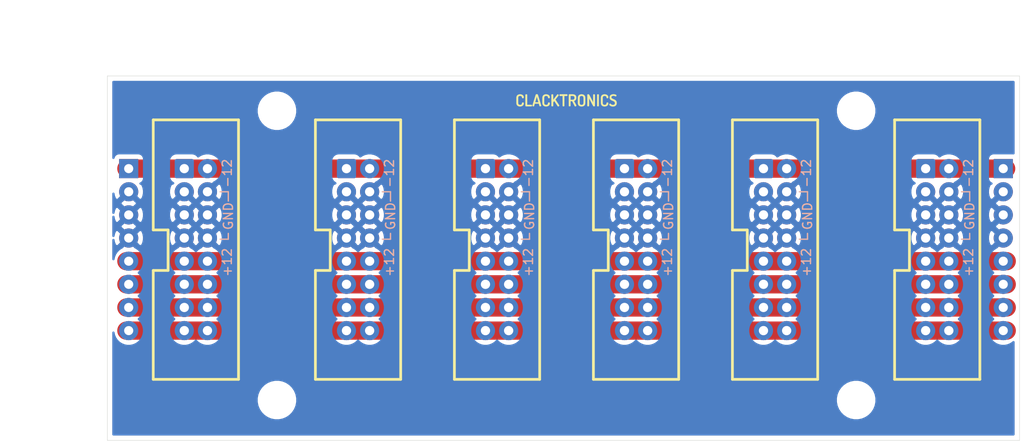
<source format=kicad_pcb>
(kicad_pcb (version 20171130) (host pcbnew 5.1.4-e60b266~84~ubuntu18.04.1)

  (general
    (thickness 1.6)
    (drawings 6)
    (tracks 45)
    (zones 0)
    (modules 13)
    (nets 7)
  )

  (page A4)
  (layers
    (0 F.Cu signal)
    (31 B.Cu signal)
    (32 B.Adhes user)
    (33 F.Adhes user)
    (34 B.Paste user)
    (35 F.Paste user)
    (36 B.SilkS user)
    (37 F.SilkS user)
    (38 B.Mask user)
    (39 F.Mask user)
    (40 Dwgs.User user)
    (41 Cmts.User user)
    (42 Eco1.User user)
    (43 Eco2.User user)
    (44 Edge.Cuts user)
    (45 Margin user)
    (46 B.CrtYd user hide)
    (47 F.CrtYd user hide)
    (48 B.Fab user)
    (49 F.Fab user hide)
  )

  (setup
    (last_trace_width 0.25)
    (user_trace_width 2)
    (trace_clearance 0.2)
    (zone_clearance 0.508)
    (zone_45_only no)
    (trace_min 0.2)
    (via_size 0.8)
    (via_drill 0.4)
    (via_min_size 0.4)
    (via_min_drill 0.3)
    (uvia_size 0.3)
    (uvia_drill 0.1)
    (uvias_allowed no)
    (uvia_min_size 0.2)
    (uvia_min_drill 0.1)
    (edge_width 0.05)
    (segment_width 0.2)
    (pcb_text_width 0.3)
    (pcb_text_size 1.5 1.5)
    (mod_edge_width 0.12)
    (mod_text_size 1 1)
    (mod_text_width 0.15)
    (pad_size 1.524 1.524)
    (pad_drill 0.762)
    (pad_to_mask_clearance 0.051)
    (solder_mask_min_width 0.25)
    (aux_axis_origin 0 0)
    (visible_elements FFFFFF7F)
    (pcbplotparams
      (layerselection 0x010fc_ffffffff)
      (usegerberextensions false)
      (usegerberattributes false)
      (usegerberadvancedattributes false)
      (creategerberjobfile false)
      (excludeedgelayer true)
      (linewidth 0.100000)
      (plotframeref false)
      (viasonmask false)
      (mode 1)
      (useauxorigin false)
      (hpglpennumber 1)
      (hpglpenspeed 20)
      (hpglpendiameter 15.000000)
      (psnegative false)
      (psa4output false)
      (plotreference true)
      (plotvalue true)
      (plotinvisibletext false)
      (padsonsilk false)
      (subtractmaskfromsilk false)
      (outputformat 1)
      (mirror false)
      (drillshape 1)
      (scaleselection 1)
      (outputdirectory ""))
  )

  (net 0 "")
  (net 1 GND)
  (net 2 -12V)
  (net 3 "Net-(J1-Pad10)")
  (net 4 "Net-(J1-Pad11)")
  (net 5 "Net-(J1-Pad13)")
  (net 6 "Net-(J1-Pad15)")

  (net_class Default "This is the default net class."
    (clearance 0.2)
    (trace_width 0.25)
    (via_dia 0.8)
    (via_drill 0.4)
    (uvia_dia 0.3)
    (uvia_drill 0.1)
    (add_net -12V)
    (add_net GND)
    (add_net "Net-(J1-Pad10)")
    (add_net "Net-(J1-Pad11)")
    (add_net "Net-(J1-Pad13)")
    (add_net "Net-(J1-Pad15)")
  )

  (module Connector_PinHeader_2.54mm:PinHeader_1x08_P2.54mm_Vertical (layer F.Cu) (tedit 5DB96F0C) (tstamp 5DB9BB6A)
    (at 228.219 90.17)
    (descr "Through hole straight pin header, 1x08, 2.54mm pitch, single row")
    (tags "Through hole pin header THT 1x08 2.54mm single row")
    (path /5DBA1D84)
    (fp_text reference J7 (at 0 -2.33) (layer F.SilkS) hide
      (effects (font (size 1 1) (thickness 0.15)))
    )
    (fp_text value Conn_01x08 (at 0 20.11) (layer F.Fab)
      (effects (font (size 1 1) (thickness 0.15)))
    )
    (fp_line (start -0.635 -1.27) (end 1.27 -1.27) (layer F.Fab) (width 0.1))
    (fp_line (start 1.27 -1.27) (end 1.27 19.05) (layer F.Fab) (width 0.1))
    (fp_line (start 1.27 19.05) (end -1.27 19.05) (layer F.Fab) (width 0.1))
    (fp_line (start -1.27 19.05) (end -1.27 -0.635) (layer F.Fab) (width 0.1))
    (fp_line (start -1.27 -0.635) (end -0.635 -1.27) (layer F.Fab) (width 0.1))
    (fp_line (start -1.8 -1.8) (end -1.8 19.55) (layer F.CrtYd) (width 0.05))
    (fp_line (start -1.8 19.55) (end 1.8 19.55) (layer F.CrtYd) (width 0.05))
    (fp_line (start 1.8 19.55) (end 1.8 -1.8) (layer F.CrtYd) (width 0.05))
    (fp_line (start 1.8 -1.8) (end -1.8 -1.8) (layer F.CrtYd) (width 0.05))
    (fp_text user %R (at 0 8.89 90) (layer F.Fab)
      (effects (font (size 1 1) (thickness 0.15)))
    )
    (pad 1 thru_hole rect (at 0 0) (size 2.1 2.1) (drill 1) (layers *.Cu *.Mask)
      (net 2 -12V))
    (pad 2 thru_hole circle (at 0 2.54) (size 2.1 2.1) (drill 1) (layers *.Cu *.Mask)
      (net 1 GND))
    (pad 3 thru_hole circle (at 0 5.08) (size 2.1 2.1) (drill 1) (layers *.Cu *.Mask)
      (net 1 GND))
    (pad 4 thru_hole circle (at 0 7.62) (size 2.1 2.1) (drill 1) (layers *.Cu *.Mask)
      (net 1 GND))
    (pad 5 thru_hole circle (at 0 10.16) (size 2.1 2.1) (drill 1) (layers *.Cu *.Mask)
      (net 3 "Net-(J1-Pad10)"))
    (pad 6 thru_hole circle (at 0 12.7) (size 2.1 2.1) (drill 1) (layers *.Cu *.Mask)
      (net 4 "Net-(J1-Pad11)"))
    (pad 7 thru_hole circle (at 0 15.24) (size 2.1 2.1) (drill 1) (layers *.Cu *.Mask)
      (net 5 "Net-(J1-Pad13)"))
    (pad 8 thru_hole circle (at 0 17.78) (size 2.1 2.1) (drill 1) (layers *.Cu *.Mask)
      (net 6 "Net-(J1-Pad15)"))
    (model ${KISYS3DMOD}/Connector_PinHeader_2.54mm.3dshapes/PinHeader_1x08_P2.54mm_Vertical.wrl
      (at (xyz 0 0 0))
      (scale (xyz 1 1 1))
      (rotate (xyz 0 0 0))
    )
  )

  (module Connector_PinHeader_2.54mm:PinHeader_1x08_P2.54mm_Vertical (layer F.Cu) (tedit 5DB96E88) (tstamp 5DB9BB86)
    (at 132.334 90.17)
    (descr "Through hole straight pin header, 1x08, 2.54mm pitch, single row")
    (tags "Through hole pin header THT 1x08 2.54mm single row")
    (path /5DBD3137)
    (fp_text reference J8 (at 0 -2.33) (layer F.SilkS) hide
      (effects (font (size 1 1) (thickness 0.15)))
    )
    (fp_text value Conn_01x08 (at 0 20.11) (layer F.Fab)
      (effects (font (size 1 1) (thickness 0.15)))
    )
    (fp_text user %R (at 0 8.89 90) (layer F.Fab)
      (effects (font (size 1 1) (thickness 0.15)))
    )
    (fp_line (start 1.8 -1.8) (end -1.8 -1.8) (layer F.CrtYd) (width 0.05))
    (fp_line (start 1.8 19.55) (end 1.8 -1.8) (layer F.CrtYd) (width 0.05))
    (fp_line (start -1.8 19.55) (end 1.8 19.55) (layer F.CrtYd) (width 0.05))
    (fp_line (start -1.8 -1.8) (end -1.8 19.55) (layer F.CrtYd) (width 0.05))
    (fp_line (start -1.27 -0.635) (end -0.635 -1.27) (layer F.Fab) (width 0.1))
    (fp_line (start -1.27 19.05) (end -1.27 -0.635) (layer F.Fab) (width 0.1))
    (fp_line (start 1.27 19.05) (end -1.27 19.05) (layer F.Fab) (width 0.1))
    (fp_line (start 1.27 -1.27) (end 1.27 19.05) (layer F.Fab) (width 0.1))
    (fp_line (start -0.635 -1.27) (end 1.27 -1.27) (layer F.Fab) (width 0.1))
    (pad 8 thru_hole circle (at 0 17.78) (size 2.1 2.1) (drill 1) (layers *.Cu *.Mask)
      (net 6 "Net-(J1-Pad15)"))
    (pad 7 thru_hole circle (at 0 15.24) (size 2.1 2.1) (drill 1) (layers *.Cu *.Mask)
      (net 5 "Net-(J1-Pad13)"))
    (pad 6 thru_hole circle (at 0 12.7) (size 2.1 2.1) (drill 1) (layers *.Cu *.Mask)
      (net 4 "Net-(J1-Pad11)"))
    (pad 5 thru_hole circle (at 0 10.16) (size 2.1 2.1) (drill 1) (layers *.Cu *.Mask)
      (net 3 "Net-(J1-Pad10)"))
    (pad 4 thru_hole circle (at 0 7.62) (size 2.1 2.1) (drill 1) (layers *.Cu *.Mask)
      (net 1 GND))
    (pad 3 thru_hole circle (at 0 5.08) (size 2.1 2.1) (drill 1) (layers *.Cu *.Mask)
      (net 1 GND))
    (pad 2 thru_hole circle (at 0 2.54) (size 2.1 2.1) (drill 1) (layers *.Cu *.Mask)
      (net 1 GND))
    (pad 1 thru_hole rect (at 0 0) (size 2.1 2.1) (drill 1) (layers *.Cu *.Mask)
      (net 2 -12V))
    (model ${KISYS3DMOD}/Connector_PinHeader_2.54mm.3dshapes/PinHeader_1x08_P2.54mm_Vertical.wrl
      (at (xyz 0 0 0))
      (scale (xyz 1 1 1))
      (rotate (xyz 0 0 0))
    )
  )

  (module Clacktronics:clacktronics_logo_11mm (layer F.Cu) (tedit 0) (tstamp 5DBA2BC3)
    (at 180.34 82.677)
    (fp_text reference G*** (at 0 0) (layer F.SilkS) hide
      (effects (font (size 1.524 1.524) (thickness 0.3)))
    )
    (fp_text value LOGO (at 0.75 0) (layer F.SilkS) hide
      (effects (font (size 1.524 1.524) (thickness 0.3)))
    )
    (fp_poly (pts (xy 5.181061 -0.668079) (xy 5.204229 -0.666287) (xy 5.270721 -0.65809) (xy 5.32792 -0.646783)
      (xy 5.37573 -0.632397) (xy 5.414059 -0.614964) (xy 5.442813 -0.594514) (xy 5.454061 -0.58256)
      (xy 5.463483 -0.569185) (xy 5.468089 -0.556664) (xy 5.469402 -0.540198) (xy 5.469387 -0.534291)
      (xy 5.465457 -0.50437) (xy 5.45519 -0.477607) (xy 5.439812 -0.455614) (xy 5.42055 -0.440004)
      (xy 5.398632 -0.43239) (xy 5.391495 -0.431905) (xy 5.379346 -0.434056) (xy 5.360763 -0.439929)
      (xy 5.338364 -0.44863) (xy 5.323587 -0.455108) (xy 5.277431 -0.47443) (xy 5.235698 -0.487617)
      (xy 5.195329 -0.49541) (xy 5.153267 -0.498551) (xy 5.144073 -0.498689) (xy 5.090738 -0.49628)
      (xy 5.044886 -0.488147) (xy 5.005398 -0.473968) (xy 4.971149 -0.453424) (xy 4.962736 -0.446811)
      (xy 4.944215 -0.428793) (xy 4.931767 -0.409371) (xy 4.924442 -0.386124) (xy 4.921289 -0.35663)
      (xy 4.920979 -0.340428) (xy 4.921264 -0.316842) (xy 4.922528 -0.300365) (xy 4.925359 -0.287951)
      (xy 4.930345 -0.276555) (xy 4.934857 -0.268526) (xy 4.947552 -0.249686) (xy 4.963011 -0.232426)
      (xy 4.98233 -0.216043) (xy 5.006602 -0.199834) (xy 5.036924 -0.183096) (xy 5.074388 -0.165126)
      (xy 5.120089 -0.145223) (xy 5.139448 -0.137169) (xy 5.208069 -0.107506) (xy 5.267387 -0.078654)
      (xy 5.318157 -0.04996) (xy 5.361133 -0.020771) (xy 5.397068 0.009568) (xy 5.426716 0.041709)
      (xy 5.450831 0.076307) (xy 5.470167 0.114014) (xy 5.485478 0.155485) (xy 5.488434 0.165362)
      (xy 5.49297 0.182452) (xy 5.496173 0.198642) (xy 5.498263 0.216284) (xy 5.49946 0.23773)
      (xy 5.499986 0.265332) (xy 5.500072 0.289618) (xy 5.499886 0.322939) (xy 5.499183 0.348455)
      (xy 5.497742 0.368517) (xy 5.495342 0.385479) (xy 5.491764 0.401691) (xy 5.488434 0.413874)
      (xy 5.467321 0.470791) (xy 5.438752 0.520816) (xy 5.402751 0.563922) (xy 5.359342 0.60008)
      (xy 5.314743 0.626272) (xy 5.274298 0.644267) (xy 5.234847 0.6573) (xy 5.19348 0.666031)
      (xy 5.147291 0.671117) (xy 5.108962 0.672904) (xy 5.081158 0.673446) (xy 5.055242 0.673596)
      (xy 5.033791 0.673363) (xy 5.019382 0.672758) (xy 5.017504 0.672585) (xy 4.948081 0.661056)
      (xy 4.883139 0.642237) (xy 4.823807 0.616568) (xy 4.771214 0.584491) (xy 4.750638 0.568576)
      (xy 4.720937 0.539123) (xy 4.700878 0.508441) (xy 4.690578 0.476955) (xy 4.69015 0.445085)
      (xy 4.699712 0.413257) (xy 4.705292 0.402461) (xy 4.723681 0.377576) (xy 4.744598 0.361941)
      (xy 4.767291 0.355795) (xy 4.791014 0.359381) (xy 4.809493 0.368913) (xy 4.82207 0.378213)
      (xy 4.839319 0.391964) (xy 4.858344 0.407832) (xy 4.86708 0.415361) (xy 4.910549 0.448169)
      (xy 4.955995 0.471899) (xy 5.005677 0.487631) (xy 5.027237 0.491926) (xy 5.078316 0.496863)
      (xy 5.126661 0.494231) (xy 5.171273 0.484462) (xy 5.211151 0.467984) (xy 5.245295 0.44523)
      (xy 5.272705 0.41663) (xy 5.29238 0.382615) (xy 5.294726 0.376743) (xy 5.300125 0.360284)
      (xy 5.303135 0.344288) (xy 5.304163 0.325227) (xy 5.303626 0.29978) (xy 5.300405 0.264097)
      (xy 5.293013 0.234927) (xy 5.280112 0.209026) (xy 5.260362 0.183146) (xy 5.251494 0.173397)
      (xy 5.236617 0.158296) (xy 5.221359 0.144602) (xy 5.204618 0.131693) (xy 5.185294 0.118947)
      (xy 5.162288 0.105742) (xy 5.134498 0.091456) (xy 5.100826 0.075468) (xy 5.060169 0.057154)
      (xy 5.011429 0.035895) (xy 4.998013 0.030115) (xy 4.954706 0.010935) (xy 4.919292 -0.006165)
      (xy 4.889998 -0.022239) (xy 4.86505 -0.038341) (xy 4.842676 -0.055522) (xy 4.8211 -0.074836)
      (xy 4.82081 -0.075113) (xy 4.783429 -0.116686) (xy 4.755122 -0.161773) (xy 4.737186 -0.204981)
      (xy 4.731749 -0.222307) (xy 4.727965 -0.237501) (xy 4.725541 -0.253088) (xy 4.724181 -0.271594)
      (xy 4.723592 -0.295546) (xy 4.723477 -0.322644) (xy 4.723638 -0.353387) (xy 4.724318 -0.376489)
      (xy 4.725807 -0.394472) (xy 4.728399 -0.409854) (xy 4.732383 -0.425155) (xy 4.737059 -0.439906)
      (xy 4.758818 -0.490921) (xy 4.788136 -0.535157) (xy 4.825123 -0.57274) (xy 4.869893 -0.6038)
      (xy 4.888823 -0.613848) (xy 4.955869 -0.6412) (xy 5.027116 -0.659388) (xy 5.102276 -0.668363)
      (xy 5.181061 -0.668079)) (layer F.SilkS) (width 0.01))
    (fp_poly (pts (xy -5.059179 -0.662847) (xy -5.041504 -0.66135) (xy -5.000522 -0.656512) (xy -4.966562 -0.650539)
      (xy -4.936492 -0.642604) (xy -4.907176 -0.631879) (xy -4.875481 -0.617536) (xy -4.875235 -0.617416)
      (xy -4.825188 -0.588644) (xy -4.782004 -0.554439) (xy -4.746923 -0.515826) (xy -4.739191 -0.505056)
      (xy -4.719284 -0.472519) (xy -4.705487 -0.441251) (xy -4.69674 -0.407927) (xy -4.691982 -0.369222)
      (xy -4.691087 -0.354312) (xy -4.690595 -0.316701) (xy -4.693683 -0.287749) (xy -4.701116 -0.266349)
      (xy -4.713656 -0.251397) (xy -4.73207 -0.241786) (xy -4.75712 -0.236411) (xy -4.773614 -0.234884)
      (xy -4.810928 -0.235431) (xy -4.841243 -0.242193) (xy -4.863982 -0.255024) (xy -4.867706 -0.258443)
      (xy -4.875788 -0.26847) (xy -4.880891 -0.280832) (xy -4.884216 -0.298869) (xy -4.885165 -0.306988)
      (xy -4.893991 -0.355378) (xy -4.909345 -0.396036) (xy -4.931343 -0.429115) (xy -4.960102 -0.454767)
      (xy -4.995738 -0.473146) (xy -5.0173 -0.47995) (xy -5.044181 -0.484697) (xy -5.076516 -0.487112)
      (xy -5.110419 -0.48718) (xy -5.142003 -0.484885) (xy -5.166194 -0.480536) (xy -5.206705 -0.464982)
      (xy -5.240602 -0.44177) (xy -5.26766 -0.411146) (xy -5.287656 -0.373353) (xy -5.298951 -0.33569)
      (xy -5.300332 -0.32393) (xy -5.301516 -0.302399) (xy -5.302506 -0.271039) (xy -5.303303 -0.229792)
      (xy -5.303906 -0.178598) (xy -5.304318 -0.1174) (xy -5.304539 -0.046139) (xy -5.30458 0.006712)
      (xy -5.304564 0.071702) (xy -5.3045 0.127359) (xy -5.304365 0.174509) (xy -5.304136 0.213982)
      (xy -5.303793 0.246605) (xy -5.30331 0.273206) (xy -5.302667 0.294613) (xy -5.301841 0.311655)
      (xy -5.300809 0.325159) (xy -5.299548 0.335953) (xy -5.298036 0.344866) (xy -5.29625 0.352725)
      (xy -5.295023 0.357331) (xy -5.278861 0.398606) (xy -5.255296 0.433045) (xy -5.224618 0.460336)
      (xy -5.187117 0.480172) (xy -5.176418 0.484025) (xy -5.148979 0.490375) (xy -5.115459 0.494101)
      (xy -5.079465 0.495153) (xy -5.044604 0.493477) (xy -5.014483 0.489021) (xy -5.004801 0.486519)
      (xy -4.969912 0.471021) (xy -4.940951 0.447417) (xy -4.917871 0.415638) (xy -4.900621 0.375615)
      (xy -4.889154 0.327277) (xy -4.887846 0.318719) (xy -4.881569 0.286517) (xy -4.872315 0.263006)
      (xy -4.858662 0.246961) (xy -4.839187 0.23716) (xy -4.812468 0.232377) (xy -4.786317 0.231346)
      (xy -4.754645 0.233033) (xy -4.730883 0.238842) (xy -4.713367 0.249494) (xy -4.70043 0.265713)
      (xy -4.698361 0.269467) (xy -4.693554 0.285326) (xy -4.690907 0.308538) (xy -4.690323 0.336551)
      (xy -4.691706 0.366809) (xy -4.694959 0.396758) (xy -4.699986 0.423845) (xy -4.704825 0.44064)
      (xy -4.727482 0.489697) (xy -4.758692 0.534047) (xy -4.797738 0.573146) (xy -4.843901 0.606449)
      (xy -4.896464 0.633412) (xy -4.954709 0.65349) (xy -4.997988 0.663072) (xy -5.03273 0.667359)
      (xy -5.073548 0.669603) (xy -5.116707 0.669812) (xy -5.15847 0.667993) (xy -5.195102 0.664153)
      (xy -5.204313 0.662649) (xy -5.259619 0.648488) (xy -5.312092 0.626964) (xy -5.359847 0.599086)
      (xy -5.400997 0.565866) (xy -5.418134 0.547996) (xy -5.442508 0.51466) (xy -5.464421 0.473962)
      (xy -5.482482 0.428646) (xy -5.488634 0.408727) (xy -5.490825 0.400803) (xy -5.492715 0.393167)
      (xy -5.494327 0.385041) (xy -5.495683 0.375646) (xy -5.496806 0.364204) (xy -5.497717 0.349937)
      (xy -5.49844 0.332066) (xy -5.498997 0.309813) (xy -5.49941 0.2824) (xy -5.499701 0.249047)
      (xy -5.499893 0.208977) (xy -5.500008 0.161411) (xy -5.50007 0.105571) (xy -5.500099 0.040677)
      (xy -5.500107 0.010162) (xy -5.50011 -0.059405) (xy -5.500068 -0.119592) (xy -5.499963 -0.171179)
      (xy -5.499776 -0.214947) (xy -5.499489 -0.251678) (xy -5.499084 -0.282152) (xy -5.498542 -0.307151)
      (xy -5.497846 -0.327456) (xy -5.496977 -0.343847) (xy -5.495917 -0.357106) (xy -5.494647 -0.368015)
      (xy -5.493149 -0.377353) (xy -5.491405 -0.385903) (xy -5.49077 -0.388697) (xy -5.478134 -0.431335)
      (xy -5.460674 -0.473436) (xy -5.440041 -0.511349) (xy -5.426075 -0.531549) (xy -5.391636 -0.568131)
      (xy -5.349411 -0.599376) (xy -5.300477 -0.624922) (xy -5.24591 -0.644406) (xy -5.186787 -0.657463)
      (xy -5.124185 -0.663732) (xy -5.059179 -0.662847)) (layer F.SilkS) (width 0.01))
    (fp_poly (pts (xy -2.181731 -0.65972) (xy -2.122656 -0.65195) (xy -2.06983 -0.638482) (xy -2.02196 -0.618977)
      (xy -1.977752 -0.593096) (xy -1.973249 -0.58998) (xy -1.927526 -0.552537) (xy -1.890712 -0.510854)
      (xy -1.863013 -0.465325) (xy -1.844636 -0.416346) (xy -1.835786 -0.364312) (xy -1.835427 -0.325185)
      (xy -1.838617 -0.295373) (xy -1.844961 -0.273328) (xy -1.8553 -0.256918) (xy -1.866375 -0.246886)
      (xy -1.874441 -0.241919) (xy -1.88403 -0.238766) (xy -1.897564 -0.237038) (xy -1.917462 -0.236347)
      (xy -1.932429 -0.236267) (xy -1.966334 -0.237674) (xy -1.991701 -0.242605) (xy -2.009852 -0.252127)
      (xy -2.02211 -0.267304) (xy -2.029797 -0.289203) (xy -2.034177 -0.31828) (xy -2.042434 -0.360805)
      (xy -2.05804 -0.398717) (xy -2.080218 -0.430748) (xy -2.108194 -0.455627) (xy -2.12366 -0.46476)
      (xy -2.154368 -0.477236) (xy -2.187958 -0.484582) (xy -2.226845 -0.487193) (xy -2.25671 -0.486506)
      (xy -2.293991 -0.483249) (xy -2.324151 -0.477091) (xy -2.35003 -0.467137) (xy -2.374471 -0.452494)
      (xy -2.381908 -0.447082) (xy -2.401948 -0.427122) (xy -2.420332 -0.399813) (xy -2.435576 -0.367964)
      (xy -2.446195 -0.334386) (xy -2.448971 -0.320104) (xy -2.449995 -0.308259) (xy -2.450933 -0.287116)
      (xy -2.45177 -0.257539) (xy -2.452495 -0.22039) (xy -2.453093 -0.176533) (xy -2.453552 -0.126831)
      (xy -2.453857 -0.072149) (xy -2.453997 -0.013349) (xy -2.454004 0.007622) (xy -2.453951 0.072696)
      (xy -2.453803 0.128421) (xy -2.453542 0.175609) (xy -2.453149 0.215071) (xy -2.452605 0.247622)
      (xy -2.451892 0.274072) (xy -2.450991 0.295235) (xy -2.449884 0.311921) (xy -2.448551 0.324945)
      (xy -2.446975 0.335118) (xy -2.446439 0.337799) (xy -2.433219 0.382442) (xy -2.413914 0.419169)
      (xy -2.388087 0.448375) (xy -2.355301 0.470457) (xy -2.31512 0.485811) (xy -2.27425 0.493945)
      (xy -2.23001 0.496694) (xy -2.18754 0.49332) (xy -2.1487 0.484251) (xy -2.115353 0.469915)
      (xy -2.090097 0.451467) (xy -2.073788 0.430643) (xy -2.058792 0.401876) (xy -2.046038 0.367375)
      (xy -2.036459 0.329352) (xy -2.034762 0.320104) (xy -2.030421 0.297797) (xy -2.025637 0.278265)
      (xy -2.021165 0.264417) (xy -2.019267 0.260508) (xy -2.004819 0.24665) (xy -1.983464 0.236778)
      (xy -1.957688 0.231006) (xy -1.929981 0.229448) (xy -1.902829 0.232217) (xy -1.878721 0.239427)
      (xy -1.860143 0.251192) (xy -1.858188 0.253143) (xy -1.845153 0.273786) (xy -1.837227 0.301446)
      (xy -1.834338 0.334397) (xy -1.836413 0.370914) (xy -1.843382 0.40927) (xy -1.855172 0.447741)
      (xy -1.867495 0.476368) (xy -1.895502 0.52195) (xy -1.931796 0.562407) (xy -1.97561 0.597228)
      (xy -2.026179 0.625906) (xy -2.082736 0.64793) (xy -2.144516 0.662792) (xy -2.149269 0.663592)
      (xy -2.170871 0.666173) (xy -2.198683 0.668138) (xy -2.229845 0.669427) (xy -2.261496 0.669979)
      (xy -2.290775 0.669736) (xy -2.314821 0.668638) (xy -2.327105 0.667312) (xy -2.39089 0.65317)
      (xy -2.448431 0.631966) (xy -2.499295 0.604029) (xy -2.543049 0.569686) (xy -2.579258 0.529265)
      (xy -2.60749 0.483093) (xy -2.623783 0.443026) (xy -2.628748 0.427626) (xy -2.632999 0.41349)
      (xy -2.6366 0.399703) (xy -2.639612 0.385349) (xy -2.642097 0.369515) (xy -2.644119 0.351285)
      (xy -2.645738 0.329743) (xy -2.647019 0.303976) (xy -2.648022 0.273069) (xy -2.64881 0.236105)
      (xy -2.649446 0.192171) (xy -2.649992 0.140351) (xy -2.650509 0.079731) (xy -2.650771 0.046688)
      (xy -2.651272 -0.027584) (xy -2.651515 -0.09252) (xy -2.651465 -0.148944) (xy -2.651087 -0.197681)
      (xy -2.650348 -0.239555) (xy -2.649213 -0.275389) (xy -2.647647 -0.306008) (xy -2.645617 -0.332236)
      (xy -2.643087 -0.354896) (xy -2.640024 -0.374813) (xy -2.636394 -0.39281) (xy -2.632161 -0.409712)
      (xy -2.631674 -0.411479) (xy -2.611498 -0.466586) (xy -2.583418 -0.51535) (xy -2.54757 -0.557644)
      (xy -2.50409 -0.593339) (xy -2.453115 -0.622308) (xy -2.39478 -0.644423) (xy -2.379052 -0.648868)
      (xy -2.358207 -0.654059) (xy -2.339622 -0.657697) (xy -2.320624 -0.660053) (xy -2.298542 -0.661399)
      (xy -2.270705 -0.662006) (xy -2.248349 -0.662133) (xy -2.181731 -0.65972)) (layer F.SilkS) (width 0.01))
    (fp_poly (pts (xy 1.723352 -0.659023) (xy 1.783119 -0.647785) (xy 1.8386 -0.630453) (xy 1.887795 -0.607191)
      (xy 1.889783 -0.606034) (xy 1.931268 -0.576594) (xy 1.968155 -0.54037) (xy 1.998261 -0.499689)
      (xy 2.01075 -0.477058) (xy 2.019647 -0.458036) (xy 2.027355 -0.439475) (xy 2.033957 -0.420513)
      (xy 2.039539 -0.400287) (xy 2.044183 -0.377935) (xy 2.047974 -0.352593) (xy 2.050996 -0.3234)
      (xy 2.053332 -0.289493) (xy 2.055067 -0.250009) (xy 2.056285 -0.204085) (xy 2.057069 -0.15086)
      (xy 2.057504 -0.08947) (xy 2.057674 -0.019052) (xy 2.057686 0.005081) (xy 2.057587 0.076431)
      (xy 2.057237 0.138486) (xy 2.056593 0.192113) (xy 2.055612 0.238178) (xy 2.054251 0.277545)
      (xy 2.052466 0.311082) (xy 2.050214 0.339654) (xy 2.047451 0.364126) (xy 2.044136 0.385365)
      (xy 2.040223 0.404236) (xy 2.037129 0.416415) (xy 2.017187 0.471243) (xy 1.989121 0.520212)
      (xy 1.953358 0.562957) (xy 1.910326 0.599109) (xy 1.860452 0.628302) (xy 1.804163 0.65017)
      (xy 1.750167 0.662973) (xy 1.726653 0.665948) (xy 1.696429 0.668158) (xy 1.662604 0.669536)
      (xy 1.628286 0.670013) (xy 1.596586 0.669522) (xy 1.570613 0.667995) (xy 1.562413 0.667064)
      (xy 1.536934 0.662274) (xy 1.50691 0.654739) (xy 1.477122 0.645749) (xy 1.458252 0.638998)
      (xy 1.404805 0.613327) (xy 1.359026 0.581119) (xy 1.320711 0.542138) (xy 1.289651 0.49615)
      (xy 1.265643 0.442918) (xy 1.25402 0.405462) (xy 1.251783 0.396695) (xy 1.249861 0.388077)
      (xy 1.248225 0.378781) (xy 1.246845 0.367978) (xy 1.245692 0.354839) (xy 1.244738 0.338536)
      (xy 1.243952 0.31824) (xy 1.243306 0.293123) (xy 1.24277 0.262357) (xy 1.242316 0.225113)
      (xy 1.241913 0.180562) (xy 1.241533 0.127877) (xy 1.241146 0.066228) (xy 1.240963 0.035568)
      (xy 1.240789 -0.000091) (xy 1.437025 -0.000091) (xy 1.437154 0.053304) (xy 1.437495 0.105683)
      (xy 1.438048 0.155927) (xy 1.438811 0.20292) (xy 1.439784 0.245543) (xy 1.440967 0.282679)
      (xy 1.442358 0.31321) (xy 1.443958 0.336019) (xy 1.445765 0.349987) (xy 1.445901 0.350615)
      (xy 1.454649 0.378101) (xy 1.467733 0.405795) (xy 1.483421 0.430722) (xy 1.499984 0.449912)
      (xy 1.507172 0.455822) (xy 1.547634 0.478185) (xy 1.592614 0.491958) (xy 1.640867 0.496919)
      (xy 1.691148 0.492847) (xy 1.702973 0.490587) (xy 1.733685 0.48253) (xy 1.758718 0.471816)
      (xy 1.78254 0.456355) (xy 1.792145 0.448848) (xy 1.810009 0.429757) (xy 1.826802 0.403443)
      (xy 1.841047 0.37284) (xy 1.851267 0.34088) (xy 1.854425 0.325185) (xy 1.855545 0.312695)
      (xy 1.856528 0.291246) (xy 1.857372 0.262007) (xy 1.85808 0.226148) (xy 1.85865 0.184836)
      (xy 1.859083 0.139242) (xy 1.859379 0.090534) (xy 1.859538 0.03988) (xy 1.85956 -0.01155)
      (xy 1.859445 -0.062588) (xy 1.859193 -0.112065) (xy 1.858804 -0.158811) (xy 1.858278 -0.201658)
      (xy 1.857615 -0.239437) (xy 1.856816 -0.27098) (xy 1.855881 -0.295117) (xy 1.854808 -0.310679)
      (xy 1.854392 -0.313938) (xy 1.842554 -0.361625) (xy 1.823723 -0.402021) (xy 1.797945 -0.435063)
      (xy 1.765265 -0.460681) (xy 1.746811 -0.470475) (xy 1.733231 -0.476477) (xy 1.721481 -0.480587)
      (xy 1.70913 -0.483161) (xy 1.693752 -0.484557) (xy 1.672919 -0.48513) (xy 1.64625 -0.485237)
      (xy 1.618032 -0.485105) (xy 1.597577 -0.484482) (xy 1.582486 -0.483022) (xy 1.57036 -0.480381)
      (xy 1.558802 -0.476213) (xy 1.54717 -0.470998) (xy 1.511773 -0.449859) (xy 1.483647 -0.42256)
      (xy 1.46215 -0.388285) (xy 1.446641 -0.346221) (xy 1.445507 -0.341986) (xy 1.4437 -0.329735)
      (xy 1.44211 -0.308441) (xy 1.440738 -0.279224) (xy 1.439581 -0.243199) (xy 1.438641 -0.201485)
      (xy 1.437916 -0.1552) (xy 1.437405 -0.105461) (xy 1.437108 -0.053385) (xy 1.437025 -0.000091)
      (xy 1.240789 -0.000091) (xy 1.240585 -0.041801) (xy 1.240429 -0.10944) (xy 1.240498 -0.167776)
      (xy 1.240798 -0.217241) (xy 1.241334 -0.258262) (xy 1.242109 -0.291268) (xy 1.243129 -0.316689)
      (xy 1.244397 -0.334954) (xy 1.244984 -0.340428) (xy 1.255898 -0.400825) (xy 1.273033 -0.453825)
      (xy 1.296834 -0.500395) (xy 1.327747 -0.5415) (xy 1.346977 -0.561221) (xy 1.377719 -0.587641)
      (xy 1.408864 -0.608467) (xy 1.443769 -0.625659) (xy 1.481419 -0.639729) (xy 1.538333 -0.654519)
      (xy 1.598959 -0.662555) (xy 1.661299 -0.664001) (xy 1.723352 -0.659023)) (layer F.SilkS) (width 0.01))
    (fp_poly (pts (xy 4.219555 -0.66213) (xy 4.27474 -0.65561) (xy 4.323806 -0.64502) (xy 4.376256 -0.626165)
      (xy 4.425593 -0.600129) (xy 4.470287 -0.568091) (xy 4.508811 -0.531226) (xy 4.539635 -0.490712)
      (xy 4.551564 -0.469689) (xy 4.562758 -0.441671) (xy 4.5713 -0.408667) (xy 4.576927 -0.373346)
      (xy 4.579374 -0.338374) (xy 4.578378 -0.306422) (xy 4.573675 -0.280155) (xy 4.571028 -0.272613)
      (xy 4.558205 -0.254329) (xy 4.537381 -0.241911) (xy 4.508397 -0.235289) (xy 4.483997 -0.234061)
      (xy 4.447213 -0.236826) (xy 4.419115 -0.244864) (xy 4.399704 -0.258175) (xy 4.38898 -0.276759)
      (xy 4.38736 -0.283964) (xy 4.382087 -0.316404) (xy 4.377326 -0.341126) (xy 4.372469 -0.360512)
      (xy 4.366904 -0.376944) (xy 4.360022 -0.392802) (xy 4.358844 -0.395267) (xy 4.33758 -0.427936)
      (xy 4.308808 -0.454316) (xy 4.273728 -0.473354) (xy 4.266888 -0.475902) (xy 4.247859 -0.480312)
      (xy 4.221718 -0.483414) (xy 4.191437 -0.485156) (xy 4.159988 -0.485491) (xy 4.130342 -0.484369)
      (xy 4.105471 -0.48174) (xy 4.09196 -0.478816) (xy 4.056488 -0.462868) (xy 4.024834 -0.438306)
      (xy 3.998247 -0.406348) (xy 3.977976 -0.368211) (xy 3.977592 -0.367267) (xy 3.965734 -0.337887)
      (xy 3.964169 -0.015243) (xy 3.963879 0.060226) (xy 3.963793 0.125886) (xy 3.963915 0.18209)
      (xy 3.96425 0.22919) (xy 3.964801 0.267539) (xy 3.965572 0.297487) (xy 3.966569 0.319386)
      (xy 3.967794 0.33359) (xy 3.96837 0.337304) (xy 3.980955 0.379657) (xy 4.000959 0.416815)
      (xy 4.027527 0.447554) (xy 4.059804 0.470653) (xy 4.062777 0.472222) (xy 4.096947 0.485499)
      (xy 4.135877 0.493542) (xy 4.177171 0.496436) (xy 4.218435 0.494271) (xy 4.257272 0.487134)
      (xy 4.291286 0.475111) (xy 4.311963 0.463108) (xy 4.33262 0.442643) (xy 4.350895 0.413465)
      (xy 4.366161 0.37687) (xy 4.377793 0.334154) (xy 4.380281 0.321457) (xy 4.38738 0.288764)
      (xy 4.396122 0.264908) (xy 4.407993 0.248567) (xy 4.42448 0.238417) (xy 4.447069 0.233136)
      (xy 4.477245 0.231399) (xy 4.481457 0.231366) (xy 4.514651 0.233305) (xy 4.539935 0.240047)
      (xy 4.558158 0.252514) (xy 4.570166 0.271629) (xy 4.576805 0.298315) (xy 4.578924 0.333493)
      (xy 4.578919 0.337498) (xy 4.574103 0.394807) (xy 4.560285 0.447424) (xy 4.537432 0.495425)
      (xy 4.505514 0.538891) (xy 4.494606 0.550608) (xy 4.448729 0.590465) (xy 4.396986 0.622228)
      (xy 4.339263 0.645939) (xy 4.275446 0.661638) (xy 4.205421 0.669368) (xy 4.164498 0.670239)
      (xy 4.135648 0.669421) (xy 4.105949 0.667569) (xy 4.079406 0.66498) (xy 4.063972 0.662735)
      (xy 4.002332 0.64713) (xy 3.947307 0.623906) (xy 3.899076 0.593224) (xy 3.857818 0.555247)
      (xy 3.823712 0.510134) (xy 3.796936 0.458048) (xy 3.779285 0.405462) (xy 3.777048 0.396695)
      (xy 3.775126 0.388077) (xy 3.77349 0.378781) (xy 3.77211 0.367978) (xy 3.770957 0.354839)
      (xy 3.770003 0.338536) (xy 3.769217 0.31824) (xy 3.768571 0.293123) (xy 3.768035 0.262357)
      (xy 3.767581 0.225113) (xy 3.767178 0.180562) (xy 3.766798 0.127877) (xy 3.766411 0.066228)
      (xy 3.766228 0.035568) (xy 3.765841 -0.037371) (xy 3.765626 -0.10097) (xy 3.765623 -0.156051)
      (xy 3.765872 -0.203436) (xy 3.76641 -0.243946) (xy 3.767277 -0.278403) (xy 3.768513 -0.307628)
      (xy 3.770156 -0.332443) (xy 3.772246 -0.353669) (xy 3.774821 -0.372129) (xy 3.777922 -0.388643)
      (xy 3.781586 -0.404034) (xy 3.785854 -0.419122) (xy 3.788258 -0.426912) (xy 3.809871 -0.479445)
      (xy 3.839505 -0.525957) (xy 3.876819 -0.5662) (xy 3.921471 -0.599922) (xy 3.973117 -0.626875)
      (xy 4.031416 -0.646809) (xy 4.096025 -0.659474) (xy 4.109449 -0.661089) (xy 4.1631 -0.664058)
      (xy 4.219555 -0.66213)) (layer F.SilkS) (width 0.01))
    (fp_poly (pts (xy -0.945719 -0.660239) (xy -0.920231 -0.649354) (xy -0.897243 -0.633172) (xy -0.878416 -0.613019)
      (xy -0.86541 -0.590219) (xy -0.859884 -0.566099) (xy -0.860836 -0.551612) (xy -0.863654 -0.544976)
      (xy -0.870666 -0.533562) (xy -0.882178 -0.516967) (xy -0.898493 -0.494789) (xy -0.919918 -0.466623)
      (xy -0.946755 -0.432068) (xy -0.97931 -0.39072) (xy -1.017888 -0.342176) (xy -1.041445 -0.312686)
      (xy -1.218826 -0.090966) (xy -1.144782 0.021841) (xy -1.125994 0.05046) (xy -1.102641 0.086027)
      (xy -1.075737 0.126997) (xy -1.046297 0.171825) (xy -1.015336 0.218966) (xy -0.983868 0.266875)
      (xy -0.952908 0.314007) (xy -0.93626 0.339349) (xy -0.902529 0.39088) (xy -0.874209 0.434569)
      (xy -0.850969 0.470959) (xy -0.832477 0.50059) (xy -0.818402 0.524005) (xy -0.808412 0.541747)
      (xy -0.802175 0.554355) (xy -0.79936 0.562373) (xy -0.799199 0.563306) (xy -0.800711 0.587384)
      (xy -0.810691 0.609978) (xy -0.827455 0.630066) (xy -0.849319 0.646627) (xy -0.874602 0.658639)
      (xy -0.901618 0.66508) (xy -0.928684 0.664929) (xy -0.953991 0.657227) (xy -0.959757 0.653152)
      (xy -0.967384 0.645385) (xy -0.977404 0.633197) (xy -0.990346 0.615862) (xy -1.00674 0.592652)
      (xy -1.027117 0.56284) (xy -1.052008 0.525698) (xy -1.07337 0.49348) (xy -1.102 0.450176)
      (xy -1.133368 0.402753) (xy -1.165914 0.353569) (xy -1.198079 0.30498) (xy -1.228302 0.259343)
      (xy -1.255023 0.219014) (xy -1.263153 0.206749) (xy -1.350101 0.07561) (xy -1.406717 0.147111)
      (xy -1.463332 0.218613) (xy -1.463351 0.412897) (xy -1.46338 0.462637) (xy -1.463488 0.503246)
      (xy -1.463725 0.535753) (xy -1.464138 0.561191) (xy -1.464776 0.580588) (xy -1.465688 0.594977)
      (xy -1.466923 0.605388) (xy -1.468529 0.612851) (xy -1.470556 0.618396) (xy -1.47305 0.623055)
      (xy -1.473289 0.623448) (xy -1.48846 0.640561) (xy -1.5102 0.652036) (xy -1.539625 0.658395)
      (xy -1.55026 0.659393) (xy -1.583036 0.658702) (xy -1.612548 0.652263) (xy -1.636445 0.640743)
      (xy -1.646789 0.632012) (xy -1.658951 0.619067) (xy -1.660282 -0.000856) (xy -1.661612 -0.62078)
      (xy -1.644864 -0.637528) (xy -1.624116 -0.651769) (xy -1.597231 -0.660787) (xy -1.566929 -0.664339)
      (xy -1.535931 -0.662184) (xy -1.506955 -0.65408) (xy -1.499093 -0.650468) (xy -1.492056 -0.64703)
      (xy -1.486089 -0.643931) (xy -1.481096 -0.640355) (xy -1.476981 -0.635488) (xy -1.473651 -0.628516)
      (xy -1.47101 -0.618623) (xy -1.468962 -0.604996) (xy -1.467413 -0.586818) (xy -1.466267 -0.563276)
      (xy -1.46543 -0.533554) (xy -1.464806 -0.496839) (xy -1.464301 -0.452315) (xy -1.463818 -0.399168)
      (xy -1.463332 -0.344144) (xy -1.460792 -0.064877) (xy -1.23802 -0.359927) (xy -1.195021 -0.416828)
      (xy -1.15767 -0.466126) (xy -1.125535 -0.508363) (xy -1.098184 -0.544078) (xy -1.075187 -0.573812)
      (xy -1.05611 -0.598106) (xy -1.040522 -0.617499) (xy -1.027992 -0.632532) (xy -1.018087 -0.643745)
      (xy -1.010375 -0.651679) (xy -1.004426 -0.656874) (xy -0.999806 -0.65987) (xy -0.997561 -0.660815)
      (xy -0.972049 -0.664501) (xy -0.945719 -0.660239)) (layer F.SilkS) (width 0.01))
    (fp_poly (pts (xy 0.557273 -0.665386) (xy 0.615822 -0.664624) (xy 0.666313 -0.663202) (xy 0.709792 -0.660995)
      (xy 0.747307 -0.657878) (xy 0.779905 -0.653728) (xy 0.808634 -0.648419) (xy 0.83454 -0.641827)
      (xy 0.858672 -0.633827) (xy 0.882077 -0.624296) (xy 0.89767 -0.617088) (xy 0.930101 -0.597977)
      (xy 0.962517 -0.572688) (xy 0.991902 -0.543936) (xy 1.015237 -0.514434) (xy 1.019732 -0.507327)
      (xy 1.040719 -0.463758) (xy 1.056041 -0.4141) (xy 1.065713 -0.360274) (xy 1.069751 -0.304202)
      (xy 1.06817 -0.247806) (xy 1.060986 -0.193009) (xy 1.048214 -0.141733) (xy 1.029869 -0.095898)
      (xy 1.016242 -0.071885) (xy 0.984553 -0.031602) (xy 0.945408 0.004151) (xy 0.901138 0.033573)
      (xy 0.854077 0.054863) (xy 0.85051 0.056078) (xy 0.834517 0.061945) (xy 0.823554 0.067025)
      (xy 0.819935 0.07024) (xy 0.81996 0.070291) (xy 0.826376 0.081678) (xy 0.836555 0.100337)
      (xy 0.849959 0.125244) (xy 0.86605 0.155373) (xy 0.884291 0.189701) (xy 0.904142 0.227202)
      (xy 0.925068 0.266853) (xy 0.946528 0.307628) (xy 0.967987 0.348504) (xy 0.988905 0.388455)
      (xy 1.008744 0.426458) (xy 1.026968 0.461488) (xy 1.043038 0.49252) (xy 1.056415 0.51853)
      (xy 1.066563 0.538493) (xy 1.072942 0.551385) (xy 1.075004 0.556032) (xy 1.075179 0.576309)
      (xy 1.067115 0.598169) (xy 1.052136 0.619751) (xy 1.031564 0.639199) (xy 1.006722 0.654654)
      (xy 1.003833 0.656008) (xy 0.983091 0.662346) (xy 0.959548 0.664986) (xy 0.937775 0.663645)
      (xy 0.927286 0.660738) (xy 0.917382 0.654409) (xy 0.905315 0.643898) (xy 0.902117 0.64065)
      (xy 0.897098 0.633294) (xy 0.887955 0.617727) (xy 0.875149 0.594806) (xy 0.859138 0.56539)
      (xy 0.840383 0.530336) (xy 0.819343 0.490503) (xy 0.796478 0.446749) (xy 0.772248 0.399932)
      (xy 0.751447 0.359396) (xy 0.615784 0.093999) (xy 0.526376 0.092612) (xy 0.436968 0.091224)
      (xy 0.436968 0.61582) (xy 0.420216 0.632571) (xy 0.397618 0.648461) (xy 0.369807 0.657911)
      (xy 0.339433 0.660922) (xy 0.309144 0.657494) (xy 0.28159 0.647627) (xy 0.260641 0.632571)
      (xy 0.243889 0.61582) (xy 0.243908 -0.000762) (xy 0.243911 -0.066053) (xy 0.436968 -0.066053)
      (xy 0.566284 -0.066053) (xy 0.60783 -0.066292) (xy 0.645296 -0.066975) (xy 0.677273 -0.06805)
      (xy 0.702355 -0.069466) (xy 0.719135 -0.071171) (xy 0.722525 -0.07177) (xy 0.752309 -0.080769)
      (xy 0.781875 -0.09433) (xy 0.807564 -0.11057) (xy 0.821503 -0.122754) (xy 0.843489 -0.152734)
      (xy 0.859654 -0.189197) (xy 0.869781 -0.230154) (xy 0.873657 -0.273613) (xy 0.871065 -0.317583)
      (xy 0.861791 -0.360072) (xy 0.850342 -0.389726) (xy 0.832892 -0.4169) (xy 0.808182 -0.442212)
      (xy 0.77909 -0.463051) (xy 0.758096 -0.473405) (xy 0.749141 -0.476788) (xy 0.740255 -0.479465)
      (xy 0.730111 -0.481536) (xy 0.717379 -0.483102) (xy 0.700731 -0.484264) (xy 0.67884 -0.485125)
      (xy 0.650376 -0.485784) (xy 0.614011 -0.486343) (xy 0.583047 -0.48673) (xy 0.436968 -0.488475)
      (xy 0.436968 -0.066053) (xy 0.243911 -0.066053) (xy 0.243913 -0.09274) (xy 0.243929 -0.175104)
      (xy 0.243965 -0.248401) (xy 0.244028 -0.313177) (xy 0.244129 -0.36998) (xy 0.244276 -0.419358)
      (xy 0.244478 -0.461857) (xy 0.244743 -0.498026) (xy 0.245082 -0.52841) (xy 0.245502 -0.553558)
      (xy 0.246012 -0.574017) (xy 0.246622 -0.590333) (xy 0.247339 -0.603055) (xy 0.248174 -0.61273)
      (xy 0.249135 -0.619904) (xy 0.250231 -0.625126) (xy 0.25147 -0.628941) (xy 0.252862 -0.631899)
      (xy 0.254181 -0.634162) (xy 0.259134 -0.641806) (xy 0.264449 -0.6481) (xy 0.271108 -0.653175)
      (xy 0.280092 -0.657161) (xy 0.292383 -0.660191) (xy 0.308962 -0.662394) (xy 0.330811 -0.663903)
      (xy 0.358912 -0.664848) (xy 0.394245 -0.665361) (xy 0.437793 -0.665572) (xy 0.489617 -0.665613)
      (xy 0.557273 -0.665386)) (layer F.SilkS) (width 0.01))
    (fp_poly (pts (xy -4.391568 -0.663045) (xy -4.366911 -0.656227) (xy -4.345293 -0.646487) (xy -4.332271 -0.636987)
      (xy -4.318863 -0.623579) (xy -4.318863 0.487778) (xy -3.830304 0.487778) (xy -3.815931 0.502151)
      (xy -3.801861 0.522583) (xy -3.793035 0.549123) (xy -3.790494 0.574155) (xy -3.793969 0.603389)
      (xy -3.803645 0.629223) (xy -3.815931 0.646159) (xy -3.830304 0.660533) (xy -4.141907 0.660421)
      (xy -4.206165 0.660384) (xy -4.261061 0.660307) (xy -4.307394 0.660166) (xy -4.345965 0.65994)
      (xy -4.377573 0.659604) (xy -4.403017 0.659135) (xy -4.423099 0.658511) (xy -4.438617 0.657708)
      (xy -4.450371 0.656703) (xy -4.459161 0.655473) (xy -4.465786 0.653995) (xy -4.471048 0.652245)
      (xy -4.474431 0.650809) (xy -4.479952 0.648607) (xy -4.484907 0.646928) (xy -4.489325 0.645241)
      (xy -4.493239 0.643015) (xy -4.496678 0.639719) (xy -4.499672 0.634822) (xy -4.502252 0.627793)
      (xy -4.504449 0.618102) (xy -4.506293 0.605216) (xy -4.507814 0.588605) (xy -4.509042 0.567738)
      (xy -4.510009 0.542085) (xy -4.510744 0.511114) (xy -4.511278 0.474294) (xy -4.511641 0.431094)
      (xy -4.511865 0.380984) (xy -4.511978 0.323431) (xy -4.512012 0.257907) (xy -4.511997 0.183878)
      (xy -4.511964 0.100815) (xy -4.511942 0.008186) (xy -4.511942 -0.625426) (xy -4.499848 -0.637521)
      (xy -4.485517 -0.647297) (xy -4.464755 -0.656053) (xy -4.441294 -0.662548) (xy -4.418863 -0.665541)
      (xy -4.415403 -0.665613) (xy -4.391568 -0.663045)) (layer F.SilkS) (width 0.01))
    (fp_poly (pts (xy -3.23617 -0.672674) (xy -3.217604 -0.671324) (xy -3.203436 -0.668587) (xy -3.190793 -0.664016)
      (xy -3.184448 -0.661054) (xy -3.168412 -0.651513) (xy -3.155046 -0.640705) (xy -3.150663 -0.635735)
      (xy -3.147911 -0.629127) (xy -3.142458 -0.613511) (xy -3.134526 -0.589614) (xy -3.124335 -0.558159)
      (xy -3.112109 -0.519872) (xy -3.09807 -0.475479) (xy -3.082438 -0.425703) (xy -3.065438 -0.371271)
      (xy -3.04729 -0.312908) (xy -3.028216 -0.251337) (xy -3.008439 -0.187286) (xy -2.988181 -0.121478)
      (xy -2.967663 -0.054638) (xy -2.947109 0.012507) (xy -2.926738 0.079234) (xy -2.906775 0.144816)
      (xy -2.887441 0.20853) (xy -2.868957 0.269649) (xy -2.851546 0.327449) (xy -2.83543 0.381205)
      (xy -2.820832 0.430191) (xy -2.807972 0.473682) (xy -2.797073 0.510954) (xy -2.788357 0.541282)
      (xy -2.782047 0.563939) (xy -2.778364 0.578202) (xy -2.777457 0.583015) (xy -2.78207 0.602705)
      (xy -2.795324 0.620963) (xy -2.815706 0.636764) (xy -2.841704 0.649083) (xy -2.871805 0.656898)
      (xy -2.889541 0.658903) (xy -2.915336 0.659019) (xy -2.934049 0.655044) (xy -2.948241 0.646085)
      (xy -2.957775 0.635127) (xy -2.961642 0.626911) (xy -2.96775 0.610357) (xy -2.975624 0.58692)
      (xy -2.984788 0.558057) (xy -2.994765 0.525222) (xy -3.003861 0.494129) (xy -3.040722 0.365834)
      (xy -3.483036 0.365934) (xy -3.518088 0.489098) (xy -3.528057 0.523762) (xy -3.537514 0.555961)
      (xy -3.54599 0.584153) (xy -3.553016 0.606793) (xy -3.558123 0.622338) (xy -3.560399 0.628384)
      (xy -3.572838 0.644254) (xy -3.592455 0.654911) (xy -3.617477 0.65996) (xy -3.646135 0.659008)
      (xy -3.671927 0.653218) (xy -3.695863 0.643599) (xy -3.717468 0.631093) (xy -3.733469 0.617706)
      (xy -3.737091 0.613256) (xy -3.741918 0.601324) (xy -3.744547 0.58502) (xy -3.744709 0.580257)
      (xy -3.743228 0.572499) (xy -3.738936 0.555776) (xy -3.732056 0.53082) (xy -3.722813 0.498365)
      (xy -3.711431 0.459142) (xy -3.698133 0.413885) (xy -3.683144 0.363327) (xy -3.666688 0.3082)
      (xy -3.648989 0.249237) (xy -3.634735 0.201971) (xy -3.438561 0.201971) (xy -3.437219 0.203721)
      (xy -3.431213 0.205139) (xy -3.419735 0.206255) (xy -3.401976 0.207097) (xy -3.377127 0.207696)
      (xy -3.344379 0.208079) (xy -3.302923 0.208277) (xy -3.263128 0.208322) (xy -3.085321 0.208322)
      (xy -3.122721 0.080026) (xy -3.133825 0.041899) (xy -3.147019 -0.003457) (xy -3.161567 -0.053509)
      (xy -3.176733 -0.105726) (xy -3.191781 -0.157576) (xy -3.205977 -0.206525) (xy -3.209796 -0.219701)
      (xy -3.221416 -0.25953) (xy -3.232234 -0.296087) (xy -3.241912 -0.328266) (xy -3.250109 -0.354963)
      (xy -3.256489 -0.375074) (xy -3.260711 -0.387494) (xy -3.262375 -0.391185) (xy -3.264276 -0.386454)
      (xy -3.268744 -0.372803) (xy -3.275526 -0.351075) (xy -3.284368 -0.322112) (xy -3.295016 -0.286758)
      (xy -3.307217 -0.245855) (xy -3.320717 -0.200245) (xy -3.335262 -0.150771) (xy -3.350597 -0.098276)
      (xy -3.350733 -0.097809) (xy -3.366099 -0.045076) (xy -3.380656 0.004824) (xy -3.394149 0.051024)
      (xy -3.406326 0.092657) (xy -3.416932 0.128856) (xy -3.425712 0.158755) (xy -3.432414 0.181487)
      (xy -3.436783 0.196185) (xy -3.438561 0.201971) (xy -3.634735 0.201971) (xy -3.630271 0.187171)
      (xy -3.610758 0.122734) (xy -3.590675 0.05666) (xy -3.570244 -0.010319) (xy -3.549691 -0.077471)
      (xy -3.529239 -0.144062) (xy -3.509113 -0.209359) (xy -3.489536 -0.272631) (xy -3.470733 -0.333143)
      (xy -3.452928 -0.390164) (xy -3.436344 -0.442961) (xy -3.421206 -0.4908) (xy -3.407738 -0.53295)
      (xy -3.396165 -0.568677) (xy -3.386709 -0.597249) (xy -3.379595 -0.617932) (xy -3.375048 -0.629995)
      (xy -3.373849 -0.632497) (xy -3.36153 -0.646374) (xy -3.344047 -0.658917) (xy -3.339306 -0.661441)
      (xy -3.326624 -0.666973) (xy -3.313864 -0.670465) (xy -3.298174 -0.672345) (xy -3.2767 -0.673044)
      (xy -3.262012 -0.673083) (xy -3.23617 -0.672674)) (layer F.SilkS) (width 0.01))
    (fp_poly (pts (xy -0.099171 -0.665015) (xy -0.058105 -0.664766) (xy -0.023865 -0.664251) (xy 0.004217 -0.663417)
      (xy 0.026807 -0.662208) (xy 0.044574 -0.660571) (xy 0.058184 -0.658451) (xy 0.068306 -0.655794)
      (xy 0.075605 -0.652546) (xy 0.080749 -0.648653) (xy 0.084407 -0.64406) (xy 0.087244 -0.638713)
      (xy 0.089929 -0.632558) (xy 0.09151 -0.628967) (xy 0.099655 -0.60147) (xy 0.101344 -0.571602)
      (xy 0.097 -0.54218) (xy 0.087051 -0.516019) (xy 0.071921 -0.495935) (xy 0.071327 -0.495399)
      (xy 0.067543 -0.492469) (xy 0.062731 -0.490143) (xy 0.055725 -0.488336) (xy 0.045357 -0.486964)
      (xy 0.030463 -0.485943) (xy 0.009874 -0.485187) (xy -0.017576 -0.484612) (xy -0.053052 -0.484134)
      (xy -0.089443 -0.48375) (xy -0.238807 -0.482263) (xy -0.238807 0.61582) (xy -0.255559 0.632571)
      (xy -0.277191 0.647621) (xy -0.304886 0.657102) (xy -0.335978 0.660644) (xy -0.367796 0.657876)
      (xy -0.390714 0.651364) (xy -0.406944 0.642873) (xy -0.420603 0.632017) (xy -0.423741 0.628405)
      (xy -0.425426 0.626049) (xy -0.426925 0.623379) (xy -0.428251 0.619815) (xy -0.429416 0.614778)
      (xy -0.430433 0.607688) (xy -0.431314 0.597965) (xy -0.432071 0.585029) (xy -0.432716 0.568301)
      (xy -0.433263 0.547202) (xy -0.433724 0.521151) (xy -0.434111 0.489568) (xy -0.434436 0.451875)
      (xy -0.434711 0.407491) (xy -0.434951 0.355838) (xy -0.435165 0.296334) (xy -0.435368 0.2284)
      (xy -0.435572 0.151458) (xy -0.435785 0.065964) (xy -0.437144 -0.482133) (xy -0.586421 -0.483685)
      (xy -0.629436 -0.484166) (xy -0.663456 -0.48467) (xy -0.689648 -0.485282) (xy -0.709179 -0.486087)
      (xy -0.723215 -0.48717) (xy -0.732923 -0.488616) (xy -0.739471 -0.49051) (xy -0.744024 -0.492938)
      (xy -0.747102 -0.495399) (xy -0.76314 -0.516041) (xy -0.773015 -0.542156) (xy -0.776726 -0.571139)
      (xy -0.774273 -0.600387) (xy -0.765656 -0.627297) (xy -0.750877 -0.649262) (xy -0.747095 -0.65291)
      (xy -0.744762 -0.65479) (xy -0.741815 -0.656426) (xy -0.737565 -0.657838) (xy -0.731323 -0.659045)
      (xy -0.7224 -0.660067) (xy -0.710107 -0.660924) (xy -0.693757 -0.661636) (xy -0.672659 -0.662223)
      (xy -0.646125 -0.662704) (xy -0.613466 -0.663098) (xy -0.573993 -0.663427) (xy -0.527018 -0.663709)
      (xy -0.471851 -0.663964) (xy -0.407805 -0.664212) (xy -0.345035 -0.664435) (xy -0.269994 -0.664707)
      (xy -0.204448 -0.664931) (xy -0.147729 -0.665051) (xy -0.099171 -0.665015)) (layer F.SilkS) (width 0.01))
    (fp_poly (pts (xy 2.41082 -0.661278) (xy 2.443568 -0.648522) (xy 2.472019 -0.626674) (xy 2.493586 -0.600032)
      (xy 2.49875 -0.591234) (xy 2.508153 -0.574099) (xy 2.521422 -0.549341) (xy 2.538182 -0.517677)
      (xy 2.558059 -0.479823) (xy 2.580678 -0.436495) (xy 2.605666 -0.388409) (xy 2.632649 -0.336281)
      (xy 2.661252 -0.280828) (xy 2.691102 -0.222765) (xy 2.713263 -0.179536) (xy 2.913963 0.212434)
      (xy 2.916504 -0.206683) (xy 2.919044 -0.625801) (xy 2.935137 -0.640178) (xy 2.95561 -0.653114)
      (xy 2.980802 -0.660995) (xy 3.008545 -0.664039) (xy 3.03667 -0.662466) (xy 3.063007 -0.656494)
      (xy 3.085387 -0.646344) (xy 3.101642 -0.632233) (xy 3.107213 -0.622797) (xy 3.108355 -0.618982)
      (xy 3.109377 -0.612943) (xy 3.110285 -0.604151) (xy 3.111086 -0.592074) (xy 3.111786 -0.576182)
      (xy 3.112392 -0.555944) (xy 3.11291 -0.53083) (xy 3.113346 -0.50031) (xy 3.113707 -0.463853)
      (xy 3.113998 -0.420928) (xy 3.114227 -0.371005) (xy 3.1144 -0.313553) (xy 3.114523 -0.248041)
      (xy 3.114602 -0.17394) (xy 3.114644 -0.090719) (xy 3.114655 -0.001433) (xy 3.11467 0.091673)
      (xy 3.114693 0.175154) (xy 3.114696 0.24955) (xy 3.114645 0.315397) (xy 3.114511 0.373233)
      (xy 3.11426 0.423596) (xy 3.113863 0.467025) (xy 3.113287 0.504056) (xy 3.112502 0.535228)
      (xy 3.111475 0.561078) (xy 3.110177 0.582145) (xy 3.108574 0.598966) (xy 3.106636 0.612079)
      (xy 3.104331 0.622022) (xy 3.101629 0.629332) (xy 3.098497 0.634548) (xy 3.094904 0.638207)
      (xy 3.09082 0.640847) (xy 3.086212 0.643006) (xy 3.081049 0.645222) (xy 3.076823 0.64723)
      (xy 3.052863 0.655476) (xy 3.023947 0.65952) (xy 2.994523 0.659005) (xy 2.974743 0.655398)
      (xy 2.966552 0.65308) (xy 2.959095 0.650622) (xy 2.952039 0.647488) (xy 2.945055 0.643141)
      (xy 2.93781 0.637044) (xy 2.929974 0.628659) (xy 2.921216 0.617452) (xy 2.911203 0.602884)
      (xy 2.899605 0.584419) (xy 2.886091 0.56152) (xy 2.870329 0.533651) (xy 2.851988 0.500274)
      (xy 2.830737 0.460853) (xy 2.806244 0.414851) (xy 2.778179 0.361732) (xy 2.74621 0.300958)
      (xy 2.710006 0.231993) (xy 2.690398 0.194626) (xy 2.471915 -0.221741) (xy 2.470706 0.195261)
      (xy 2.47044 0.274694) (xy 2.470125 0.34448) (xy 2.469753 0.405132) (xy 2.469314 0.457164)
      (xy 2.468799 0.501091) (xy 2.4682 0.537426) (xy 2.467508 0.566684) (xy 2.466714 0.589378)
      (xy 2.465808 0.606024) (xy 2.464782 0.617134) (xy 2.463627 0.623224) (xy 2.46325 0.624156)
      (xy 2.451221 0.637265) (xy 2.431705 0.647843) (xy 2.407176 0.65537) (xy 2.380107 0.659329)
      (xy 2.352972 0.659202) (xy 2.328245 0.65447) (xy 2.324565 0.653209) (xy 2.307558 0.644312)
      (xy 2.292187 0.632192) (xy 2.290268 0.630179) (xy 2.276296 0.614643) (xy 2.276296 -0.625746)
      (xy 2.290505 -0.639956) (xy 2.309496 -0.652698) (xy 2.331403 -0.659889) (xy 2.373517 -0.665035)
      (xy 2.41082 -0.661278)) (layer F.SilkS) (width 0.01))
    (fp_poly (pts (xy 3.468244 -0.663106) (xy 3.492826 -0.656479) (xy 3.514659 -0.647068) (xy 3.527987 -0.637944)
      (xy 3.541469 -0.62545) (xy 3.541356 -0.004053) (xy 3.541356 0.089536) (xy 3.541374 0.173496)
      (xy 3.541381 0.24836) (xy 3.541346 0.31466) (xy 3.541243 0.37293) (xy 3.541041 0.423701)
      (xy 3.540712 0.467507) (xy 3.540226 0.504881) (xy 3.539555 0.536355) (xy 3.53867 0.562462)
      (xy 3.537542 0.583735) (xy 3.536141 0.600706) (xy 3.534439 0.613909) (xy 3.532408 0.623877)
      (xy 3.530017 0.631141) (xy 3.527238 0.636235) (xy 3.524042 0.639692) (xy 3.5204 0.642043)
      (xy 3.516283 0.643823) (xy 3.511662 0.645564) (xy 3.506508 0.647799) (xy 3.505902 0.648101)
      (xy 3.486112 0.65462) (xy 3.460608 0.658314) (xy 3.433487 0.658991) (xy 3.408849 0.656459)
      (xy 3.39666 0.653209) (xy 3.379652 0.644312) (xy 3.364281 0.632192) (xy 3.362363 0.630179)
      (xy 3.34839 0.614643) (xy 3.34839 -0.623481) (xy 3.360506 -0.636554) (xy 3.374698 -0.646853)
      (xy 3.395429 -0.655952) (xy 3.419074 -0.662605) (xy 3.442011 -0.665564) (xy 3.444929 -0.665613)
      (xy 3.468244 -0.663106)) (layer F.SilkS) (width 0.01))
  )

  (module Clacktronics:Eurorack-IDC-Header (layer F.Cu) (tedit 5DB96DBA) (tstamp 5DB9BFF2)
    (at 219.71 90.17)
    (descr "Through hole straight IDC box header, 2x08, 2.54mm pitch, double rows")
    (tags "Through hole IDC box header THT 2x08 2.54mm double row")
    (path /5D2F0435)
    (fp_text reference J6 (at 1.524 -3.175) (layer F.SilkS) hide
      (effects (font (size 1 1) (thickness 0.15)))
    )
    (fp_text value Conn_02x08_Odd_Even (at 1.27 24.384) (layer F.Fab)
      (effects (font (size 1 1) (thickness 0.15)))
    )
    (fp_line (start -3.405 23.13) (end -3.405 11.176) (layer F.SilkS) (width 0.3))
    (fp_line (start -3.405 -5.35) (end -3.405 6.731) (layer F.SilkS) (width 0.3))
    (fp_line (start 4.826 7.747) (end 4.826 7.112) (layer B.SilkS) (width 0.15))
    (fp_line (start 3.937 7.747) (end 4.826 7.747) (layer B.SilkS) (width 0.15))
    (fp_line (start 4.826 2.54) (end 4.826 3.556) (layer B.SilkS) (width 0.15))
    (fp_line (start 3.937 2.54) (end 4.826 2.54) (layer B.SilkS) (width 0.15))
    (fp_text user GND (at 4.826 5.207 270) (layer B.SilkS)
      (effects (font (size 1 1) (thickness 0.15)))
    )
    (fp_text user +12 (at 4.699 10.287 270) (layer B.SilkS)
      (effects (font (size 1 1) (thickness 0.15)))
    )
    (fp_text user -12 (at 4.699 0.508 270) (layer B.SilkS)
      (effects (font (size 1 1) (thickness 0.15)))
    )
    (fp_line (start -1.778 11.176) (end -3.405 11.176) (layer F.SilkS) (width 0.3))
    (fp_line (start -1.778 6.731) (end -1.778 11.176) (layer F.SilkS) (width 0.3))
    (fp_line (start -3.405 6.731) (end -1.778 6.731) (layer F.SilkS) (width 0.3))
    (fp_text user %R (at 1.27 8.89) (layer F.Fab)
      (effects (font (size 1 1) (thickness 0.15)))
    )
    (fp_line (start 5.695 -5.1) (end 5.695 22.88) (layer F.Fab) (width 0.1))
    (fp_line (start 5.145 -4.56) (end 5.145 22.32) (layer F.Fab) (width 0.1))
    (fp_line (start -3.155 -5.1) (end -3.155 22.88) (layer F.Fab) (width 0.1))
    (fp_line (start -2.605 -4.56) (end -2.605 6.64) (layer F.Fab) (width 0.1))
    (fp_line (start -2.605 11.14) (end -2.605 22.32) (layer F.Fab) (width 0.1))
    (fp_line (start -2.605 6.64) (end -3.155 6.64) (layer F.Fab) (width 0.1))
    (fp_line (start -2.605 11.14) (end -3.155 11.14) (layer F.Fab) (width 0.1))
    (fp_line (start 5.695 -5.1) (end -3.155 -5.1) (layer F.Fab) (width 0.1))
    (fp_line (start 5.145 -4.56) (end -2.605 -4.56) (layer F.Fab) (width 0.1))
    (fp_line (start 5.695 22.88) (end -3.155 22.88) (layer F.Fab) (width 0.1))
    (fp_line (start 5.145 22.32) (end -2.605 22.32) (layer F.Fab) (width 0.1))
    (fp_line (start 5.695 -5.1) (end 5.145 -4.56) (layer F.Fab) (width 0.1))
    (fp_line (start 5.695 22.88) (end 5.145 22.32) (layer F.Fab) (width 0.1))
    (fp_line (start -3.155 -5.1) (end -2.605 -4.56) (layer F.Fab) (width 0.1))
    (fp_line (start -3.155 22.88) (end -2.605 22.32) (layer F.Fab) (width 0.1))
    (fp_line (start 5.95 -5.35) (end 5.95 23.13) (layer F.CrtYd) (width 0.05))
    (fp_line (start 5.95 23.13) (end -3.41 23.13) (layer F.CrtYd) (width 0.05))
    (fp_line (start -3.41 23.13) (end -3.41 -5.35) (layer F.CrtYd) (width 0.05))
    (fp_line (start -3.41 -5.35) (end 5.95 -5.35) (layer F.CrtYd) (width 0.05))
    (fp_line (start 5.945 -5.35) (end 5.945 23.13) (layer F.SilkS) (width 0.3))
    (fp_line (start 5.945 23.13) (end -3.405 23.13) (layer F.SilkS) (width 0.3))
    (fp_line (start -3.405 -5.35) (end 5.945 -5.35) (layer F.SilkS) (width 0.3))
    (pad 1 thru_hole roundrect (at 0 0) (size 2.1 2.1) (drill 1.016) (layers *.Cu *.Mask) (roundrect_rratio 0.1)
      (net 2 -12V))
    (pad 2 thru_hole circle (at 2.54 0) (size 2.1 2.1) (drill 1.016) (layers *.Cu *.Mask)
      (net 2 -12V))
    (pad 3 thru_hole circle (at 0 2.54) (size 2.1 2.1) (drill 1.016) (layers *.Cu *.Mask)
      (net 1 GND))
    (pad 4 thru_hole circle (at 2.54 2.54) (size 2.1 2.1) (drill 1.016) (layers *.Cu *.Mask)
      (net 1 GND))
    (pad 5 thru_hole circle (at 0 5.08) (size 2.1 2.1) (drill 1.016) (layers *.Cu *.Mask)
      (net 1 GND))
    (pad 6 thru_hole circle (at 2.54 5.08) (size 2.1 2.1) (drill 1.016) (layers *.Cu *.Mask)
      (net 1 GND))
    (pad 7 thru_hole circle (at 0 7.62) (size 2.1 2.1) (drill 1.016) (layers *.Cu *.Mask)
      (net 1 GND))
    (pad 8 thru_hole circle (at 2.54 7.62) (size 2.1 2.1) (drill 1.016) (layers *.Cu *.Mask)
      (net 1 GND))
    (pad 9 thru_hole circle (at 0 10.16) (size 2.1 2.1) (drill 1.016) (layers *.Cu *.Mask)
      (net 3 "Net-(J1-Pad10)"))
    (pad 10 thru_hole circle (at 2.54 10.16) (size 2.1 2.1) (drill 1.016) (layers *.Cu *.Mask)
      (net 3 "Net-(J1-Pad10)"))
    (pad 11 thru_hole circle (at 0 12.7) (size 2.1 2.1) (drill 1.016) (layers *.Cu *.Mask)
      (net 4 "Net-(J1-Pad11)"))
    (pad 12 thru_hole circle (at 2.54 12.7) (size 2.1 2.1) (drill 1.016) (layers *.Cu *.Mask)
      (net 4 "Net-(J1-Pad11)"))
    (pad 13 thru_hole circle (at 0 15.24) (size 2.1 2.1) (drill 1.016) (layers *.Cu *.Mask)
      (net 5 "Net-(J1-Pad13)"))
    (pad 14 thru_hole circle (at 2.54 15.24) (size 2.1 2.1) (drill 1.016) (layers *.Cu *.Mask)
      (net 5 "Net-(J1-Pad13)"))
    (pad 15 thru_hole circle (at 0 17.78) (size 2.1 2.1) (drill 1.016) (layers *.Cu *.Mask)
      (net 6 "Net-(J1-Pad15)"))
    (pad 16 thru_hole circle (at 2.54 17.78) (size 2.1 2.1) (drill 1.016) (layers *.Cu *.Mask)
      (net 6 "Net-(J1-Pad15)"))
    (model ${KISYS3DMOD}/Connector_IDC.3dshapes/IDC-Header_2x08_P2.54mm_Vertical.wrl
      (at (xyz 0 0 0))
      (scale (xyz 1 1 1))
      (rotate (xyz 0 0 0))
    )
  )

  (module Clacktronics:Eurorack-IDC-Header (layer F.Cu) (tedit 5DB96DBA) (tstamp 5D22FF59)
    (at 201.93 90.17)
    (descr "Through hole straight IDC box header, 2x08, 2.54mm pitch, double rows")
    (tags "Through hole IDC box header THT 2x08 2.54mm double row")
    (path /5D1EAF72)
    (fp_text reference J5 (at 1.524 -3.175) (layer F.SilkS) hide
      (effects (font (size 1 1) (thickness 0.15)))
    )
    (fp_text value Conn_02x08_Odd_Even (at 1.27 24.384) (layer F.Fab)
      (effects (font (size 1 1) (thickness 0.15)))
    )
    (fp_line (start -3.405 23.13) (end -3.405 11.176) (layer F.SilkS) (width 0.3))
    (fp_line (start -3.405 -5.35) (end -3.405 6.731) (layer F.SilkS) (width 0.3))
    (fp_line (start 4.826 7.747) (end 4.826 7.112) (layer B.SilkS) (width 0.15))
    (fp_line (start 3.937 7.747) (end 4.826 7.747) (layer B.SilkS) (width 0.15))
    (fp_line (start 4.826 2.54) (end 4.826 3.556) (layer B.SilkS) (width 0.15))
    (fp_line (start 3.937 2.54) (end 4.826 2.54) (layer B.SilkS) (width 0.15))
    (fp_text user GND (at 4.826 5.207 270) (layer B.SilkS)
      (effects (font (size 1 1) (thickness 0.15)))
    )
    (fp_text user +12 (at 4.699 10.287 270) (layer B.SilkS)
      (effects (font (size 1 1) (thickness 0.15)))
    )
    (fp_text user -12 (at 4.699 0.508 270) (layer B.SilkS)
      (effects (font (size 1 1) (thickness 0.15)))
    )
    (fp_line (start -1.778 11.176) (end -3.405 11.176) (layer F.SilkS) (width 0.3))
    (fp_line (start -1.778 6.731) (end -1.778 11.176) (layer F.SilkS) (width 0.3))
    (fp_line (start -3.405 6.731) (end -1.778 6.731) (layer F.SilkS) (width 0.3))
    (fp_text user %R (at 1.27 8.89) (layer F.Fab)
      (effects (font (size 1 1) (thickness 0.15)))
    )
    (fp_line (start 5.695 -5.1) (end 5.695 22.88) (layer F.Fab) (width 0.1))
    (fp_line (start 5.145 -4.56) (end 5.145 22.32) (layer F.Fab) (width 0.1))
    (fp_line (start -3.155 -5.1) (end -3.155 22.88) (layer F.Fab) (width 0.1))
    (fp_line (start -2.605 -4.56) (end -2.605 6.64) (layer F.Fab) (width 0.1))
    (fp_line (start -2.605 11.14) (end -2.605 22.32) (layer F.Fab) (width 0.1))
    (fp_line (start -2.605 6.64) (end -3.155 6.64) (layer F.Fab) (width 0.1))
    (fp_line (start -2.605 11.14) (end -3.155 11.14) (layer F.Fab) (width 0.1))
    (fp_line (start 5.695 -5.1) (end -3.155 -5.1) (layer F.Fab) (width 0.1))
    (fp_line (start 5.145 -4.56) (end -2.605 -4.56) (layer F.Fab) (width 0.1))
    (fp_line (start 5.695 22.88) (end -3.155 22.88) (layer F.Fab) (width 0.1))
    (fp_line (start 5.145 22.32) (end -2.605 22.32) (layer F.Fab) (width 0.1))
    (fp_line (start 5.695 -5.1) (end 5.145 -4.56) (layer F.Fab) (width 0.1))
    (fp_line (start 5.695 22.88) (end 5.145 22.32) (layer F.Fab) (width 0.1))
    (fp_line (start -3.155 -5.1) (end -2.605 -4.56) (layer F.Fab) (width 0.1))
    (fp_line (start -3.155 22.88) (end -2.605 22.32) (layer F.Fab) (width 0.1))
    (fp_line (start 5.95 -5.35) (end 5.95 23.13) (layer F.CrtYd) (width 0.05))
    (fp_line (start 5.95 23.13) (end -3.41 23.13) (layer F.CrtYd) (width 0.05))
    (fp_line (start -3.41 23.13) (end -3.41 -5.35) (layer F.CrtYd) (width 0.05))
    (fp_line (start -3.41 -5.35) (end 5.95 -5.35) (layer F.CrtYd) (width 0.05))
    (fp_line (start 5.945 -5.35) (end 5.945 23.13) (layer F.SilkS) (width 0.3))
    (fp_line (start 5.945 23.13) (end -3.405 23.13) (layer F.SilkS) (width 0.3))
    (fp_line (start -3.405 -5.35) (end 5.945 -5.35) (layer F.SilkS) (width 0.3))
    (pad 1 thru_hole roundrect (at 0 0) (size 2.1 2.1) (drill 1.016) (layers *.Cu *.Mask) (roundrect_rratio 0.1)
      (net 2 -12V))
    (pad 2 thru_hole circle (at 2.54 0) (size 2.1 2.1) (drill 1.016) (layers *.Cu *.Mask)
      (net 2 -12V))
    (pad 3 thru_hole circle (at 0 2.54) (size 2.1 2.1) (drill 1.016) (layers *.Cu *.Mask)
      (net 1 GND))
    (pad 4 thru_hole circle (at 2.54 2.54) (size 2.1 2.1) (drill 1.016) (layers *.Cu *.Mask)
      (net 1 GND))
    (pad 5 thru_hole circle (at 0 5.08) (size 2.1 2.1) (drill 1.016) (layers *.Cu *.Mask)
      (net 1 GND))
    (pad 6 thru_hole circle (at 2.54 5.08) (size 2.1 2.1) (drill 1.016) (layers *.Cu *.Mask)
      (net 1 GND))
    (pad 7 thru_hole circle (at 0 7.62) (size 2.1 2.1) (drill 1.016) (layers *.Cu *.Mask)
      (net 1 GND))
    (pad 8 thru_hole circle (at 2.54 7.62) (size 2.1 2.1) (drill 1.016) (layers *.Cu *.Mask)
      (net 1 GND))
    (pad 9 thru_hole circle (at 0 10.16) (size 2.1 2.1) (drill 1.016) (layers *.Cu *.Mask)
      (net 3 "Net-(J1-Pad10)"))
    (pad 10 thru_hole circle (at 2.54 10.16) (size 2.1 2.1) (drill 1.016) (layers *.Cu *.Mask)
      (net 3 "Net-(J1-Pad10)"))
    (pad 11 thru_hole circle (at 0 12.7) (size 2.1 2.1) (drill 1.016) (layers *.Cu *.Mask)
      (net 4 "Net-(J1-Pad11)"))
    (pad 12 thru_hole circle (at 2.54 12.7) (size 2.1 2.1) (drill 1.016) (layers *.Cu *.Mask)
      (net 4 "Net-(J1-Pad11)"))
    (pad 13 thru_hole circle (at 0 15.24) (size 2.1 2.1) (drill 1.016) (layers *.Cu *.Mask)
      (net 5 "Net-(J1-Pad13)"))
    (pad 14 thru_hole circle (at 2.54 15.24) (size 2.1 2.1) (drill 1.016) (layers *.Cu *.Mask)
      (net 5 "Net-(J1-Pad13)"))
    (pad 15 thru_hole circle (at 0 17.78) (size 2.1 2.1) (drill 1.016) (layers *.Cu *.Mask)
      (net 6 "Net-(J1-Pad15)"))
    (pad 16 thru_hole circle (at 2.54 17.78) (size 2.1 2.1) (drill 1.016) (layers *.Cu *.Mask)
      (net 6 "Net-(J1-Pad15)"))
    (model ${KISYS3DMOD}/Connector_IDC.3dshapes/IDC-Header_2x08_P2.54mm_Vertical.wrl
      (at (xyz 0 0 0))
      (scale (xyz 1 1 1))
      (rotate (xyz 0 0 0))
    )
  )

  (module Clacktronics:Eurorack-IDC-Header (layer F.Cu) (tedit 5DB96DBA) (tstamp 5D22FFE0)
    (at 186.69 90.17)
    (descr "Through hole straight IDC box header, 2x08, 2.54mm pitch, double rows")
    (tags "Through hole IDC box header THT 2x08 2.54mm double row")
    (path /5D1E9F6F)
    (fp_text reference J4 (at 1.524 -3.175) (layer F.SilkS) hide
      (effects (font (size 1 1) (thickness 0.15)))
    )
    (fp_text value Conn_02x08_Odd_Even (at 1.27 24.384) (layer F.Fab)
      (effects (font (size 1 1) (thickness 0.15)))
    )
    (fp_line (start -3.405 23.13) (end -3.405 11.176) (layer F.SilkS) (width 0.3))
    (fp_line (start -3.405 -5.35) (end -3.405 6.731) (layer F.SilkS) (width 0.3))
    (fp_line (start 4.826 7.747) (end 4.826 7.112) (layer B.SilkS) (width 0.15))
    (fp_line (start 3.937 7.747) (end 4.826 7.747) (layer B.SilkS) (width 0.15))
    (fp_line (start 4.826 2.54) (end 4.826 3.556) (layer B.SilkS) (width 0.15))
    (fp_line (start 3.937 2.54) (end 4.826 2.54) (layer B.SilkS) (width 0.15))
    (fp_text user GND (at 4.826 5.207 270) (layer B.SilkS)
      (effects (font (size 1 1) (thickness 0.15)))
    )
    (fp_text user +12 (at 4.699 10.287 270) (layer B.SilkS)
      (effects (font (size 1 1) (thickness 0.15)))
    )
    (fp_text user -12 (at 4.699 0.508 270) (layer B.SilkS)
      (effects (font (size 1 1) (thickness 0.15)))
    )
    (fp_line (start -1.778 11.176) (end -3.405 11.176) (layer F.SilkS) (width 0.3))
    (fp_line (start -1.778 6.731) (end -1.778 11.176) (layer F.SilkS) (width 0.3))
    (fp_line (start -3.405 6.731) (end -1.778 6.731) (layer F.SilkS) (width 0.3))
    (fp_text user %R (at 1.27 8.89) (layer F.Fab)
      (effects (font (size 1 1) (thickness 0.15)))
    )
    (fp_line (start 5.695 -5.1) (end 5.695 22.88) (layer F.Fab) (width 0.1))
    (fp_line (start 5.145 -4.56) (end 5.145 22.32) (layer F.Fab) (width 0.1))
    (fp_line (start -3.155 -5.1) (end -3.155 22.88) (layer F.Fab) (width 0.1))
    (fp_line (start -2.605 -4.56) (end -2.605 6.64) (layer F.Fab) (width 0.1))
    (fp_line (start -2.605 11.14) (end -2.605 22.32) (layer F.Fab) (width 0.1))
    (fp_line (start -2.605 6.64) (end -3.155 6.64) (layer F.Fab) (width 0.1))
    (fp_line (start -2.605 11.14) (end -3.155 11.14) (layer F.Fab) (width 0.1))
    (fp_line (start 5.695 -5.1) (end -3.155 -5.1) (layer F.Fab) (width 0.1))
    (fp_line (start 5.145 -4.56) (end -2.605 -4.56) (layer F.Fab) (width 0.1))
    (fp_line (start 5.695 22.88) (end -3.155 22.88) (layer F.Fab) (width 0.1))
    (fp_line (start 5.145 22.32) (end -2.605 22.32) (layer F.Fab) (width 0.1))
    (fp_line (start 5.695 -5.1) (end 5.145 -4.56) (layer F.Fab) (width 0.1))
    (fp_line (start 5.695 22.88) (end 5.145 22.32) (layer F.Fab) (width 0.1))
    (fp_line (start -3.155 -5.1) (end -2.605 -4.56) (layer F.Fab) (width 0.1))
    (fp_line (start -3.155 22.88) (end -2.605 22.32) (layer F.Fab) (width 0.1))
    (fp_line (start 5.95 -5.35) (end 5.95 23.13) (layer F.CrtYd) (width 0.05))
    (fp_line (start 5.95 23.13) (end -3.41 23.13) (layer F.CrtYd) (width 0.05))
    (fp_line (start -3.41 23.13) (end -3.41 -5.35) (layer F.CrtYd) (width 0.05))
    (fp_line (start -3.41 -5.35) (end 5.95 -5.35) (layer F.CrtYd) (width 0.05))
    (fp_line (start 5.945 -5.35) (end 5.945 23.13) (layer F.SilkS) (width 0.3))
    (fp_line (start 5.945 23.13) (end -3.405 23.13) (layer F.SilkS) (width 0.3))
    (fp_line (start -3.405 -5.35) (end 5.945 -5.35) (layer F.SilkS) (width 0.3))
    (pad 1 thru_hole roundrect (at 0 0) (size 2.1 2.1) (drill 1.016) (layers *.Cu *.Mask) (roundrect_rratio 0.1)
      (net 2 -12V))
    (pad 2 thru_hole circle (at 2.54 0) (size 2.1 2.1) (drill 1.016) (layers *.Cu *.Mask)
      (net 2 -12V))
    (pad 3 thru_hole circle (at 0 2.54) (size 2.1 2.1) (drill 1.016) (layers *.Cu *.Mask)
      (net 1 GND))
    (pad 4 thru_hole circle (at 2.54 2.54) (size 2.1 2.1) (drill 1.016) (layers *.Cu *.Mask)
      (net 1 GND))
    (pad 5 thru_hole circle (at 0 5.08) (size 2.1 2.1) (drill 1.016) (layers *.Cu *.Mask)
      (net 1 GND))
    (pad 6 thru_hole circle (at 2.54 5.08) (size 2.1 2.1) (drill 1.016) (layers *.Cu *.Mask)
      (net 1 GND))
    (pad 7 thru_hole circle (at 0 7.62) (size 2.1 2.1) (drill 1.016) (layers *.Cu *.Mask)
      (net 1 GND))
    (pad 8 thru_hole circle (at 2.54 7.62) (size 2.1 2.1) (drill 1.016) (layers *.Cu *.Mask)
      (net 1 GND))
    (pad 9 thru_hole circle (at 0 10.16) (size 2.1 2.1) (drill 1.016) (layers *.Cu *.Mask)
      (net 3 "Net-(J1-Pad10)"))
    (pad 10 thru_hole circle (at 2.54 10.16) (size 2.1 2.1) (drill 1.016) (layers *.Cu *.Mask)
      (net 3 "Net-(J1-Pad10)"))
    (pad 11 thru_hole circle (at 0 12.7) (size 2.1 2.1) (drill 1.016) (layers *.Cu *.Mask)
      (net 4 "Net-(J1-Pad11)"))
    (pad 12 thru_hole circle (at 2.54 12.7) (size 2.1 2.1) (drill 1.016) (layers *.Cu *.Mask)
      (net 4 "Net-(J1-Pad11)"))
    (pad 13 thru_hole circle (at 0 15.24) (size 2.1 2.1) (drill 1.016) (layers *.Cu *.Mask)
      (net 5 "Net-(J1-Pad13)"))
    (pad 14 thru_hole circle (at 2.54 15.24) (size 2.1 2.1) (drill 1.016) (layers *.Cu *.Mask)
      (net 5 "Net-(J1-Pad13)"))
    (pad 15 thru_hole circle (at 0 17.78) (size 2.1 2.1) (drill 1.016) (layers *.Cu *.Mask)
      (net 6 "Net-(J1-Pad15)"))
    (pad 16 thru_hole circle (at 2.54 17.78) (size 2.1 2.1) (drill 1.016) (layers *.Cu *.Mask)
      (net 6 "Net-(J1-Pad15)"))
    (model ${KISYS3DMOD}/Connector_IDC.3dshapes/IDC-Header_2x08_P2.54mm_Vertical.wrl
      (at (xyz 0 0 0))
      (scale (xyz 1 1 1))
      (rotate (xyz 0 0 0))
    )
  )

  (module Clacktronics:Eurorack-IDC-Header (layer F.Cu) (tedit 5DB96DBA) (tstamp 5D22FE4B)
    (at 171.45 90.17)
    (descr "Through hole straight IDC box header, 2x08, 2.54mm pitch, double rows")
    (tags "Through hole IDC box header THT 2x08 2.54mm double row")
    (path /5D1E86F1)
    (fp_text reference J3 (at 1.524 -3.175) (layer F.SilkS) hide
      (effects (font (size 1 1) (thickness 0.15)))
    )
    (fp_text value Conn_02x08_Odd_Even (at 1.27 24.384) (layer F.Fab)
      (effects (font (size 1 1) (thickness 0.15)))
    )
    (fp_line (start -3.405 23.13) (end -3.405 11.176) (layer F.SilkS) (width 0.3))
    (fp_line (start -3.405 -5.35) (end -3.405 6.731) (layer F.SilkS) (width 0.3))
    (fp_line (start 4.826 7.747) (end 4.826 7.112) (layer B.SilkS) (width 0.15))
    (fp_line (start 3.937 7.747) (end 4.826 7.747) (layer B.SilkS) (width 0.15))
    (fp_line (start 4.826 2.54) (end 4.826 3.556) (layer B.SilkS) (width 0.15))
    (fp_line (start 3.937 2.54) (end 4.826 2.54) (layer B.SilkS) (width 0.15))
    (fp_text user GND (at 4.826 5.207 270) (layer B.SilkS)
      (effects (font (size 1 1) (thickness 0.15)))
    )
    (fp_text user +12 (at 4.699 10.287 270) (layer B.SilkS)
      (effects (font (size 1 1) (thickness 0.15)))
    )
    (fp_text user -12 (at 4.699 0.508 270) (layer B.SilkS)
      (effects (font (size 1 1) (thickness 0.15)))
    )
    (fp_line (start -1.778 11.176) (end -3.405 11.176) (layer F.SilkS) (width 0.3))
    (fp_line (start -1.778 6.731) (end -1.778 11.176) (layer F.SilkS) (width 0.3))
    (fp_line (start -3.405 6.731) (end -1.778 6.731) (layer F.SilkS) (width 0.3))
    (fp_text user %R (at 1.27 8.89) (layer F.Fab)
      (effects (font (size 1 1) (thickness 0.15)))
    )
    (fp_line (start 5.695 -5.1) (end 5.695 22.88) (layer F.Fab) (width 0.1))
    (fp_line (start 5.145 -4.56) (end 5.145 22.32) (layer F.Fab) (width 0.1))
    (fp_line (start -3.155 -5.1) (end -3.155 22.88) (layer F.Fab) (width 0.1))
    (fp_line (start -2.605 -4.56) (end -2.605 6.64) (layer F.Fab) (width 0.1))
    (fp_line (start -2.605 11.14) (end -2.605 22.32) (layer F.Fab) (width 0.1))
    (fp_line (start -2.605 6.64) (end -3.155 6.64) (layer F.Fab) (width 0.1))
    (fp_line (start -2.605 11.14) (end -3.155 11.14) (layer F.Fab) (width 0.1))
    (fp_line (start 5.695 -5.1) (end -3.155 -5.1) (layer F.Fab) (width 0.1))
    (fp_line (start 5.145 -4.56) (end -2.605 -4.56) (layer F.Fab) (width 0.1))
    (fp_line (start 5.695 22.88) (end -3.155 22.88) (layer F.Fab) (width 0.1))
    (fp_line (start 5.145 22.32) (end -2.605 22.32) (layer F.Fab) (width 0.1))
    (fp_line (start 5.695 -5.1) (end 5.145 -4.56) (layer F.Fab) (width 0.1))
    (fp_line (start 5.695 22.88) (end 5.145 22.32) (layer F.Fab) (width 0.1))
    (fp_line (start -3.155 -5.1) (end -2.605 -4.56) (layer F.Fab) (width 0.1))
    (fp_line (start -3.155 22.88) (end -2.605 22.32) (layer F.Fab) (width 0.1))
    (fp_line (start 5.95 -5.35) (end 5.95 23.13) (layer F.CrtYd) (width 0.05))
    (fp_line (start 5.95 23.13) (end -3.41 23.13) (layer F.CrtYd) (width 0.05))
    (fp_line (start -3.41 23.13) (end -3.41 -5.35) (layer F.CrtYd) (width 0.05))
    (fp_line (start -3.41 -5.35) (end 5.95 -5.35) (layer F.CrtYd) (width 0.05))
    (fp_line (start 5.945 -5.35) (end 5.945 23.13) (layer F.SilkS) (width 0.3))
    (fp_line (start 5.945 23.13) (end -3.405 23.13) (layer F.SilkS) (width 0.3))
    (fp_line (start -3.405 -5.35) (end 5.945 -5.35) (layer F.SilkS) (width 0.3))
    (pad 1 thru_hole roundrect (at 0 0) (size 2.1 2.1) (drill 1.016) (layers *.Cu *.Mask) (roundrect_rratio 0.1)
      (net 2 -12V))
    (pad 2 thru_hole circle (at 2.54 0) (size 2.1 2.1) (drill 1.016) (layers *.Cu *.Mask)
      (net 2 -12V))
    (pad 3 thru_hole circle (at 0 2.54) (size 2.1 2.1) (drill 1.016) (layers *.Cu *.Mask)
      (net 1 GND))
    (pad 4 thru_hole circle (at 2.54 2.54) (size 2.1 2.1) (drill 1.016) (layers *.Cu *.Mask)
      (net 1 GND))
    (pad 5 thru_hole circle (at 0 5.08) (size 2.1 2.1) (drill 1.016) (layers *.Cu *.Mask)
      (net 1 GND))
    (pad 6 thru_hole circle (at 2.54 5.08) (size 2.1 2.1) (drill 1.016) (layers *.Cu *.Mask)
      (net 1 GND))
    (pad 7 thru_hole circle (at 0 7.62) (size 2.1 2.1) (drill 1.016) (layers *.Cu *.Mask)
      (net 1 GND))
    (pad 8 thru_hole circle (at 2.54 7.62) (size 2.1 2.1) (drill 1.016) (layers *.Cu *.Mask)
      (net 1 GND))
    (pad 9 thru_hole circle (at 0 10.16) (size 2.1 2.1) (drill 1.016) (layers *.Cu *.Mask)
      (net 3 "Net-(J1-Pad10)"))
    (pad 10 thru_hole circle (at 2.54 10.16) (size 2.1 2.1) (drill 1.016) (layers *.Cu *.Mask)
      (net 3 "Net-(J1-Pad10)"))
    (pad 11 thru_hole circle (at 0 12.7) (size 2.1 2.1) (drill 1.016) (layers *.Cu *.Mask)
      (net 4 "Net-(J1-Pad11)"))
    (pad 12 thru_hole circle (at 2.54 12.7) (size 2.1 2.1) (drill 1.016) (layers *.Cu *.Mask)
      (net 4 "Net-(J1-Pad11)"))
    (pad 13 thru_hole circle (at 0 15.24) (size 2.1 2.1) (drill 1.016) (layers *.Cu *.Mask)
      (net 5 "Net-(J1-Pad13)"))
    (pad 14 thru_hole circle (at 2.54 15.24) (size 2.1 2.1) (drill 1.016) (layers *.Cu *.Mask)
      (net 5 "Net-(J1-Pad13)"))
    (pad 15 thru_hole circle (at 0 17.78) (size 2.1 2.1) (drill 1.016) (layers *.Cu *.Mask)
      (net 6 "Net-(J1-Pad15)"))
    (pad 16 thru_hole circle (at 2.54 17.78) (size 2.1 2.1) (drill 1.016) (layers *.Cu *.Mask)
      (net 6 "Net-(J1-Pad15)"))
    (model ${KISYS3DMOD}/Connector_IDC.3dshapes/IDC-Header_2x08_P2.54mm_Vertical.wrl
      (at (xyz 0 0 0))
      (scale (xyz 1 1 1))
      (rotate (xyz 0 0 0))
    )
  )

  (module Clacktronics:Eurorack-IDC-Header (layer F.Cu) (tedit 5DB96DBA) (tstamp 5D22FD3D)
    (at 156.21 90.17)
    (descr "Through hole straight IDC box header, 2x08, 2.54mm pitch, double rows")
    (tags "Through hole IDC box header THT 2x08 2.54mm double row")
    (path /5D1E7E7E)
    (fp_text reference J2 (at 1.524 -3.175) (layer F.SilkS) hide
      (effects (font (size 1 1) (thickness 0.15)))
    )
    (fp_text value Conn_02x08_Odd_Even (at 1.27 24.384) (layer F.Fab)
      (effects (font (size 1 1) (thickness 0.15)))
    )
    (fp_line (start -3.405 23.13) (end -3.405 11.176) (layer F.SilkS) (width 0.3))
    (fp_line (start -3.405 -5.35) (end -3.405 6.731) (layer F.SilkS) (width 0.3))
    (fp_line (start 4.826 7.747) (end 4.826 7.112) (layer B.SilkS) (width 0.15))
    (fp_line (start 3.937 7.747) (end 4.826 7.747) (layer B.SilkS) (width 0.15))
    (fp_line (start 4.826 2.54) (end 4.826 3.556) (layer B.SilkS) (width 0.15))
    (fp_line (start 3.937 2.54) (end 4.826 2.54) (layer B.SilkS) (width 0.15))
    (fp_text user GND (at 4.826 5.207 270) (layer B.SilkS)
      (effects (font (size 1 1) (thickness 0.15)))
    )
    (fp_text user +12 (at 4.699 10.287 270) (layer B.SilkS)
      (effects (font (size 1 1) (thickness 0.15)))
    )
    (fp_text user -12 (at 4.699 0.508 270) (layer B.SilkS)
      (effects (font (size 1 1) (thickness 0.15)))
    )
    (fp_line (start -1.778 11.176) (end -3.405 11.176) (layer F.SilkS) (width 0.3))
    (fp_line (start -1.778 6.731) (end -1.778 11.176) (layer F.SilkS) (width 0.3))
    (fp_line (start -3.405 6.731) (end -1.778 6.731) (layer F.SilkS) (width 0.3))
    (fp_text user %R (at 1.27 8.89) (layer F.Fab)
      (effects (font (size 1 1) (thickness 0.15)))
    )
    (fp_line (start 5.695 -5.1) (end 5.695 22.88) (layer F.Fab) (width 0.1))
    (fp_line (start 5.145 -4.56) (end 5.145 22.32) (layer F.Fab) (width 0.1))
    (fp_line (start -3.155 -5.1) (end -3.155 22.88) (layer F.Fab) (width 0.1))
    (fp_line (start -2.605 -4.56) (end -2.605 6.64) (layer F.Fab) (width 0.1))
    (fp_line (start -2.605 11.14) (end -2.605 22.32) (layer F.Fab) (width 0.1))
    (fp_line (start -2.605 6.64) (end -3.155 6.64) (layer F.Fab) (width 0.1))
    (fp_line (start -2.605 11.14) (end -3.155 11.14) (layer F.Fab) (width 0.1))
    (fp_line (start 5.695 -5.1) (end -3.155 -5.1) (layer F.Fab) (width 0.1))
    (fp_line (start 5.145 -4.56) (end -2.605 -4.56) (layer F.Fab) (width 0.1))
    (fp_line (start 5.695 22.88) (end -3.155 22.88) (layer F.Fab) (width 0.1))
    (fp_line (start 5.145 22.32) (end -2.605 22.32) (layer F.Fab) (width 0.1))
    (fp_line (start 5.695 -5.1) (end 5.145 -4.56) (layer F.Fab) (width 0.1))
    (fp_line (start 5.695 22.88) (end 5.145 22.32) (layer F.Fab) (width 0.1))
    (fp_line (start -3.155 -5.1) (end -2.605 -4.56) (layer F.Fab) (width 0.1))
    (fp_line (start -3.155 22.88) (end -2.605 22.32) (layer F.Fab) (width 0.1))
    (fp_line (start 5.95 -5.35) (end 5.95 23.13) (layer F.CrtYd) (width 0.05))
    (fp_line (start 5.95 23.13) (end -3.41 23.13) (layer F.CrtYd) (width 0.05))
    (fp_line (start -3.41 23.13) (end -3.41 -5.35) (layer F.CrtYd) (width 0.05))
    (fp_line (start -3.41 -5.35) (end 5.95 -5.35) (layer F.CrtYd) (width 0.05))
    (fp_line (start 5.945 -5.35) (end 5.945 23.13) (layer F.SilkS) (width 0.3))
    (fp_line (start 5.945 23.13) (end -3.405 23.13) (layer F.SilkS) (width 0.3))
    (fp_line (start -3.405 -5.35) (end 5.945 -5.35) (layer F.SilkS) (width 0.3))
    (pad 1 thru_hole roundrect (at 0 0) (size 2.1 2.1) (drill 1.016) (layers *.Cu *.Mask) (roundrect_rratio 0.1)
      (net 2 -12V))
    (pad 2 thru_hole circle (at 2.54 0) (size 2.1 2.1) (drill 1.016) (layers *.Cu *.Mask)
      (net 2 -12V))
    (pad 3 thru_hole circle (at 0 2.54) (size 2.1 2.1) (drill 1.016) (layers *.Cu *.Mask)
      (net 1 GND))
    (pad 4 thru_hole circle (at 2.54 2.54) (size 2.1 2.1) (drill 1.016) (layers *.Cu *.Mask)
      (net 1 GND))
    (pad 5 thru_hole circle (at 0 5.08) (size 2.1 2.1) (drill 1.016) (layers *.Cu *.Mask)
      (net 1 GND))
    (pad 6 thru_hole circle (at 2.54 5.08) (size 2.1 2.1) (drill 1.016) (layers *.Cu *.Mask)
      (net 1 GND))
    (pad 7 thru_hole circle (at 0 7.62) (size 2.1 2.1) (drill 1.016) (layers *.Cu *.Mask)
      (net 1 GND))
    (pad 8 thru_hole circle (at 2.54 7.62) (size 2.1 2.1) (drill 1.016) (layers *.Cu *.Mask)
      (net 1 GND))
    (pad 9 thru_hole circle (at 0 10.16) (size 2.1 2.1) (drill 1.016) (layers *.Cu *.Mask)
      (net 3 "Net-(J1-Pad10)"))
    (pad 10 thru_hole circle (at 2.54 10.16) (size 2.1 2.1) (drill 1.016) (layers *.Cu *.Mask)
      (net 3 "Net-(J1-Pad10)"))
    (pad 11 thru_hole circle (at 0 12.7) (size 2.1 2.1) (drill 1.016) (layers *.Cu *.Mask)
      (net 4 "Net-(J1-Pad11)"))
    (pad 12 thru_hole circle (at 2.54 12.7) (size 2.1 2.1) (drill 1.016) (layers *.Cu *.Mask)
      (net 4 "Net-(J1-Pad11)"))
    (pad 13 thru_hole circle (at 0 15.24) (size 2.1 2.1) (drill 1.016) (layers *.Cu *.Mask)
      (net 5 "Net-(J1-Pad13)"))
    (pad 14 thru_hole circle (at 2.54 15.24) (size 2.1 2.1) (drill 1.016) (layers *.Cu *.Mask)
      (net 5 "Net-(J1-Pad13)"))
    (pad 15 thru_hole circle (at 0 17.78) (size 2.1 2.1) (drill 1.016) (layers *.Cu *.Mask)
      (net 6 "Net-(J1-Pad15)"))
    (pad 16 thru_hole circle (at 2.54 17.78) (size 2.1 2.1) (drill 1.016) (layers *.Cu *.Mask)
      (net 6 "Net-(J1-Pad15)"))
    (model ${KISYS3DMOD}/Connector_IDC.3dshapes/IDC-Header_2x08_P2.54mm_Vertical.wrl
      (at (xyz 0 0 0))
      (scale (xyz 1 1 1))
      (rotate (xyz 0 0 0))
    )
  )

  (module Clacktronics:Eurorack-IDC-Header (layer F.Cu) (tedit 5DB96DBA) (tstamp 5DB9BFC5)
    (at 138.43 90.17)
    (descr "Through hole straight IDC box header, 2x08, 2.54mm pitch, double rows")
    (tags "Through hole IDC box header THT 2x08 2.54mm double row")
    (path /5D1E771F)
    (fp_text reference J1 (at 1.524 -3.175) (layer F.SilkS) hide
      (effects (font (size 1 1) (thickness 0.15)))
    )
    (fp_text value Conn_02x08_Odd_Even (at 1.27 24.384) (layer F.Fab)
      (effects (font (size 1 1) (thickness 0.15)))
    )
    (fp_line (start -3.405 23.13) (end -3.405 11.176) (layer F.SilkS) (width 0.3))
    (fp_line (start -3.405 -5.35) (end -3.405 6.731) (layer F.SilkS) (width 0.3))
    (fp_line (start 4.826 7.747) (end 4.826 7.112) (layer B.SilkS) (width 0.15))
    (fp_line (start 3.937 7.747) (end 4.826 7.747) (layer B.SilkS) (width 0.15))
    (fp_line (start 4.826 2.54) (end 4.826 3.556) (layer B.SilkS) (width 0.15))
    (fp_line (start 3.937 2.54) (end 4.826 2.54) (layer B.SilkS) (width 0.15))
    (fp_text user GND (at 4.826 5.207 270) (layer B.SilkS)
      (effects (font (size 1 1) (thickness 0.15)))
    )
    (fp_text user +12 (at 4.699 10.287 270) (layer B.SilkS)
      (effects (font (size 1 1) (thickness 0.15)))
    )
    (fp_text user -12 (at 4.699 0.508 270) (layer B.SilkS)
      (effects (font (size 1 1) (thickness 0.15)))
    )
    (fp_line (start -1.778 11.176) (end -3.405 11.176) (layer F.SilkS) (width 0.3))
    (fp_line (start -1.778 6.731) (end -1.778 11.176) (layer F.SilkS) (width 0.3))
    (fp_line (start -3.405 6.731) (end -1.778 6.731) (layer F.SilkS) (width 0.3))
    (fp_text user %R (at 1.27 8.89) (layer F.Fab)
      (effects (font (size 1 1) (thickness 0.15)))
    )
    (fp_line (start 5.695 -5.1) (end 5.695 22.88) (layer F.Fab) (width 0.1))
    (fp_line (start 5.145 -4.56) (end 5.145 22.32) (layer F.Fab) (width 0.1))
    (fp_line (start -3.155 -5.1) (end -3.155 22.88) (layer F.Fab) (width 0.1))
    (fp_line (start -2.605 -4.56) (end -2.605 6.64) (layer F.Fab) (width 0.1))
    (fp_line (start -2.605 11.14) (end -2.605 22.32) (layer F.Fab) (width 0.1))
    (fp_line (start -2.605 6.64) (end -3.155 6.64) (layer F.Fab) (width 0.1))
    (fp_line (start -2.605 11.14) (end -3.155 11.14) (layer F.Fab) (width 0.1))
    (fp_line (start 5.695 -5.1) (end -3.155 -5.1) (layer F.Fab) (width 0.1))
    (fp_line (start 5.145 -4.56) (end -2.605 -4.56) (layer F.Fab) (width 0.1))
    (fp_line (start 5.695 22.88) (end -3.155 22.88) (layer F.Fab) (width 0.1))
    (fp_line (start 5.145 22.32) (end -2.605 22.32) (layer F.Fab) (width 0.1))
    (fp_line (start 5.695 -5.1) (end 5.145 -4.56) (layer F.Fab) (width 0.1))
    (fp_line (start 5.695 22.88) (end 5.145 22.32) (layer F.Fab) (width 0.1))
    (fp_line (start -3.155 -5.1) (end -2.605 -4.56) (layer F.Fab) (width 0.1))
    (fp_line (start -3.155 22.88) (end -2.605 22.32) (layer F.Fab) (width 0.1))
    (fp_line (start 5.95 -5.35) (end 5.95 23.13) (layer F.CrtYd) (width 0.05))
    (fp_line (start 5.95 23.13) (end -3.41 23.13) (layer F.CrtYd) (width 0.05))
    (fp_line (start -3.41 23.13) (end -3.41 -5.35) (layer F.CrtYd) (width 0.05))
    (fp_line (start -3.41 -5.35) (end 5.95 -5.35) (layer F.CrtYd) (width 0.05))
    (fp_line (start 5.945 -5.35) (end 5.945 23.13) (layer F.SilkS) (width 0.3))
    (fp_line (start 5.945 23.13) (end -3.405 23.13) (layer F.SilkS) (width 0.3))
    (fp_line (start -3.405 -5.35) (end 5.945 -5.35) (layer F.SilkS) (width 0.3))
    (pad 1 thru_hole roundrect (at 0 0) (size 2.1 2.1) (drill 1.016) (layers *.Cu *.Mask) (roundrect_rratio 0.1)
      (net 2 -12V))
    (pad 2 thru_hole circle (at 2.54 0) (size 2.1 2.1) (drill 1.016) (layers *.Cu *.Mask)
      (net 2 -12V))
    (pad 3 thru_hole circle (at 0 2.54) (size 2.1 2.1) (drill 1.016) (layers *.Cu *.Mask)
      (net 1 GND))
    (pad 4 thru_hole circle (at 2.54 2.54) (size 2.1 2.1) (drill 1.016) (layers *.Cu *.Mask)
      (net 1 GND))
    (pad 5 thru_hole circle (at 0 5.08) (size 2.1 2.1) (drill 1.016) (layers *.Cu *.Mask)
      (net 1 GND))
    (pad 6 thru_hole circle (at 2.54 5.08) (size 2.1 2.1) (drill 1.016) (layers *.Cu *.Mask)
      (net 1 GND))
    (pad 7 thru_hole circle (at 0 7.62) (size 2.1 2.1) (drill 1.016) (layers *.Cu *.Mask)
      (net 1 GND))
    (pad 8 thru_hole circle (at 2.54 7.62) (size 2.1 2.1) (drill 1.016) (layers *.Cu *.Mask)
      (net 1 GND))
    (pad 9 thru_hole circle (at 0 10.16) (size 2.1 2.1) (drill 1.016) (layers *.Cu *.Mask)
      (net 3 "Net-(J1-Pad10)"))
    (pad 10 thru_hole circle (at 2.54 10.16) (size 2.1 2.1) (drill 1.016) (layers *.Cu *.Mask)
      (net 3 "Net-(J1-Pad10)"))
    (pad 11 thru_hole circle (at 0 12.7) (size 2.1 2.1) (drill 1.016) (layers *.Cu *.Mask)
      (net 4 "Net-(J1-Pad11)"))
    (pad 12 thru_hole circle (at 2.54 12.7) (size 2.1 2.1) (drill 1.016) (layers *.Cu *.Mask)
      (net 4 "Net-(J1-Pad11)"))
    (pad 13 thru_hole circle (at 0 15.24) (size 2.1 2.1) (drill 1.016) (layers *.Cu *.Mask)
      (net 5 "Net-(J1-Pad13)"))
    (pad 14 thru_hole circle (at 2.54 15.24) (size 2.1 2.1) (drill 1.016) (layers *.Cu *.Mask)
      (net 5 "Net-(J1-Pad13)"))
    (pad 15 thru_hole circle (at 0 17.78) (size 2.1 2.1) (drill 1.016) (layers *.Cu *.Mask)
      (net 6 "Net-(J1-Pad15)"))
    (pad 16 thru_hole circle (at 2.54 17.78) (size 2.1 2.1) (drill 1.016) (layers *.Cu *.Mask)
      (net 6 "Net-(J1-Pad15)"))
    (model ${KISYS3DMOD}/Connector_IDC.3dshapes/IDC-Header_2x08_P2.54mm_Vertical.wrl
      (at (xyz 0 0 0))
      (scale (xyz 1 1 1))
      (rotate (xyz 0 0 0))
    )
  )

  (module MountingHole:MountingHole_3.2mm_M3 (layer F.Cu) (tedit 56D1B4CB) (tstamp 5DB9D250)
    (at 212.09 83.82)
    (descr "Mounting Hole 3.2mm, no annular, M3")
    (tags "mounting hole 3.2mm no annular m3")
    (path /5DC388E8)
    (attr virtual)
    (fp_text reference H4 (at 0 -4.2) (layer F.SilkS) hide
      (effects (font (size 1 1) (thickness 0.15)))
    )
    (fp_text value MountingHole (at 0 4.2) (layer F.Fab)
      (effects (font (size 1 1) (thickness 0.15)))
    )
    (fp_circle (center 0 0) (end 3.45 0) (layer F.CrtYd) (width 0.05))
    (fp_circle (center 0 0) (end 3.2 0) (layer Cmts.User) (width 0.15))
    (fp_text user %R (at 0.3 0) (layer F.Fab)
      (effects (font (size 1 1) (thickness 0.15)))
    )
    (pad 1 np_thru_hole circle (at 0 0) (size 3.2 3.2) (drill 3.2) (layers *.Cu *.Mask))
  )

  (module MountingHole:MountingHole_3.2mm_M3 (layer F.Cu) (tedit 56D1B4CB) (tstamp 5DB9D248)
    (at 148.59 83.82)
    (descr "Mounting Hole 3.2mm, no annular, M3")
    (tags "mounting hole 3.2mm no annular m3")
    (path /5DC38462)
    (attr virtual)
    (fp_text reference H3 (at 0 -4.2) (layer F.SilkS) hide
      (effects (font (size 1 1) (thickness 0.15)))
    )
    (fp_text value MountingHole (at 0 4.2) (layer F.Fab)
      (effects (font (size 1 1) (thickness 0.15)))
    )
    (fp_circle (center 0 0) (end 3.45 0) (layer F.CrtYd) (width 0.05))
    (fp_circle (center 0 0) (end 3.2 0) (layer Cmts.User) (width 0.15))
    (fp_text user %R (at 0.3 0) (layer F.Fab)
      (effects (font (size 1 1) (thickness 0.15)))
    )
    (pad 1 np_thru_hole circle (at 0 0) (size 3.2 3.2) (drill 3.2) (layers *.Cu *.Mask))
  )

  (module MountingHole:MountingHole_3.2mm_M3 (layer F.Cu) (tedit 56D1B4CB) (tstamp 5DB9D240)
    (at 212.09 115.57)
    (descr "Mounting Hole 3.2mm, no annular, M3")
    (tags "mounting hole 3.2mm no annular m3")
    (path /5DC3802A)
    (attr virtual)
    (fp_text reference H2 (at 0 -4.2) (layer F.SilkS) hide
      (effects (font (size 1 1) (thickness 0.15)))
    )
    (fp_text value MountingHole (at 0 4.2) (layer F.Fab)
      (effects (font (size 1 1) (thickness 0.15)))
    )
    (fp_circle (center 0 0) (end 3.45 0) (layer F.CrtYd) (width 0.05))
    (fp_circle (center 0 0) (end 3.2 0) (layer Cmts.User) (width 0.15))
    (fp_text user %R (at 0.3 0) (layer F.Fab)
      (effects (font (size 1 1) (thickness 0.15)))
    )
    (pad 1 np_thru_hole circle (at 0 0) (size 3.2 3.2) (drill 3.2) (layers *.Cu *.Mask))
  )

  (module MountingHole:MountingHole_3.2mm_M3 (layer F.Cu) (tedit 56D1B4CB) (tstamp 5DB9D238)
    (at 148.59 115.57)
    (descr "Mounting Hole 3.2mm, no annular, M3")
    (tags "mounting hole 3.2mm no annular m3")
    (path /5DC38E02)
    (attr virtual)
    (fp_text reference H1 (at 0 -4.2) (layer F.SilkS) hide
      (effects (font (size 1 1) (thickness 0.15)))
    )
    (fp_text value MountingHole (at 0 4.2) (layer F.Fab)
      (effects (font (size 1 1) (thickness 0.15)))
    )
    (fp_circle (center 0 0) (end 3.45 0) (layer F.CrtYd) (width 0.05))
    (fp_circle (center 0 0) (end 3.2 0) (layer Cmts.User) (width 0.15))
    (fp_text user %R (at 0.3 0) (layer F.Fab)
      (effects (font (size 1 1) (thickness 0.15)))
    )
    (pad 1 np_thru_hole circle (at 0 0) (size 3.2 3.2) (drill 3.2) (layers *.Cu *.Mask))
  )

  (dimension 40 (width 0.12) (layer Cmts.User)
    (gr_text "40.000 mm" (at 121.92 100 90) (layer Cmts.User)
      (effects (font (size 1 1) (thickness 0.15)))
    )
    (feature1 (pts (xy 130 80) (xy 122.603579 80)))
    (feature2 (pts (xy 130 120) (xy 122.603579 120)))
    (crossbar (pts (xy 123.19 120) (xy 123.19 80)))
    (arrow1a (pts (xy 123.19 80) (xy 123.776421 81.126504)))
    (arrow1b (pts (xy 123.19 80) (xy 122.603579 81.126504)))
    (arrow2a (pts (xy 123.19 120) (xy 123.776421 118.873496)))
    (arrow2b (pts (xy 123.19 120) (xy 122.603579 118.873496)))
  )
  (dimension 100 (width 0.12) (layer Cmts.User)
    (gr_text "100.000 mm" (at 180 72.39) (layer Cmts.User)
      (effects (font (size 1 1) (thickness 0.15)))
    )
    (feature1 (pts (xy 230 80) (xy 230 73.073579)))
    (feature2 (pts (xy 130 80) (xy 130 73.073579)))
    (crossbar (pts (xy 130 73.66) (xy 230 73.66)))
    (arrow1a (pts (xy 230 73.66) (xy 228.873496 74.246421)))
    (arrow1b (pts (xy 230 73.66) (xy 228.873496 73.073579)))
    (arrow2a (pts (xy 130 73.66) (xy 131.126504 74.246421)))
    (arrow2b (pts (xy 130 73.66) (xy 131.126504 73.073579)))
  )
  (gr_line (start 230 80) (end 130 80) (layer Edge.Cuts) (width 0.05) (tstamp 5D1AC4A7))
  (gr_line (start 230 120) (end 230 80) (layer Edge.Cuts) (width 0.05))
  (gr_line (start 130 120) (end 230 120) (layer Edge.Cuts) (width 0.05))
  (gr_line (start 130 80) (end 130 120) (layer Edge.Cuts) (width 0.05))

  (segment (start 153.67 90.17) (end 168.91 90.17) (width 2) (layer F.Cu) (net 2) (status 10))
  (segment (start 168.91 90.17) (end 171.45 90.17) (width 2) (layer F.Cu) (net 2))
  (segment (start 171.45 90.17) (end 189.23 90.17) (width 2) (layer F.Cu) (net 2))
  (segment (start 189.23 90.17) (end 191.77 90.17) (width 2) (layer F.Cu) (net 2))
  (segment (start 191.77 90.17) (end 207.01 90.17) (width 2) (layer F.Cu) (net 2) (status 20))
  (segment (start 151.13 90.17) (end 153.67 90.17) (width 2) (layer F.Cu) (net 2))
  (segment (start 132.08 90.17) (end 151.13 90.17) (width 2) (layer F.Cu) (net 2))
  (segment (start 209.55 90.17) (end 207.01 90.17) (width 2) (layer F.Cu) (net 2))
  (segment (start 228.5365 90.17) (end 209.4865 90.17) (width 2) (layer F.Cu) (net 2))
  (segment (start 207.01 100.33) (end 191.77 100.33) (width 2) (layer F.Cu) (net 3) (status 10))
  (segment (start 189.23 100.33) (end 191.77 100.33) (width 2) (layer F.Cu) (net 3))
  (segment (start 189.23 100.33) (end 171.45 100.33) (width 2) (layer F.Cu) (net 3))
  (segment (start 171.45 100.33) (end 168.91 100.33) (width 2) (layer F.Cu) (net 3))
  (segment (start 168.91 100.33) (end 153.67 100.33) (width 2) (layer F.Cu) (net 3) (status 20))
  (segment (start 151.13 100.33) (end 153.67 100.33) (width 2) (layer F.Cu) (net 3))
  (segment (start 132.08 100.33) (end 151.13 100.33) (width 2) (layer F.Cu) (net 3))
  (segment (start 209.55 100.33) (end 207.01 100.33) (width 2) (layer F.Cu) (net 3))
  (segment (start 228.6 100.33) (end 209.55 100.33) (width 2) (layer F.Cu) (net 3))
  (segment (start 153.67 102.87) (end 168.91 102.87) (width 2) (layer F.Cu) (net 4) (status 10))
  (segment (start 168.91 102.87) (end 171.45 102.87) (width 2) (layer F.Cu) (net 4))
  (segment (start 171.45 102.87) (end 189.23 102.87) (width 2) (layer F.Cu) (net 4))
  (segment (start 189.23 102.87) (end 191.77 102.87) (width 2) (layer F.Cu) (net 4))
  (segment (start 191.77 102.87) (end 207.01 102.87) (width 2) (layer F.Cu) (net 4) (status 20))
  (segment (start 151.13 102.87) (end 153.67 102.87) (width 2) (layer F.Cu) (net 4))
  (segment (start 132.08 102.87) (end 151.13 102.87) (width 2) (layer F.Cu) (net 4))
  (segment (start 209.55 102.87) (end 207.01 102.87) (width 2) (layer F.Cu) (net 4))
  (segment (start 228.6 102.87) (end 209.55 102.87) (width 2) (layer F.Cu) (net 4))
  (segment (start 207.01 105.41) (end 191.77 105.41) (width 2) (layer F.Cu) (net 5) (status 10))
  (segment (start 191.77 105.41) (end 189.23 105.41) (width 2) (layer F.Cu) (net 5))
  (segment (start 189.23 105.41) (end 171.45 105.41) (width 2) (layer F.Cu) (net 5))
  (segment (start 171.45 105.41) (end 168.91 105.41) (width 2) (layer F.Cu) (net 5))
  (segment (start 168.91 105.41) (end 153.67 105.41) (width 2) (layer F.Cu) (net 5) (status 20))
  (segment (start 151.13 105.41) (end 153.67 105.41) (width 2) (layer F.Cu) (net 5))
  (segment (start 132.08 105.41) (end 151.13 105.41) (width 2) (layer F.Cu) (net 5))
  (segment (start 209.55 105.41) (end 207.01 105.41) (width 2) (layer F.Cu) (net 5))
  (segment (start 228.6 105.41) (end 209.55 105.41) (width 2) (layer F.Cu) (net 5))
  (segment (start 153.67 107.95) (end 168.91 107.95) (width 2) (layer F.Cu) (net 6) (status 10))
  (segment (start 171.45 107.95) (end 168.91 107.95) (width 2) (layer F.Cu) (net 6))
  (segment (start 171.45 107.95) (end 189.23 107.95) (width 2) (layer F.Cu) (net 6))
  (segment (start 189.23 107.95) (end 191.77 107.95) (width 2) (layer F.Cu) (net 6))
  (segment (start 191.77 107.95) (end 207.01 107.95) (width 2) (layer F.Cu) (net 6) (status 20))
  (segment (start 151.13 107.95) (end 153.67 107.95) (width 2) (layer F.Cu) (net 6))
  (segment (start 132.08 107.95) (end 151.13 107.95) (width 2) (layer F.Cu) (net 6))
  (segment (start 209.55 107.95) (end 207.01 107.95) (width 2) (layer F.Cu) (net 6))
  (segment (start 228.6 107.95) (end 209.55 107.95) (width 2) (layer F.Cu) (net 6))

  (zone (net 1) (net_name GND) (layer B.Cu) (tstamp 0) (hatch edge 0.508)
    (connect_pads (clearance 0.508))
    (min_thickness 0.254)
    (fill yes (arc_segments 32) (thermal_gap 0.508) (thermal_bridge_width 0.66))
    (polygon
      (pts
        (xy 129.5 79.5) (xy 230.5 79.5) (xy 230.5 120.5) (xy 129.5 120.5)
      )
    )
    (filled_polygon
      (pts
        (xy 229.340001 88.488921) (xy 229.269 88.481928) (xy 227.169 88.481928) (xy 227.044518 88.494188) (xy 226.92482 88.530498)
        (xy 226.814506 88.589463) (xy 226.717815 88.668815) (xy 226.638463 88.765506) (xy 226.579498 88.87582) (xy 226.543188 88.995518)
        (xy 226.530928 89.12) (xy 226.530928 91.22) (xy 226.543188 91.344482) (xy 226.579498 91.46418) (xy 226.638463 91.574494)
        (xy 226.717815 91.671185) (xy 226.814506 91.750537) (xy 226.924636 91.809404) (xy 226.73977 91.886199) (xy 226.607477 92.190611)
        (xy 226.537115 92.514983) (xy 226.531386 92.84685) (xy 226.59051 93.173458) (xy 226.712218 93.482255) (xy 226.73977 93.533801)
        (xy 227.000008 93.641907) (xy 227.931915 92.71) (xy 227.917773 92.695858) (xy 228.204858 92.408773) (xy 228.219 92.422915)
        (xy 228.233143 92.408773) (xy 228.520228 92.695858) (xy 228.506085 92.71) (xy 228.520228 92.724143) (xy 228.233143 93.011228)
        (xy 228.219 92.997085) (xy 227.48986 93.726225) (xy 227.446745 93.743218) (xy 227.395199 93.77077) (xy 227.359586 93.856499)
        (xy 227.287093 93.928992) (xy 227.308282 93.98) (xy 227.287093 94.031008) (xy 227.359586 94.103501) (xy 227.395199 94.18923)
        (xy 227.483835 94.22775) (xy 228.219 94.962915) (xy 228.233143 94.948773) (xy 228.520228 95.235858) (xy 228.506085 95.25)
        (xy 228.520228 95.264143) (xy 228.233143 95.551228) (xy 228.219 95.537085) (xy 227.48986 96.266225) (xy 227.446745 96.283218)
        (xy 227.395199 96.31077) (xy 227.359586 96.396499) (xy 227.287093 96.468992) (xy 227.308282 96.52) (xy 227.287093 96.571008)
        (xy 227.359586 96.643501) (xy 227.395199 96.72923) (xy 227.483835 96.76775) (xy 228.219 97.502915) (xy 228.233143 97.488773)
        (xy 228.520228 97.775858) (xy 228.506085 97.79) (xy 228.520228 97.804143) (xy 228.233143 98.091228) (xy 228.219 98.077085)
        (xy 227.486508 98.809577) (xy 227.420853 98.836772) (xy 227.144875 99.021175) (xy 226.910175 99.255875) (xy 226.725772 99.531853)
        (xy 226.598754 99.838504) (xy 226.534 100.164042) (xy 226.534 100.495958) (xy 226.598754 100.821496) (xy 226.725772 101.128147)
        (xy 226.910175 101.404125) (xy 227.10605 101.6) (xy 226.910175 101.795875) (xy 226.725772 102.071853) (xy 226.598754 102.378504)
        (xy 226.534 102.704042) (xy 226.534 103.035958) (xy 226.598754 103.361496) (xy 226.725772 103.668147) (xy 226.910175 103.944125)
        (xy 227.10605 104.14) (xy 226.910175 104.335875) (xy 226.725772 104.611853) (xy 226.598754 104.918504) (xy 226.534 105.244042)
        (xy 226.534 105.575958) (xy 226.598754 105.901496) (xy 226.725772 106.208147) (xy 226.910175 106.484125) (xy 227.10605 106.68)
        (xy 226.910175 106.875875) (xy 226.725772 107.151853) (xy 226.598754 107.458504) (xy 226.534 107.784042) (xy 226.534 108.115958)
        (xy 226.598754 108.441496) (xy 226.725772 108.748147) (xy 226.910175 109.024125) (xy 227.144875 109.258825) (xy 227.420853 109.443228)
        (xy 227.727504 109.570246) (xy 228.053042 109.635) (xy 228.384958 109.635) (xy 228.710496 109.570246) (xy 229.017147 109.443228)
        (xy 229.293125 109.258825) (xy 229.34 109.21195) (xy 229.34 119.34) (xy 130.66 119.34) (xy 130.66 115.349872)
        (xy 146.355 115.349872) (xy 146.355 115.790128) (xy 146.44089 116.221925) (xy 146.609369 116.628669) (xy 146.853962 116.994729)
        (xy 147.165271 117.306038) (xy 147.531331 117.550631) (xy 147.938075 117.71911) (xy 148.369872 117.805) (xy 148.810128 117.805)
        (xy 149.241925 117.71911) (xy 149.648669 117.550631) (xy 150.014729 117.306038) (xy 150.326038 116.994729) (xy 150.570631 116.628669)
        (xy 150.73911 116.221925) (xy 150.825 115.790128) (xy 150.825 115.349872) (xy 209.855 115.349872) (xy 209.855 115.790128)
        (xy 209.94089 116.221925) (xy 210.109369 116.628669) (xy 210.353962 116.994729) (xy 210.665271 117.306038) (xy 211.031331 117.550631)
        (xy 211.438075 117.71911) (xy 211.869872 117.805) (xy 212.310128 117.805) (xy 212.741925 117.71911) (xy 213.148669 117.550631)
        (xy 213.514729 117.306038) (xy 213.826038 116.994729) (xy 214.070631 116.628669) (xy 214.23911 116.221925) (xy 214.325 115.790128)
        (xy 214.325 115.349872) (xy 214.23911 114.918075) (xy 214.070631 114.511331) (xy 213.826038 114.145271) (xy 213.514729 113.833962)
        (xy 213.148669 113.589369) (xy 212.741925 113.42089) (xy 212.310128 113.335) (xy 211.869872 113.335) (xy 211.438075 113.42089)
        (xy 211.031331 113.589369) (xy 210.665271 113.833962) (xy 210.353962 114.145271) (xy 210.109369 114.511331) (xy 209.94089 114.918075)
        (xy 209.855 115.349872) (xy 150.825 115.349872) (xy 150.73911 114.918075) (xy 150.570631 114.511331) (xy 150.326038 114.145271)
        (xy 150.014729 113.833962) (xy 149.648669 113.589369) (xy 149.241925 113.42089) (xy 148.810128 113.335) (xy 148.369872 113.335)
        (xy 147.938075 113.42089) (xy 147.531331 113.589369) (xy 147.165271 113.833962) (xy 146.853962 114.145271) (xy 146.609369 114.511331)
        (xy 146.44089 114.918075) (xy 146.355 115.349872) (xy 130.66 115.349872) (xy 130.66 108.171258) (xy 130.713754 108.441496)
        (xy 130.840772 108.748147) (xy 131.025175 109.024125) (xy 131.259875 109.258825) (xy 131.535853 109.443228) (xy 131.842504 109.570246)
        (xy 132.168042 109.635) (xy 132.499958 109.635) (xy 132.825496 109.570246) (xy 133.132147 109.443228) (xy 133.408125 109.258825)
        (xy 133.642825 109.024125) (xy 133.827228 108.748147) (xy 133.954246 108.441496) (xy 134.019 108.115958) (xy 134.019 107.784042)
        (xy 133.954246 107.458504) (xy 133.827228 107.151853) (xy 133.642825 106.875875) (xy 133.44695 106.68) (xy 133.642825 106.484125)
        (xy 133.827228 106.208147) (xy 133.954246 105.901496) (xy 134.019 105.575958) (xy 134.019 105.244042) (xy 133.954246 104.918504)
        (xy 133.827228 104.611853) (xy 133.642825 104.335875) (xy 133.44695 104.14) (xy 133.642825 103.944125) (xy 133.827228 103.668147)
        (xy 133.954246 103.361496) (xy 134.019 103.035958) (xy 134.019 102.704042) (xy 133.954246 102.378504) (xy 133.827228 102.071853)
        (xy 133.642825 101.795875) (xy 133.44695 101.6) (xy 133.642825 101.404125) (xy 133.827228 101.128147) (xy 133.954246 100.821496)
        (xy 134.019 100.495958) (xy 134.019 100.164042) (xy 136.745 100.164042) (xy 136.745 100.495958) (xy 136.809754 100.821496)
        (xy 136.936772 101.128147) (xy 137.121175 101.404125) (xy 137.31705 101.6) (xy 137.121175 101.795875) (xy 136.936772 102.071853)
        (xy 136.809754 102.378504) (xy 136.745 102.704042) (xy 136.745 103.035958) (xy 136.809754 103.361496) (xy 136.936772 103.668147)
        (xy 137.121175 103.944125) (xy 137.31705 104.14) (xy 137.121175 104.335875) (xy 136.936772 104.611853) (xy 136.809754 104.918504)
        (xy 136.745 105.244042) (xy 136.745 105.575958) (xy 136.809754 105.901496) (xy 136.936772 106.208147) (xy 137.121175 106.484125)
        (xy 137.31705 106.68) (xy 137.121175 106.875875) (xy 136.936772 107.151853) (xy 136.809754 107.458504) (xy 136.745 107.784042)
        (xy 136.745 108.115958) (xy 136.809754 108.441496) (xy 136.936772 108.748147) (xy 137.121175 109.024125) (xy 137.355875 109.258825)
        (xy 137.631853 109.443228) (xy 137.938504 109.570246) (xy 138.264042 109.635) (xy 138.595958 109.635) (xy 138.921496 109.570246)
        (xy 139.228147 109.443228) (xy 139.504125 109.258825) (xy 139.7 109.06295) (xy 139.895875 109.258825) (xy 140.171853 109.443228)
        (xy 140.478504 109.570246) (xy 140.804042 109.635) (xy 141.135958 109.635) (xy 141.461496 109.570246) (xy 141.768147 109.443228)
        (xy 142.044125 109.258825) (xy 142.278825 109.024125) (xy 142.463228 108.748147) (xy 142.590246 108.441496) (xy 142.655 108.115958)
        (xy 142.655 107.784042) (xy 142.590246 107.458504) (xy 142.463228 107.151853) (xy 142.278825 106.875875) (xy 142.08295 106.68)
        (xy 142.278825 106.484125) (xy 142.463228 106.208147) (xy 142.590246 105.901496) (xy 142.655 105.575958) (xy 142.655 105.244042)
        (xy 142.590246 104.918504) (xy 142.463228 104.611853) (xy 142.278825 104.335875) (xy 142.08295 104.14) (xy 142.278825 103.944125)
        (xy 142.463228 103.668147) (xy 142.590246 103.361496) (xy 142.655 103.035958) (xy 142.655 102.704042) (xy 142.590246 102.378504)
        (xy 142.463228 102.071853) (xy 142.278825 101.795875) (xy 142.08295 101.6) (xy 142.278825 101.404125) (xy 142.463228 101.128147)
        (xy 142.590246 100.821496) (xy 142.655 100.495958) (xy 142.655 100.164042) (xy 154.525 100.164042) (xy 154.525 100.495958)
        (xy 154.589754 100.821496) (xy 154.716772 101.128147) (xy 154.901175 101.404125) (xy 155.09705 101.6) (xy 154.901175 101.795875)
        (xy 154.716772 102.071853) (xy 154.589754 102.378504) (xy 154.525 102.704042) (xy 154.525 103.035958) (xy 154.589754 103.361496)
        (xy 154.716772 103.668147) (xy 154.901175 103.944125) (xy 155.09705 104.14) (xy 154.901175 104.335875) (xy 154.716772 104.611853)
        (xy 154.589754 104.918504) (xy 154.525 105.244042) (xy 154.525 105.575958) (xy 154.589754 105.901496) (xy 154.716772 106.208147)
        (xy 154.901175 106.484125) (xy 155.09705 106.68) (xy 154.901175 106.875875) (xy 154.716772 107.151853) (xy 154.589754 107.458504)
        (xy 154.525 107.784042) (xy 154.525 108.115958) (xy 154.589754 108.441496) (xy 154.716772 108.748147) (xy 154.901175 109.024125)
        (xy 155.135875 109.258825) (xy 155.411853 109.443228) (xy 155.718504 109.570246) (xy 156.044042 109.635) (xy 156.375958 109.635)
        (xy 156.701496 109.570246) (xy 157.008147 109.443228) (xy 157.284125 109.258825) (xy 157.48 109.06295) (xy 157.675875 109.258825)
        (xy 157.951853 109.443228) (xy 158.258504 109.570246) (xy 158.584042 109.635) (xy 158.915958 109.635) (xy 159.241496 109.570246)
        (xy 159.548147 109.443228) (xy 159.824125 109.258825) (xy 160.058825 109.024125) (xy 160.243228 108.748147) (xy 160.370246 108.441496)
        (xy 160.435 108.115958) (xy 160.435 107.784042) (xy 160.370246 107.458504) (xy 160.243228 107.151853) (xy 160.058825 106.875875)
        (xy 159.86295 106.68) (xy 160.058825 106.484125) (xy 160.243228 106.208147) (xy 160.370246 105.901496) (xy 160.435 105.575958)
        (xy 160.435 105.244042) (xy 160.370246 104.918504) (xy 160.243228 104.611853) (xy 160.058825 104.335875) (xy 159.86295 104.14)
        (xy 160.058825 103.944125) (xy 160.243228 103.668147) (xy 160.370246 103.361496) (xy 160.435 103.035958) (xy 160.435 102.704042)
        (xy 160.370246 102.378504) (xy 160.243228 102.071853) (xy 160.058825 101.795875) (xy 159.86295 101.6) (xy 160.058825 101.404125)
        (xy 160.243228 101.128147) (xy 160.370246 100.821496) (xy 160.435 100.495958) (xy 160.435 100.164042) (xy 169.765 100.164042)
        (xy 169.765 100.495958) (xy 169.829754 100.821496) (xy 169.956772 101.128147) (xy 170.141175 101.404125) (xy 170.33705 101.6)
        (xy 170.141175 101.795875) (xy 169.956772 102.071853) (xy 169.829754 102.378504) (xy 169.765 102.704042) (xy 169.765 103.035958)
        (xy 169.829754 103.361496) (xy 169.956772 103.668147) (xy 170.141175 103.944125) (xy 170.33705 104.14) (xy 170.141175 104.335875)
        (xy 169.956772 104.611853) (xy 169.829754 104.918504) (xy 169.765 105.244042) (xy 169.765 105.575958) (xy 169.829754 105.901496)
        (xy 169.956772 106.208147) (xy 170.141175 106.484125) (xy 170.33705 106.68) (xy 170.141175 106.875875) (xy 169.956772 107.151853)
        (xy 169.829754 107.458504) (xy 169.765 107.784042) (xy 169.765 108.115958) (xy 169.829754 108.441496) (xy 169.956772 108.748147)
        (xy 170.141175 109.024125) (xy 170.375875 109.258825) (xy 170.651853 109.443228) (xy 170.958504 109.570246) (xy 171.284042 109.635)
        (xy 171.615958 109.635) (xy 171.941496 109.570246) (xy 172.248147 109.443228) (xy 172.524125 109.258825) (xy 172.72 109.06295)
        (xy 172.915875 109.258825) (xy 173.191853 109.443228) (xy 173.498504 109.570246) (xy 173.824042 109.635) (xy 174.155958 109.635)
        (xy 174.481496 109.570246) (xy 174.788147 109.443228) (xy 175.064125 109.258825) (xy 175.298825 109.024125) (xy 175.483228 108.748147)
        (xy 175.610246 108.441496) (xy 175.675 108.115958) (xy 175.675 107.784042) (xy 175.610246 107.458504) (xy 175.483228 107.151853)
        (xy 175.298825 106.875875) (xy 175.10295 106.68) (xy 175.298825 106.484125) (xy 175.483228 106.208147) (xy 175.610246 105.901496)
        (xy 175.675 105.575958) (xy 175.675 105.244042) (xy 175.610246 104.918504) (xy 175.483228 104.611853) (xy 175.298825 104.335875)
        (xy 175.10295 104.14) (xy 175.298825 103.944125) (xy 175.483228 103.668147) (xy 175.610246 103.361496) (xy 175.675 103.035958)
        (xy 175.675 102.704042) (xy 175.610246 102.378504) (xy 175.483228 102.071853) (xy 175.298825 101.795875) (xy 175.10295 101.6)
        (xy 175.298825 101.404125) (xy 175.483228 101.128147) (xy 175.610246 100.821496) (xy 175.675 100.495958) (xy 175.675 100.164042)
        (xy 185.005 100.164042) (xy 185.005 100.495958) (xy 185.069754 100.821496) (xy 185.196772 101.128147) (xy 185.381175 101.404125)
        (xy 185.57705 101.6) (xy 185.381175 101.795875) (xy 185.196772 102.071853) (xy 185.069754 102.378504) (xy 185.005 102.704042)
        (xy 185.005 103.035958) (xy 185.069754 103.361496) (xy 185.196772 103.668147) (xy 185.381175 103.944125) (xy 185.57705 104.14)
        (xy 185.381175 104.335875) (xy 185.196772 104.611853) (xy 185.069754 104.918504) (xy 185.005 105.244042) (xy 185.005 105.575958)
        (xy 185.069754 105.901496) (xy 185.196772 106.208147) (xy 185.381175 106.484125) (xy 185.57705 106.68) (xy 185.381175 106.875875)
        (xy 185.196772 107.151853) (xy 185.069754 107.458504) (xy 185.005 107.784042) (xy 185.005 108.115958) (xy 185.069754 108.441496)
        (xy 185.196772 108.748147) (xy 185.381175 109.024125) (xy 185.615875 109.258825) (xy 185.891853 109.443228) (xy 186.198504 109.570246)
        (xy 186.524042 109.635) (xy 186.855958 109.635) (xy 187.181496 109.570246) (xy 187.488147 109.443228) (xy 187.764125 109.258825)
        (xy 187.96 109.06295) (xy 188.155875 109.258825) (xy 188.431853 109.443228) (xy 188.738504 109.570246) (xy 189.064042 109.635)
        (xy 189.395958 109.635) (xy 189.721496 109.570246) (xy 190.028147 109.443228) (xy 190.304125 109.258825) (xy 190.538825 109.024125)
        (xy 190.723228 108.748147) (xy 190.850246 108.441496) (xy 190.915 108.115958) (xy 190.915 107.784042) (xy 190.850246 107.458504)
        (xy 190.723228 107.151853) (xy 190.538825 106.875875) (xy 190.34295 106.68) (xy 190.538825 106.484125) (xy 190.723228 106.208147)
        (xy 190.850246 105.901496) (xy 190.915 105.575958) (xy 190.915 105.244042) (xy 190.850246 104.918504) (xy 190.723228 104.611853)
        (xy 190.538825 104.335875) (xy 190.34295 104.14) (xy 190.538825 103.944125) (xy 190.723228 103.668147) (xy 190.850246 103.361496)
        (xy 190.915 103.035958) (xy 190.915 102.704042) (xy 190.850246 102.378504) (xy 190.723228 102.071853) (xy 190.538825 101.795875)
        (xy 190.34295 101.6) (xy 190.538825 101.404125) (xy 190.723228 101.128147) (xy 190.850246 100.821496) (xy 190.915 100.495958)
        (xy 190.915 100.164042) (xy 200.245 100.164042) (xy 200.245 100.495958) (xy 200.309754 100.821496) (xy 200.436772 101.128147)
        (xy 200.621175 101.404125) (xy 200.81705 101.6) (xy 200.621175 101.795875) (xy 200.436772 102.071853) (xy 200.309754 102.378504)
        (xy 200.245 102.704042) (xy 200.245 103.035958) (xy 200.309754 103.361496) (xy 200.436772 103.668147) (xy 200.621175 103.944125)
        (xy 200.81705 104.14) (xy 200.621175 104.335875) (xy 200.436772 104.611853) (xy 200.309754 104.918504) (xy 200.245 105.244042)
        (xy 200.245 105.575958) (xy 200.309754 105.901496) (xy 200.436772 106.208147) (xy 200.621175 106.484125) (xy 200.81705 106.68)
        (xy 200.621175 106.875875) (xy 200.436772 107.151853) (xy 200.309754 107.458504) (xy 200.245 107.784042) (xy 200.245 108.115958)
        (xy 200.309754 108.441496) (xy 200.436772 108.748147) (xy 200.621175 109.024125) (xy 200.855875 109.258825) (xy 201.131853 109.443228)
        (xy 201.438504 109.570246) (xy 201.764042 109.635) (xy 202.095958 109.635) (xy 202.421496 109.570246) (xy 202.728147 109.443228)
        (xy 203.004125 109.258825) (xy 203.2 109.06295) (xy 203.395875 109.258825) (xy 203.671853 109.443228) (xy 203.978504 109.570246)
        (xy 204.304042 109.635) (xy 204.635958 109.635) (xy 204.961496 109.570246) (xy 205.268147 109.443228) (xy 205.544125 109.258825)
        (xy 205.778825 109.024125) (xy 205.963228 108.748147) (xy 206.090246 108.441496) (xy 206.155 108.115958) (xy 206.155 107.784042)
        (xy 206.090246 107.458504) (xy 205.963228 107.151853) (xy 205.778825 106.875875) (xy 205.58295 106.68) (xy 205.778825 106.484125)
        (xy 205.963228 106.208147) (xy 206.090246 105.901496) (xy 206.155 105.575958) (xy 206.155 105.244042) (xy 206.090246 104.918504)
        (xy 205.963228 104.611853) (xy 205.778825 104.335875) (xy 205.58295 104.14) (xy 205.778825 103.944125) (xy 205.963228 103.668147)
        (xy 206.090246 103.361496) (xy 206.155 103.035958) (xy 206.155 102.704042) (xy 206.090246 102.378504) (xy 205.963228 102.071853)
        (xy 205.778825 101.795875) (xy 205.58295 101.6) (xy 205.778825 101.404125) (xy 205.963228 101.128147) (xy 206.090246 100.821496)
        (xy 206.155 100.495958) (xy 206.155 100.164042) (xy 218.025 100.164042) (xy 218.025 100.495958) (xy 218.089754 100.821496)
        (xy 218.216772 101.128147) (xy 218.401175 101.404125) (xy 218.59705 101.6) (xy 218.401175 101.795875) (xy 218.216772 102.071853)
        (xy 218.089754 102.378504) (xy 218.025 102.704042) (xy 218.025 103.035958) (xy 218.089754 103.361496) (xy 218.216772 103.668147)
        (xy 218.401175 103.944125) (xy 218.59705 104.14) (xy 218.401175 104.335875) (xy 218.216772 104.611853) (xy 218.089754 104.918504)
        (xy 218.025 105.244042) (xy 218.025 105.575958) (xy 218.089754 105.901496) (xy 218.216772 106.208147) (xy 218.401175 106.484125)
        (xy 218.59705 106.68) (xy 218.401175 106.875875) (xy 218.216772 107.151853) (xy 218.089754 107.458504) (xy 218.025 107.784042)
        (xy 218.025 108.115958) (xy 218.089754 108.441496) (xy 218.216772 108.748147) (xy 218.401175 109.024125) (xy 218.635875 109.258825)
        (xy 218.911853 109.443228) (xy 219.218504 109.570246) (xy 219.544042 109.635) (xy 219.875958 109.635) (xy 220.201496 109.570246)
        (xy 220.508147 109.443228) (xy 220.784125 109.258825) (xy 220.98 109.06295) (xy 221.175875 109.258825) (xy 221.451853 109.443228)
        (xy 221.758504 109.570246) (xy 222.084042 109.635) (xy 222.415958 109.635) (xy 222.741496 109.570246) (xy 223.048147 109.443228)
        (xy 223.324125 109.258825) (xy 223.558825 109.024125) (xy 223.743228 108.748147) (xy 223.870246 108.441496) (xy 223.935 108.115958)
        (xy 223.935 107.784042) (xy 223.870246 107.458504) (xy 223.743228 107.151853) (xy 223.558825 106.875875) (xy 223.36295 106.68)
        (xy 223.558825 106.484125) (xy 223.743228 106.208147) (xy 223.870246 105.901496) (xy 223.935 105.575958) (xy 223.935 105.244042)
        (xy 223.870246 104.918504) (xy 223.743228 104.611853) (xy 223.558825 104.335875) (xy 223.36295 104.14) (xy 223.558825 103.944125)
        (xy 223.743228 103.668147) (xy 223.870246 103.361496) (xy 223.935 103.035958) (xy 223.935 102.704042) (xy 223.870246 102.378504)
        (xy 223.743228 102.071853) (xy 223.558825 101.795875) (xy 223.36295 101.6) (xy 223.558825 101.404125) (xy 223.743228 101.128147)
        (xy 223.870246 100.821496) (xy 223.935 100.495958) (xy 223.935 100.164042) (xy 223.870246 99.838504) (xy 223.743228 99.531853)
        (xy 223.558825 99.255875) (xy 223.324125 99.021175) (xy 223.048147 98.836772) (xy 222.982492 98.809577) (xy 222.25 98.077085)
        (xy 221.517508 98.809577) (xy 221.451853 98.836772) (xy 221.175875 99.021175) (xy 220.98 99.21705) (xy 220.784125 99.021175)
        (xy 220.508147 98.836772) (xy 220.442492 98.809577) (xy 219.71 98.077085) (xy 218.977508 98.809577) (xy 218.911853 98.836772)
        (xy 218.635875 99.021175) (xy 218.401175 99.255875) (xy 218.216772 99.531853) (xy 218.089754 99.838504) (xy 218.025 100.164042)
        (xy 206.155 100.164042) (xy 206.090246 99.838504) (xy 205.963228 99.531853) (xy 205.778825 99.255875) (xy 205.544125 99.021175)
        (xy 205.268147 98.836772) (xy 205.202492 98.809577) (xy 204.47 98.077085) (xy 203.737508 98.809577) (xy 203.671853 98.836772)
        (xy 203.395875 99.021175) (xy 203.2 99.21705) (xy 203.004125 99.021175) (xy 202.728147 98.836772) (xy 202.662492 98.809577)
        (xy 201.93 98.077085) (xy 201.197508 98.809577) (xy 201.131853 98.836772) (xy 200.855875 99.021175) (xy 200.621175 99.255875)
        (xy 200.436772 99.531853) (xy 200.309754 99.838504) (xy 200.245 100.164042) (xy 190.915 100.164042) (xy 190.850246 99.838504)
        (xy 190.723228 99.531853) (xy 190.538825 99.255875) (xy 190.304125 99.021175) (xy 190.028147 98.836772) (xy 189.962492 98.809577)
        (xy 189.23 98.077085) (xy 188.497508 98.809577) (xy 188.431853 98.836772) (xy 188.155875 99.021175) (xy 187.96 99.21705)
        (xy 187.764125 99.021175) (xy 187.488147 98.836772) (xy 187.422492 98.809577) (xy 186.69 98.077085) (xy 185.957508 98.809577)
        (xy 185.891853 98.836772) (xy 185.615875 99.021175) (xy 185.381175 99.255875) (xy 185.196772 99.531853) (xy 185.069754 99.838504)
        (xy 185.005 100.164042) (xy 175.675 100.164042) (xy 175.610246 99.838504) (xy 175.483228 99.531853) (xy 175.298825 99.255875)
        (xy 175.064125 99.021175) (xy 174.788147 98.836772) (xy 174.722492 98.809577) (xy 173.99 98.077085) (xy 173.257508 98.809577)
        (xy 173.191853 98.836772) (xy 172.915875 99.021175) (xy 172.72 99.21705) (xy 172.524125 99.021175) (xy 172.248147 98.836772)
        (xy 172.182492 98.809577) (xy 171.45 98.077085) (xy 170.717508 98.809577) (xy 170.651853 98.836772) (xy 170.375875 99.021175)
        (xy 170.141175 99.255875) (xy 169.956772 99.531853) (xy 169.829754 99.838504) (xy 169.765 100.164042) (xy 160.435 100.164042)
        (xy 160.370246 99.838504) (xy 160.243228 99.531853) (xy 160.058825 99.255875) (xy 159.824125 99.021175) (xy 159.548147 98.836772)
        (xy 159.482492 98.809577) (xy 158.75 98.077085) (xy 158.017508 98.809577) (xy 157.951853 98.836772) (xy 157.675875 99.021175)
        (xy 157.48 99.21705) (xy 157.284125 99.021175) (xy 157.008147 98.836772) (xy 156.942492 98.809577) (xy 156.21 98.077085)
        (xy 155.477508 98.809577) (xy 155.411853 98.836772) (xy 155.135875 99.021175) (xy 154.901175 99.255875) (xy 154.716772 99.531853)
        (xy 154.589754 99.838504) (xy 154.525 100.164042) (xy 142.655 100.164042) (xy 142.590246 99.838504) (xy 142.463228 99.531853)
        (xy 142.278825 99.255875) (xy 142.044125 99.021175) (xy 141.768147 98.836772) (xy 141.702492 98.809577) (xy 140.97 98.077085)
        (xy 140.237508 98.809577) (xy 140.171853 98.836772) (xy 139.895875 99.021175) (xy 139.7 99.21705) (xy 139.504125 99.021175)
        (xy 139.228147 98.836772) (xy 139.162492 98.809577) (xy 138.43 98.077085) (xy 137.697508 98.809577) (xy 137.631853 98.836772)
        (xy 137.355875 99.021175) (xy 137.121175 99.255875) (xy 136.936772 99.531853) (xy 136.809754 99.838504) (xy 136.745 100.164042)
        (xy 134.019 100.164042) (xy 133.954246 99.838504) (xy 133.827228 99.531853) (xy 133.642825 99.255875) (xy 133.408125 99.021175)
        (xy 133.132147 98.836772) (xy 133.066492 98.809577) (xy 132.334 98.077085) (xy 131.601508 98.809577) (xy 131.535853 98.836772)
        (xy 131.259875 99.021175) (xy 131.025175 99.255875) (xy 130.840772 99.531853) (xy 130.713754 99.838504) (xy 130.66 100.108742)
        (xy 130.66 98.002055) (xy 130.70551 98.253458) (xy 130.827218 98.562255) (xy 130.85477 98.613801) (xy 131.115008 98.721907)
        (xy 132.046915 97.79) (xy 132.621085 97.79) (xy 133.552992 98.721907) (xy 133.81323 98.613801) (xy 133.945523 98.309389)
        (xy 134.015885 97.985017) (xy 134.016889 97.92685) (xy 136.742386 97.92685) (xy 136.80151 98.253458) (xy 136.923218 98.562255)
        (xy 136.95077 98.613801) (xy 137.211008 98.721907) (xy 138.142915 97.79) (xy 138.717085 97.79) (xy 139.446225 98.51914)
        (xy 139.463218 98.562255) (xy 139.49077 98.613801) (xy 139.576499 98.649414) (xy 139.648992 98.721907) (xy 139.7 98.700718)
        (xy 139.751008 98.721907) (xy 139.823501 98.649414) (xy 139.90923 98.613801) (xy 139.94775 98.525165) (xy 140.682915 97.79)
        (xy 141.257085 97.79) (xy 142.188992 98.721907) (xy 142.44923 98.613801) (xy 142.581523 98.309389) (xy 142.651885 97.985017)
        (xy 142.652889 97.92685) (xy 154.522386 97.92685) (xy 154.58151 98.253458) (xy 154.703218 98.562255) (xy 154.73077 98.613801)
        (xy 154.991008 98.721907) (xy 155.922915 97.79) (xy 156.497085 97.79) (xy 157.226225 98.51914) (xy 157.243218 98.562255)
        (xy 157.27077 98.613801) (xy 157.356499 98.649414) (xy 157.428992 98.721907) (xy 157.48 98.700718) (xy 157.531008 98.721907)
        (xy 157.603501 98.649414) (xy 157.68923 98.613801) (xy 157.72775 98.525165) (xy 158.462915 97.79) (xy 159.037085 97.79)
        (xy 159.968992 98.721907) (xy 160.22923 98.613801) (xy 160.361523 98.309389) (xy 160.431885 97.985017) (xy 160.432889 97.92685)
        (xy 169.762386 97.92685) (xy 169.82151 98.253458) (xy 169.943218 98.562255) (xy 169.97077 98.613801) (xy 170.231008 98.721907)
        (xy 171.162915 97.79) (xy 171.737085 97.79) (xy 172.466225 98.51914) (xy 172.483218 98.562255) (xy 172.51077 98.613801)
        (xy 172.596499 98.649414) (xy 172.668992 98.721907) (xy 172.72 98.700718) (xy 172.771008 98.721907) (xy 172.843501 98.649414)
        (xy 172.92923 98.613801) (xy 172.96775 98.525165) (xy 173.702915 97.79) (xy 174.277085 97.79) (xy 175.208992 98.721907)
        (xy 175.46923 98.613801) (xy 175.601523 98.309389) (xy 175.671885 97.985017) (xy 175.672889 97.92685) (xy 185.002386 97.92685)
        (xy 185.06151 98.253458) (xy 185.183218 98.562255) (xy 185.21077 98.613801) (xy 185.471008 98.721907) (xy 186.402915 97.79)
        (xy 186.977085 97.79) (xy 187.706225 98.51914) (xy 187.723218 98.562255) (xy 187.75077 98.613801) (xy 187.836499 98.649414)
        (xy 187.908992 98.721907) (xy 187.96 98.700718) (xy 188.011008 98.721907) (xy 188.083501 98.649414) (xy 188.16923 98.613801)
        (xy 188.20775 98.525165) (xy 188.942915 97.79) (xy 189.517085 97.79) (xy 190.448992 98.721907) (xy 190.70923 98.613801)
        (xy 190.841523 98.309389) (xy 190.911885 97.985017) (xy 190.912889 97.92685) (xy 200.242386 97.92685) (xy 200.30151 98.253458)
        (xy 200.423218 98.562255) (xy 200.45077 98.613801) (xy 200.711008 98.721907) (xy 201.642915 97.79) (xy 202.217085 97.79)
        (xy 202.946225 98.51914) (xy 202.963218 98.562255) (xy 202.99077 98.613801) (xy 203.076499 98.649414) (xy 203.148992 98.721907)
        (xy 203.2 98.700718) (xy 203.251008 98.721907) (xy 203.323501 98.649414) (xy 203.40923 98.613801) (xy 203.44775 98.525165)
        (xy 204.182915 97.79) (xy 204.757085 97.79) (xy 205.688992 98.721907) (xy 205.94923 98.613801) (xy 206.081523 98.309389)
        (xy 206.151885 97.985017) (xy 206.152889 97.92685) (xy 218.022386 97.92685) (xy 218.08151 98.253458) (xy 218.203218 98.562255)
        (xy 218.23077 98.613801) (xy 218.491008 98.721907) (xy 219.422915 97.79) (xy 219.997085 97.79) (xy 220.726225 98.51914)
        (xy 220.743218 98.562255) (xy 220.77077 98.613801) (xy 220.856499 98.649414) (xy 220.928992 98.721907) (xy 220.98 98.700718)
        (xy 221.031008 98.721907) (xy 221.103501 98.649414) (xy 221.18923 98.613801) (xy 221.22775 98.525165) (xy 221.962915 97.79)
        (xy 222.537085 97.79) (xy 223.468992 98.721907) (xy 223.72923 98.613801) (xy 223.861523 98.309389) (xy 223.931885 97.985017)
        (xy 223.932889 97.92685) (xy 226.531386 97.92685) (xy 226.59051 98.253458) (xy 226.712218 98.562255) (xy 226.73977 98.613801)
        (xy 227.000008 98.721907) (xy 227.931915 97.79) (xy 227.000008 96.858093) (xy 226.73977 96.966199) (xy 226.607477 97.270611)
        (xy 226.537115 97.594983) (xy 226.531386 97.92685) (xy 223.932889 97.92685) (xy 223.937614 97.65315) (xy 223.87849 97.326542)
        (xy 223.756782 97.017745) (xy 223.72923 96.966199) (xy 223.468992 96.858093) (xy 222.537085 97.79) (xy 221.962915 97.79)
        (xy 221.233775 97.06086) (xy 221.216782 97.017745) (xy 221.18923 96.966199) (xy 221.103501 96.930586) (xy 221.031008 96.858093)
        (xy 220.98 96.879282) (xy 220.928992 96.858093) (xy 220.856499 96.930586) (xy 220.77077 96.966199) (xy 220.73225 97.054835)
        (xy 219.997085 97.79) (xy 219.422915 97.79) (xy 218.491008 96.858093) (xy 218.23077 96.966199) (xy 218.098477 97.270611)
        (xy 218.028115 97.594983) (xy 218.022386 97.92685) (xy 206.152889 97.92685) (xy 206.157614 97.65315) (xy 206.09849 97.326542)
        (xy 205.976782 97.017745) (xy 205.94923 96.966199) (xy 205.688992 96.858093) (xy 204.757085 97.79) (xy 204.182915 97.79)
        (xy 203.453775 97.06086) (xy 203.436782 97.017745) (xy 203.40923 96.966199) (xy 203.323501 96.930586) (xy 203.251008 96.858093)
        (xy 203.2 96.879282) (xy 203.148992 96.858093) (xy 203.076499 96.930586) (xy 202.99077 96.966199) (xy 202.95225 97.054835)
        (xy 202.217085 97.79) (xy 201.642915 97.79) (xy 200.711008 96.858093) (xy 200.45077 96.966199) (xy 200.318477 97.270611)
        (xy 200.248115 97.594983) (xy 200.242386 97.92685) (xy 190.912889 97.92685) (xy 190.917614 97.65315) (xy 190.85849 97.326542)
        (xy 190.736782 97.017745) (xy 190.70923 96.966199) (xy 190.448992 96.858093) (xy 189.517085 97.79) (xy 188.942915 97.79)
        (xy 188.213775 97.06086) (xy 188.196782 97.017745) (xy 188.16923 96.966199) (xy 188.083501 96.930586) (xy 188.011008 96.858093)
        (xy 187.96 96.879282) (xy 187.908992 96.858093) (xy 187.836499 96.930586) (xy 187.75077 96.966199) (xy 187.71225 97.054835)
        (xy 186.977085 97.79) (xy 186.402915 97.79) (xy 185.471008 96.858093) (xy 185.21077 96.966199) (xy 185.078477 97.270611)
        (xy 185.008115 97.594983) (xy 185.002386 97.92685) (xy 175.672889 97.92685) (xy 175.677614 97.65315) (xy 175.61849 97.326542)
        (xy 175.496782 97.017745) (xy 175.46923 96.966199) (xy 175.208992 96.858093) (xy 174.277085 97.79) (xy 173.702915 97.79)
        (xy 172.973775 97.06086) (xy 172.956782 97.017745) (xy 172.92923 96.966199) (xy 172.843501 96.930586) (xy 172.771008 96.858093)
        (xy 172.72 96.879282) (xy 172.668992 96.858093) (xy 172.596499 96.930586) (xy 172.51077 96.966199) (xy 172.47225 97.054835)
        (xy 171.737085 97.79) (xy 171.162915 97.79) (xy 170.231008 96.858093) (xy 169.97077 96.966199) (xy 169.838477 97.270611)
        (xy 169.768115 97.594983) (xy 169.762386 97.92685) (xy 160.432889 97.92685) (xy 160.437614 97.65315) (xy 160.37849 97.326542)
        (xy 160.256782 97.017745) (xy 160.22923 96.966199) (xy 159.968992 96.858093) (xy 159.037085 97.79) (xy 158.462915 97.79)
        (xy 157.733775 97.06086) (xy 157.716782 97.017745) (xy 157.68923 96.966199) (xy 157.603501 96.930586) (xy 157.531008 96.858093)
        (xy 157.48 96.879282) (xy 157.428992 96.858093) (xy 157.356499 96.930586) (xy 157.27077 96.966199) (xy 157.23225 97.054835)
        (xy 156.497085 97.79) (xy 155.922915 97.79) (xy 154.991008 96.858093) (xy 154.73077 96.966199) (xy 154.598477 97.270611)
        (xy 154.528115 97.594983) (xy 154.522386 97.92685) (xy 142.652889 97.92685) (xy 142.657614 97.65315) (xy 142.59849 97.326542)
        (xy 142.476782 97.017745) (xy 142.44923 96.966199) (xy 142.188992 96.858093) (xy 141.257085 97.79) (xy 140.682915 97.79)
        (xy 139.953775 97.06086) (xy 139.936782 97.017745) (xy 139.90923 96.966199) (xy 139.823501 96.930586) (xy 139.751008 96.858093)
        (xy 139.7 96.879282) (xy 139.648992 96.858093) (xy 139.576499 96.930586) (xy 139.49077 96.966199) (xy 139.45225 97.054835)
        (xy 138.717085 97.79) (xy 138.142915 97.79) (xy 137.211008 96.858093) (xy 136.95077 96.966199) (xy 136.818477 97.270611)
        (xy 136.748115 97.594983) (xy 136.742386 97.92685) (xy 134.016889 97.92685) (xy 134.021614 97.65315) (xy 133.96249 97.326542)
        (xy 133.840782 97.017745) (xy 133.81323 96.966199) (xy 133.552992 96.858093) (xy 132.621085 97.79) (xy 132.046915 97.79)
        (xy 131.115008 96.858093) (xy 130.85477 96.966199) (xy 130.722477 97.270611) (xy 130.66 97.558633) (xy 130.66 96.468992)
        (xy 131.402093 96.468992) (xy 131.423282 96.52) (xy 131.402093 96.571008) (xy 131.474586 96.643501) (xy 131.510199 96.72923)
        (xy 131.598835 96.76775) (xy 132.334 97.502915) (xy 133.06314 96.773775) (xy 133.106255 96.756782) (xy 133.157801 96.72923)
        (xy 133.193414 96.643501) (xy 133.265907 96.571008) (xy 133.244718 96.52) (xy 133.265907 96.468992) (xy 137.498093 96.468992)
        (xy 137.519282 96.52) (xy 137.498093 96.571008) (xy 137.570586 96.643501) (xy 137.606199 96.72923) (xy 137.694835 96.76775)
        (xy 138.43 97.502915) (xy 139.15914 96.773775) (xy 139.202255 96.756782) (xy 139.253801 96.72923) (xy 139.289414 96.643501)
        (xy 139.361907 96.571008) (xy 139.340718 96.52) (xy 139.361907 96.468992) (xy 140.038093 96.468992) (xy 140.059282 96.52)
        (xy 140.038093 96.571008) (xy 140.110586 96.643501) (xy 140.146199 96.72923) (xy 140.234835 96.76775) (xy 140.97 97.502915)
        (xy 141.69914 96.773775) (xy 141.742255 96.756782) (xy 141.793801 96.72923) (xy 141.829414 96.643501) (xy 141.901907 96.571008)
        (xy 141.880718 96.52) (xy 141.901907 96.468992) (xy 155.278093 96.468992) (xy 155.299282 96.52) (xy 155.278093 96.571008)
        (xy 155.350586 96.643501) (xy 155.386199 96.72923) (xy 155.474835 96.76775) (xy 156.21 97.502915) (xy 156.93914 96.773775)
        (xy 156.982255 96.756782) (xy 157.033801 96.72923) (xy 157.069414 96.643501) (xy 157.141907 96.571008) (xy 157.120718 96.52)
        (xy 157.141907 96.468992) (xy 157.818093 96.468992) (xy 157.839282 96.52) (xy 157.818093 96.571008) (xy 157.890586 96.643501)
        (xy 157.926199 96.72923) (xy 158.014835 96.76775) (xy 158.75 97.502915) (xy 159.47914 96.773775) (xy 159.522255 96.756782)
        (xy 159.573801 96.72923) (xy 159.609414 96.643501) (xy 159.681907 96.571008) (xy 159.660718 96.52) (xy 159.681907 96.468992)
        (xy 170.518093 96.468992) (xy 170.539282 96.52) (xy 170.518093 96.571008) (xy 170.590586 96.643501) (xy 170.626199 96.72923)
        (xy 170.714835 96.76775) (xy 171.45 97.502915) (xy 172.17914 96.773775) (xy 172.222255 96.756782) (xy 172.273801 96.72923)
        (xy 172.309414 96.643501) (xy 172.381907 96.571008) (xy 172.360718 96.52) (xy 172.381907 96.468992) (xy 173.058093 96.468992)
        (xy 173.079282 96.52) (xy 173.058093 96.571008) (xy 173.130586 96.643501) (xy 173.166199 96.72923) (xy 173.254835 96.76775)
        (xy 173.99 97.502915) (xy 174.71914 96.773775) (xy 174.762255 96.756782) (xy 174.813801 96.72923) (xy 174.849414 96.643501)
        (xy 174.921907 96.571008) (xy 174.900718 96.52) (xy 174.921907 96.468992) (xy 185.758093 96.468992) (xy 185.779282 96.52)
        (xy 185.758093 96.571008) (xy 185.830586 96.643501) (xy 185.866199 96.72923) (xy 185.954835 96.76775) (xy 186.69 97.502915)
        (xy 187.41914 96.773775) (xy 187.462255 96.756782) (xy 187.513801 96.72923) (xy 187.549414 96.643501) (xy 187.621907 96.571008)
        (xy 187.600718 96.52) (xy 187.621907 96.468992) (xy 188.298093 96.468992) (xy 188.319282 96.52) (xy 188.298093 96.571008)
        (xy 188.370586 96.643501) (xy 188.406199 96.72923) (xy 188.494835 96.76775) (xy 189.23 97.502915) (xy 189.95914 96.773775)
        (xy 190.002255 96.756782) (xy 190.053801 96.72923) (xy 190.089414 96.643501) (xy 190.161907 96.571008) (xy 190.140718 96.52)
        (xy 190.161907 96.468992) (xy 200.998093 96.468992) (xy 201.019282 96.52) (xy 200.998093 96.571008) (xy 201.070586 96.643501)
        (xy 201.106199 96.72923) (xy 201.194835 96.76775) (xy 201.93 97.502915) (xy 202.65914 96.773775) (xy 202.702255 96.756782)
        (xy 202.753801 96.72923) (xy 202.789414 96.643501) (xy 202.861907 96.571008) (xy 202.840718 96.52) (xy 202.861907 96.468992)
        (xy 203.538093 96.468992) (xy 203.559282 96.52) (xy 203.538093 96.571008) (xy 203.610586 96.643501) (xy 203.646199 96.72923)
        (xy 203.734835 96.76775) (xy 204.47 97.502915) (xy 205.19914 96.773775) (xy 205.242255 96.756782) (xy 205.293801 96.72923)
        (xy 205.329414 96.643501) (xy 205.401907 96.571008) (xy 205.380718 96.52) (xy 205.401907 96.468992) (xy 218.778093 96.468992)
        (xy 218.799282 96.52) (xy 218.778093 96.571008) (xy 218.850586 96.643501) (xy 218.886199 96.72923) (xy 218.974835 96.76775)
        (xy 219.71 97.502915) (xy 220.43914 96.773775) (xy 220.482255 96.756782) (xy 220.533801 96.72923) (xy 220.569414 96.643501)
        (xy 220.641907 96.571008) (xy 220.620718 96.52) (xy 220.641907 96.468992) (xy 221.318093 96.468992) (xy 221.339282 96.52)
        (xy 221.318093 96.571008) (xy 221.390586 96.643501) (xy 221.426199 96.72923) (xy 221.514835 96.76775) (xy 222.25 97.502915)
        (xy 222.97914 96.773775) (xy 223.022255 96.756782) (xy 223.073801 96.72923) (xy 223.109414 96.643501) (xy 223.181907 96.571008)
        (xy 223.160718 96.52) (xy 223.181907 96.468992) (xy 223.109414 96.396499) (xy 223.073801 96.31077) (xy 222.985165 96.27225)
        (xy 222.25 95.537085) (xy 221.52086 96.266225) (xy 221.477745 96.283218) (xy 221.426199 96.31077) (xy 221.390586 96.396499)
        (xy 221.318093 96.468992) (xy 220.641907 96.468992) (xy 220.569414 96.396499) (xy 220.533801 96.31077) (xy 220.445165 96.27225)
        (xy 219.71 95.537085) (xy 218.98086 96.266225) (xy 218.937745 96.283218) (xy 218.886199 96.31077) (xy 218.850586 96.396499)
        (xy 218.778093 96.468992) (xy 205.401907 96.468992) (xy 205.329414 96.396499) (xy 205.293801 96.31077) (xy 205.205165 96.27225)
        (xy 204.47 95.537085) (xy 203.74086 96.266225) (xy 203.697745 96.283218) (xy 203.646199 96.31077) (xy 203.610586 96.396499)
        (xy 203.538093 96.468992) (xy 202.861907 96.468992) (xy 202.789414 96.396499) (xy 202.753801 96.31077) (xy 202.665165 96.27225)
        (xy 201.93 95.537085) (xy 201.20086 96.266225) (xy 201.157745 96.283218) (xy 201.106199 96.31077) (xy 201.070586 96.396499)
        (xy 200.998093 96.468992) (xy 190.161907 96.468992) (xy 190.089414 96.396499) (xy 190.053801 96.31077) (xy 189.965165 96.27225)
        (xy 189.23 95.537085) (xy 188.50086 96.266225) (xy 188.457745 96.283218) (xy 188.406199 96.31077) (xy 188.370586 96.396499)
        (xy 188.298093 96.468992) (xy 187.621907 96.468992) (xy 187.549414 96.396499) (xy 187.513801 96.31077) (xy 187.425165 96.27225)
        (xy 186.69 95.537085) (xy 185.96086 96.266225) (xy 185.917745 96.283218) (xy 185.866199 96.31077) (xy 185.830586 96.396499)
        (xy 185.758093 96.468992) (xy 174.921907 96.468992) (xy 174.849414 96.396499) (xy 174.813801 96.31077) (xy 174.725165 96.27225)
        (xy 173.99 95.537085) (xy 173.26086 96.266225) (xy 173.217745 96.283218) (xy 173.166199 96.31077) (xy 173.130586 96.396499)
        (xy 173.058093 96.468992) (xy 172.381907 96.468992) (xy 172.309414 96.396499) (xy 172.273801 96.31077) (xy 172.185165 96.27225)
        (xy 171.45 95.537085) (xy 170.72086 96.266225) (xy 170.677745 96.283218) (xy 170.626199 96.31077) (xy 170.590586 96.396499)
        (xy 170.518093 96.468992) (xy 159.681907 96.468992) (xy 159.609414 96.396499) (xy 159.573801 96.31077) (xy 159.485165 96.27225)
        (xy 158.75 95.537085) (xy 158.02086 96.266225) (xy 157.977745 96.283218) (xy 157.926199 96.31077) (xy 157.890586 96.396499)
        (xy 157.818093 96.468992) (xy 157.141907 96.468992) (xy 157.069414 96.396499) (xy 157.033801 96.31077) (xy 156.945165 96.27225)
        (xy 156.21 95.537085) (xy 155.48086 96.266225) (xy 155.437745 96.283218) (xy 155.386199 96.31077) (xy 155.350586 96.396499)
        (xy 155.278093 96.468992) (xy 141.901907 96.468992) (xy 141.829414 96.396499) (xy 141.793801 96.31077) (xy 141.705165 96.27225)
        (xy 140.97 95.537085) (xy 140.24086 96.266225) (xy 140.197745 96.283218) (xy 140.146199 96.31077) (xy 140.110586 96.396499)
        (xy 140.038093 96.468992) (xy 139.361907 96.468992) (xy 139.289414 96.396499) (xy 139.253801 96.31077) (xy 139.165165 96.27225)
        (xy 138.43 95.537085) (xy 137.70086 96.266225) (xy 137.657745 96.283218) (xy 137.606199 96.31077) (xy 137.570586 96.396499)
        (xy 137.498093 96.468992) (xy 133.265907 96.468992) (xy 133.193414 96.396499) (xy 133.157801 96.31077) (xy 133.069165 96.27225)
        (xy 132.334 95.537085) (xy 131.60486 96.266225) (xy 131.561745 96.283218) (xy 131.510199 96.31077) (xy 131.474586 96.396499)
        (xy 131.402093 96.468992) (xy 130.66 96.468992) (xy 130.66 95.462055) (xy 130.70551 95.713458) (xy 130.827218 96.022255)
        (xy 130.85477 96.073801) (xy 131.115008 96.181907) (xy 132.046915 95.25) (xy 132.621085 95.25) (xy 133.552992 96.181907)
        (xy 133.81323 96.073801) (xy 133.945523 95.769389) (xy 134.015885 95.445017) (xy 134.016889 95.38685) (xy 136.742386 95.38685)
        (xy 136.80151 95.713458) (xy 136.923218 96.022255) (xy 136.95077 96.073801) (xy 137.211008 96.181907) (xy 138.142915 95.25)
        (xy 138.717085 95.25) (xy 139.446225 95.97914) (xy 139.463218 96.022255) (xy 139.49077 96.073801) (xy 139.576499 96.109414)
        (xy 139.648992 96.181907) (xy 139.7 96.160718) (xy 139.751008 96.181907) (xy 139.823501 96.109414) (xy 139.90923 96.073801)
        (xy 139.94775 95.985165) (xy 140.682915 95.25) (xy 141.257085 95.25) (xy 142.188992 96.181907) (xy 142.44923 96.073801)
        (xy 142.581523 95.769389) (xy 142.651885 95.445017) (xy 142.652889 95.38685) (xy 154.522386 95.38685) (xy 154.58151 95.713458)
        (xy 154.703218 96.022255) (xy 154.73077 96.073801) (xy 154.991008 96.181907) (xy 155.922915 95.25) (xy 156.497085 95.25)
        (xy 157.226225 95.97914) (xy 157.243218 96.022255) (xy 157.27077 96.073801) (xy 157.356499 96.109414) (xy 157.428992 96.181907)
        (xy 157.48 96.160718) (xy 157.531008 96.181907) (xy 157.603501 96.109414) (xy 157.68923 96.073801) (xy 157.72775 95.985165)
        (xy 158.462915 95.25) (xy 159.037085 95.25) (xy 159.968992 96.181907) (xy 160.22923 96.073801) (xy 160.361523 95.769389)
        (xy 160.431885 95.445017) (xy 160.432889 95.38685) (xy 169.762386 95.38685) (xy 169.82151 95.713458) (xy 169.943218 96.022255)
        (xy 169.97077 96.073801) (xy 170.231008 96.181907) (xy 171.162915 95.25) (xy 171.737085 95.25) (xy 172.466225 95.97914)
        (xy 172.483218 96.022255) (xy 172.51077 96.073801) (xy 172.596499 96.109414) (xy 172.668992 96.181907) (xy 172.72 96.160718)
        (xy 172.771008 96.181907) (xy 172.843501 96.109414) (xy 172.92923 96.073801) (xy 172.96775 95.985165) (xy 173.702915 95.25)
        (xy 174.277085 95.25) (xy 175.208992 96.181907) (xy 175.46923 96.073801) (xy 175.601523 95.769389) (xy 175.671885 95.445017)
        (xy 175.672889 95.38685) (xy 185.002386 95.38685) (xy 185.06151 95.713458) (xy 185.183218 96.022255) (xy 185.21077 96.073801)
        (xy 185.471008 96.181907) (xy 186.402915 95.25) (xy 186.977085 95.25) (xy 187.706225 95.97914) (xy 187.723218 96.022255)
        (xy 187.75077 96.073801) (xy 187.836499 96.109414) (xy 187.908992 96.181907) (xy 187.96 96.160718) (xy 188.011008 96.181907)
        (xy 188.083501 96.109414) (xy 188.16923 96.073801) (xy 188.20775 95.985165) (xy 188.942915 95.25) (xy 189.517085 95.25)
        (xy 190.448992 96.181907) (xy 190.70923 96.073801) (xy 190.841523 95.769389) (xy 190.911885 95.445017) (xy 190.912889 95.38685)
        (xy 200.242386 95.38685) (xy 200.30151 95.713458) (xy 200.423218 96.022255) (xy 200.45077 96.073801) (xy 200.711008 96.181907)
        (xy 201.642915 95.25) (xy 202.217085 95.25) (xy 202.946225 95.97914) (xy 202.963218 96.022255) (xy 202.99077 96.073801)
        (xy 203.076499 96.109414) (xy 203.148992 96.181907) (xy 203.2 96.160718) (xy 203.251008 96.181907) (xy 203.323501 96.109414)
        (xy 203.40923 96.073801) (xy 203.44775 95.985165) (xy 204.182915 95.25) (xy 204.757085 95.25) (xy 205.688992 96.181907)
        (xy 205.94923 96.073801) (xy 206.081523 95.769389) (xy 206.151885 95.445017) (xy 206.152889 95.38685) (xy 218.022386 95.38685)
        (xy 218.08151 95.713458) (xy 218.203218 96.022255) (xy 218.23077 96.073801) (xy 218.491008 96.181907) (xy 219.422915 95.25)
        (xy 219.997085 95.25) (xy 220.726225 95.97914) (xy 220.743218 96.022255) (xy 220.77077 96.073801) (xy 220.856499 96.109414)
        (xy 220.928992 96.181907) (xy 220.98 96.160718) (xy 221.031008 96.181907) (xy 221.103501 96.109414) (xy 221.18923 96.073801)
        (xy 221.22775 95.985165) (xy 221.962915 95.25) (xy 222.537085 95.25) (xy 223.468992 96.181907) (xy 223.72923 96.073801)
        (xy 223.861523 95.769389) (xy 223.931885 95.445017) (xy 223.932889 95.38685) (xy 226.531386 95.38685) (xy 226.59051 95.713458)
        (xy 226.712218 96.022255) (xy 226.73977 96.073801) (xy 227.000008 96.181907) (xy 227.931915 95.25) (xy 227.000008 94.318093)
        (xy 226.73977 94.426199) (xy 226.607477 94.730611) (xy 226.537115 95.054983) (xy 226.531386 95.38685) (xy 223.932889 95.38685)
        (xy 223.937614 95.11315) (xy 223.87849 94.786542) (xy 223.756782 94.477745) (xy 223.72923 94.426199) (xy 223.468992 94.318093)
        (xy 222.537085 95.25) (xy 221.962915 95.25) (xy 221.233775 94.52086) (xy 221.216782 94.477745) (xy 221.18923 94.426199)
        (xy 221.103501 94.390586) (xy 221.031008 94.318093) (xy 220.98 94.339282) (xy 220.928992 94.318093) (xy 220.856499 94.390586)
        (xy 220.77077 94.426199) (xy 220.73225 94.514835) (xy 219.997085 95.25) (xy 219.422915 95.25) (xy 218.491008 94.318093)
        (xy 218.23077 94.426199) (xy 218.098477 94.730611) (xy 218.028115 95.054983) (xy 218.022386 95.38685) (xy 206.152889 95.38685)
        (xy 206.157614 95.11315) (xy 206.09849 94.786542) (xy 205.976782 94.477745) (xy 205.94923 94.426199) (xy 205.688992 94.318093)
        (xy 204.757085 95.25) (xy 204.182915 95.25) (xy 203.453775 94.52086) (xy 203.436782 94.477745) (xy 203.40923 94.426199)
        (xy 203.323501 94.390586) (xy 203.251008 94.318093) (xy 203.2 94.339282) (xy 203.148992 94.318093) (xy 203.076499 94.390586)
        (xy 202.99077 94.426199) (xy 202.95225 94.514835) (xy 202.217085 95.25) (xy 201.642915 95.25) (xy 200.711008 94.318093)
        (xy 200.45077 94.426199) (xy 200.318477 94.730611) (xy 200.248115 95.054983) (xy 200.242386 95.38685) (xy 190.912889 95.38685)
        (xy 190.917614 95.11315) (xy 190.85849 94.786542) (xy 190.736782 94.477745) (xy 190.70923 94.426199) (xy 190.448992 94.318093)
        (xy 189.517085 95.25) (xy 188.942915 95.25) (xy 188.213775 94.52086) (xy 188.196782 94.477745) (xy 188.16923 94.426199)
        (xy 188.083501 94.390586) (xy 188.011008 94.318093) (xy 187.96 94.339282) (xy 187.908992 94.318093) (xy 187.836499 94.390586)
        (xy 187.75077 94.426199) (xy 187.71225 94.514835) (xy 186.977085 95.25) (xy 186.402915 95.25) (xy 185.471008 94.318093)
        (xy 185.21077 94.426199) (xy 185.078477 94.730611) (xy 185.008115 95.054983) (xy 185.002386 95.38685) (xy 175.672889 95.38685)
        (xy 175.677614 95.11315) (xy 175.61849 94.786542) (xy 175.496782 94.477745) (xy 175.46923 94.426199) (xy 175.208992 94.318093)
        (xy 174.277085 95.25) (xy 173.702915 95.25) (xy 172.973775 94.52086) (xy 172.956782 94.477745) (xy 172.92923 94.426199)
        (xy 172.843501 94.390586) (xy 172.771008 94.318093) (xy 172.72 94.339282) (xy 172.668992 94.318093) (xy 172.596499 94.390586)
        (xy 172.51077 94.426199) (xy 172.47225 94.514835) (xy 171.737085 95.25) (xy 171.162915 95.25) (xy 170.231008 94.318093)
        (xy 169.97077 94.426199) (xy 169.838477 94.730611) (xy 169.768115 95.054983) (xy 169.762386 95.38685) (xy 160.432889 95.38685)
        (xy 160.437614 95.11315) (xy 160.37849 94.786542) (xy 160.256782 94.477745) (xy 160.22923 94.426199) (xy 159.968992 94.318093)
        (xy 159.037085 95.25) (xy 158.462915 95.25) (xy 157.733775 94.52086) (xy 157.716782 94.477745) (xy 157.68923 94.426199)
        (xy 157.603501 94.390586) (xy 157.531008 94.318093) (xy 157.48 94.339282) (xy 157.428992 94.318093) (xy 157.356499 94.390586)
        (xy 157.27077 94.426199) (xy 157.23225 94.514835) (xy 156.497085 95.25) (xy 155.922915 95.25) (xy 154.991008 94.318093)
        (xy 154.73077 94.426199) (xy 154.598477 94.730611) (xy 154.528115 95.054983) (xy 154.522386 95.38685) (xy 142.652889 95.38685)
        (xy 142.657614 95.11315) (xy 142.59849 94.786542) (xy 142.476782 94.477745) (xy 142.44923 94.426199) (xy 142.188992 94.318093)
        (xy 141.257085 95.25) (xy 140.682915 95.25) (xy 139.953775 94.52086) (xy 139.936782 94.477745) (xy 139.90923 94.426199)
        (xy 139.823501 94.390586) (xy 139.751008 94.318093) (xy 139.7 94.339282) (xy 139.648992 94.318093) (xy 139.576499 94.390586)
        (xy 139.49077 94.426199) (xy 139.45225 94.514835) (xy 138.717085 95.25) (xy 138.142915 95.25) (xy 137.211008 94.318093)
        (xy 136.95077 94.426199) (xy 136.818477 94.730611) (xy 136.748115 95.054983) (xy 136.742386 95.38685) (xy 134.016889 95.38685)
        (xy 134.021614 95.11315) (xy 133.96249 94.786542) (xy 133.840782 94.477745) (xy 133.81323 94.426199) (xy 133.552992 94.318093)
        (xy 132.621085 95.25) (xy 132.046915 95.25) (xy 131.115008 94.318093) (xy 130.85477 94.426199) (xy 130.722477 94.730611)
        (xy 130.66 95.018633) (xy 130.66 93.928992) (xy 131.402093 93.928992) (xy 131.423282 93.98) (xy 131.402093 94.031008)
        (xy 131.474586 94.103501) (xy 131.510199 94.18923) (xy 131.598835 94.22775) (xy 132.334 94.962915) (xy 133.06314 94.233775)
        (xy 133.106255 94.216782) (xy 133.157801 94.18923) (xy 133.193414 94.103501) (xy 133.265907 94.031008) (xy 133.244718 93.98)
        (xy 133.265907 93.928992) (xy 137.498093 93.928992) (xy 137.519282 93.98) (xy 137.498093 94.031008) (xy 137.570586 94.103501)
        (xy 137.606199 94.18923) (xy 137.694835 94.22775) (xy 138.43 94.962915) (xy 139.15914 94.233775) (xy 139.202255 94.216782)
        (xy 139.253801 94.18923) (xy 139.289414 94.103501) (xy 139.361907 94.031008) (xy 139.340718 93.98) (xy 139.361907 93.928992)
        (xy 140.038093 93.928992) (xy 140.059282 93.98) (xy 140.038093 94.031008) (xy 140.110586 94.103501) (xy 140.146199 94.18923)
        (xy 140.234835 94.22775) (xy 140.97 94.962915) (xy 141.69914 94.233775) (xy 141.742255 94.216782) (xy 141.793801 94.18923)
        (xy 141.829414 94.103501) (xy 141.901907 94.031008) (xy 141.880718 93.98) (xy 141.901907 93.928992) (xy 155.278093 93.928992)
        (xy 155.299282 93.98) (xy 155.278093 94.031008) (xy 155.350586 94.103501) (xy 155.386199 94.18923) (xy 155.474835 94.22775)
        (xy 156.21 94.962915) (xy 156.93914 94.233775) (xy 156.982255 94.216782) (xy 157.033801 94.18923) (xy 157.069414 94.103501)
        (xy 157.141907 94.031008) (xy 157.120718 93.98) (xy 157.141907 93.928992) (xy 157.818093 93.928992) (xy 157.839282 93.98)
        (xy 157.818093 94.031008) (xy 157.890586 94.103501) (xy 157.926199 94.18923) (xy 158.014835 94.22775) (xy 158.75 94.962915)
        (xy 159.47914 94.233775) (xy 159.522255 94.216782) (xy 159.573801 94.18923) (xy 159.609414 94.103501) (xy 159.681907 94.031008)
        (xy 159.660718 93.98) (xy 159.681907 93.928992) (xy 170.518093 93.928992) (xy 170.539282 93.98) (xy 170.518093 94.031008)
        (xy 170.590586 94.103501) (xy 170.626199 94.18923) (xy 170.714835 94.22775) (xy 171.45 94.962915) (xy 172.17914 94.233775)
        (xy 172.222255 94.216782) (xy 172.273801 94.18923) (xy 172.309414 94.103501) (xy 172.381907 94.031008) (xy 172.360718 93.98)
        (xy 172.381907 93.928992) (xy 173.058093 93.928992) (xy 173.079282 93.98) (xy 173.058093 94.031008) (xy 173.130586 94.103501)
        (xy 173.166199 94.18923) (xy 173.254835 94.22775) (xy 173.99 94.962915) (xy 174.71914 94.233775) (xy 174.762255 94.216782)
        (xy 174.813801 94.18923) (xy 174.849414 94.103501) (xy 174.921907 94.031008) (xy 174.900718 93.98) (xy 174.921907 93.928992)
        (xy 185.758093 93.928992) (xy 185.779282 93.98) (xy 185.758093 94.031008) (xy 185.830586 94.103501) (xy 185.866199 94.18923)
        (xy 185.954835 94.22775) (xy 186.69 94.962915) (xy 187.41914 94.233775) (xy 187.462255 94.216782) (xy 187.513801 94.18923)
        (xy 187.549414 94.103501) (xy 187.621907 94.031008) (xy 187.600718 93.98) (xy 187.621907 93.928992) (xy 188.298093 93.928992)
        (xy 188.319282 93.98) (xy 188.298093 94.031008) (xy 188.370586 94.103501) (xy 188.406199 94.18923) (xy 188.494835 94.22775)
        (xy 189.23 94.962915) (xy 189.95914 94.233775) (xy 190.002255 94.216782) (xy 190.053801 94.18923) (xy 190.089414 94.103501)
        (xy 190.161907 94.031008) (xy 190.140718 93.98) (xy 190.161907 93.928992) (xy 200.998093 93.928992) (xy 201.019282 93.98)
        (xy 200.998093 94.031008) (xy 201.070586 94.103501) (xy 201.106199 94.18923) (xy 201.194835 94.22775) (xy 201.93 94.962915)
        (xy 202.65914 94.233775) (xy 202.702255 94.216782) (xy 202.753801 94.18923) (xy 202.789414 94.103501) (xy 202.861907 94.031008)
        (xy 202.840718 93.98) (xy 202.861907 93.928992) (xy 203.538093 93.928992) (xy 203.559282 93.98) (xy 203.538093 94.031008)
        (xy 203.610586 94.103501) (xy 203.646199 94.18923) (xy 203.734835 94.22775) (xy 204.47 94.962915) (xy 205.19914 94.233775)
        (xy 205.242255 94.216782) (xy 205.293801 94.18923) (xy 205.329414 94.103501) (xy 205.401907 94.031008) (xy 205.380718 93.98)
        (xy 205.401907 93.928992) (xy 218.778093 93.928992) (xy 218.799282 93.98) (xy 218.778093 94.031008) (xy 218.850586 94.103501)
        (xy 218.886199 94.18923) (xy 218.974835 94.22775) (xy 219.71 94.962915) (xy 220.43914 94.233775) (xy 220.482255 94.216782)
        (xy 220.533801 94.18923) (xy 220.569414 94.103501) (xy 220.641907 94.031008) (xy 220.620718 93.98) (xy 220.641907 93.928992)
        (xy 221.318093 93.928992) (xy 221.339282 93.98) (xy 221.318093 94.031008) (xy 221.390586 94.103501) (xy 221.426199 94.18923)
        (xy 221.514835 94.22775) (xy 222.25 94.962915) (xy 222.97914 94.233775) (xy 223.022255 94.216782) (xy 223.073801 94.18923)
        (xy 223.109414 94.103501) (xy 223.181907 94.031008) (xy 223.160718 93.98) (xy 223.181907 93.928992) (xy 223.109414 93.856499)
        (xy 223.073801 93.77077) (xy 222.985165 93.73225) (xy 222.25 92.997085) (xy 221.52086 93.726225) (xy 221.477745 93.743218)
        (xy 221.426199 93.77077) (xy 221.390586 93.856499) (xy 221.318093 93.928992) (xy 220.641907 93.928992) (xy 220.569414 93.856499)
        (xy 220.533801 93.77077) (xy 220.445165 93.73225) (xy 219.71 92.997085) (xy 218.98086 93.726225) (xy 218.937745 93.743218)
        (xy 218.886199 93.77077) (xy 218.850586 93.856499) (xy 218.778093 93.928992) (xy 205.401907 93.928992) (xy 205.329414 93.856499)
        (xy 205.293801 93.77077) (xy 205.205165 93.73225) (xy 204.47 92.997085) (xy 203.74086 93.726225) (xy 203.697745 93.743218)
        (xy 203.646199 93.77077) (xy 203.610586 93.856499) (xy 203.538093 93.928992) (xy 202.861907 93.928992) (xy 202.789414 93.856499)
        (xy 202.753801 93.77077) (xy 202.665165 93.73225) (xy 201.93 92.997085) (xy 201.20086 93.726225) (xy 201.157745 93.743218)
        (xy 201.106199 93.77077) (xy 201.070586 93.856499) (xy 200.998093 93.928992) (xy 190.161907 93.928992) (xy 190.089414 93.856499)
        (xy 190.053801 93.77077) (xy 189.965165 93.73225) (xy 189.23 92.997085) (xy 188.50086 93.726225) (xy 188.457745 93.743218)
        (xy 188.406199 93.77077) (xy 188.370586 93.856499) (xy 188.298093 93.928992) (xy 187.621907 93.928992) (xy 187.549414 93.856499)
        (xy 187.513801 93.77077) (xy 187.425165 93.73225) (xy 186.69 92.997085) (xy 185.96086 93.726225) (xy 185.917745 93.743218)
        (xy 185.866199 93.77077) (xy 185.830586 93.856499) (xy 185.758093 93.928992) (xy 174.921907 93.928992) (xy 174.849414 93.856499)
        (xy 174.813801 93.77077) (xy 174.725165 93.73225) (xy 173.99 92.997085) (xy 173.26086 93.726225) (xy 173.217745 93.743218)
        (xy 173.166199 93.77077) (xy 173.130586 93.856499) (xy 173.058093 93.928992) (xy 172.381907 93.928992) (xy 172.309414 93.856499)
        (xy 172.273801 93.77077) (xy 172.185165 93.73225) (xy 171.45 92.997085) (xy 170.72086 93.726225) (xy 170.677745 93.743218)
        (xy 170.626199 93.77077) (xy 170.590586 93.856499) (xy 170.518093 93.928992) (xy 159.681907 93.928992) (xy 159.609414 93.856499)
        (xy 159.573801 93.77077) (xy 159.485165 93.73225) (xy 158.75 92.997085) (xy 158.02086 93.726225) (xy 157.977745 93.743218)
        (xy 157.926199 93.77077) (xy 157.890586 93.856499) (xy 157.818093 93.928992) (xy 157.141907 93.928992) (xy 157.069414 93.856499)
        (xy 157.033801 93.77077) (xy 156.945165 93.73225) (xy 156.21 92.997085) (xy 155.48086 93.726225) (xy 155.437745 93.743218)
        (xy 155.386199 93.77077) (xy 155.350586 93.856499) (xy 155.278093 93.928992) (xy 141.901907 93.928992) (xy 141.829414 93.856499)
        (xy 141.793801 93.77077) (xy 141.705165 93.73225) (xy 140.97 92.997085) (xy 140.24086 93.726225) (xy 140.197745 93.743218)
        (xy 140.146199 93.77077) (xy 140.110586 93.856499) (xy 140.038093 93.928992) (xy 139.361907 93.928992) (xy 139.289414 93.856499)
        (xy 139.253801 93.77077) (xy 139.165165 93.73225) (xy 138.43 92.997085) (xy 137.70086 93.726225) (xy 137.657745 93.743218)
        (xy 137.606199 93.77077) (xy 137.570586 93.856499) (xy 137.498093 93.928992) (xy 133.265907 93.928992) (xy 133.193414 93.856499)
        (xy 133.157801 93.77077) (xy 133.069165 93.73225) (xy 132.334 92.997085) (xy 131.60486 93.726225) (xy 131.561745 93.743218)
        (xy 131.510199 93.77077) (xy 131.474586 93.856499) (xy 131.402093 93.928992) (xy 130.66 93.928992) (xy 130.66 92.922055)
        (xy 130.70551 93.173458) (xy 130.827218 93.482255) (xy 130.85477 93.533801) (xy 131.115008 93.641907) (xy 132.046915 92.71)
        (xy 132.032773 92.695858) (xy 132.319858 92.408773) (xy 132.334 92.422915) (xy 132.348143 92.408773) (xy 132.635228 92.695858)
        (xy 132.621085 92.71) (xy 133.552992 93.641907) (xy 133.81323 93.533801) (xy 133.945523 93.229389) (xy 134.015885 92.905017)
        (xy 134.021614 92.57315) (xy 133.96249 92.246542) (xy 133.840782 91.937745) (xy 133.81323 91.886199) (xy 133.628364 91.809404)
        (xy 133.738494 91.750537) (xy 133.835185 91.671185) (xy 133.914537 91.574494) (xy 133.973502 91.46418) (xy 134.009812 91.344482)
        (xy 134.022072 91.22) (xy 134.022072 89.33) (xy 136.741928 89.33) (xy 136.741928 91.01) (xy 136.758223 91.175451)
        (xy 136.806484 91.334543) (xy 136.884854 91.481164) (xy 136.990323 91.609677) (xy 137.118836 91.715146) (xy 137.181612 91.7487)
        (xy 137.211006 91.778094) (xy 136.95077 91.886199) (xy 136.818477 92.190611) (xy 136.748115 92.514983) (xy 136.742386 92.84685)
        (xy 136.80151 93.173458) (xy 136.923218 93.482255) (xy 136.95077 93.533801) (xy 137.211008 93.641907) (xy 138.142915 92.71)
        (xy 138.128773 92.695858) (xy 138.415858 92.408773) (xy 138.43 92.422915) (xy 138.444143 92.408773) (xy 138.731228 92.695858)
        (xy 138.717085 92.71) (xy 139.446225 93.43914) (xy 139.463218 93.482255) (xy 139.49077 93.533801) (xy 139.576499 93.569414)
        (xy 139.648992 93.641907) (xy 139.7 93.620718) (xy 139.751008 93.641907) (xy 139.823501 93.569414) (xy 139.90923 93.533801)
        (xy 139.94775 93.445165) (xy 140.682915 92.71) (xy 141.257085 92.71) (xy 142.188992 93.641907) (xy 142.44923 93.533801)
        (xy 142.581523 93.229389) (xy 142.651885 92.905017) (xy 142.657614 92.57315) (xy 142.59849 92.246542) (xy 142.476782 91.937745)
        (xy 142.44923 91.886199) (xy 142.188992 91.778093) (xy 141.257085 92.71) (xy 140.682915 92.71) (xy 140.668773 92.695858)
        (xy 140.955858 92.408773) (xy 140.97 92.422915) (xy 141.702492 91.690423) (xy 141.768147 91.663228) (xy 142.044125 91.478825)
        (xy 142.278825 91.244125) (xy 142.463228 90.968147) (xy 142.590246 90.661496) (xy 142.655 90.335958) (xy 142.655 90.004042)
        (xy 142.590246 89.678504) (xy 142.463228 89.371853) (xy 142.435263 89.33) (xy 154.521928 89.33) (xy 154.521928 91.01)
        (xy 154.538223 91.175451) (xy 154.586484 91.334543) (xy 154.664854 91.481164) (xy 154.770323 91.609677) (xy 154.898836 91.715146)
        (xy 154.961612 91.7487) (xy 154.991006 91.778094) (xy 154.73077 91.886199) (xy 154.598477 92.190611) (xy 154.528115 92.514983)
        (xy 154.522386 92.84685) (xy 154.58151 93.173458) (xy 154.703218 93.482255) (xy 154.73077 93.533801) (xy 154.991008 93.641907)
        (xy 155.922915 92.71) (xy 155.908773 92.695858) (xy 156.195858 92.408773) (xy 156.21 92.422915) (xy 156.224143 92.408773)
        (xy 156.511228 92.695858) (xy 156.497085 92.71) (xy 157.226225 93.43914) (xy 157.243218 93.482255) (xy 157.27077 93.533801)
        (xy 157.356499 93.569414) (xy 157.428992 93.641907) (xy 157.48 93.620718) (xy 157.531008 93.641907) (xy 157.603501 93.569414)
        (xy 157.68923 93.533801) (xy 157.72775 93.445165) (xy 158.462915 92.71) (xy 159.037085 92.71) (xy 159.968992 93.641907)
        (xy 160.22923 93.533801) (xy 160.361523 93.229389) (xy 160.431885 92.905017) (xy 160.437614 92.57315) (xy 160.37849 92.246542)
        (xy 160.256782 91.937745) (xy 160.22923 91.886199) (xy 159.968992 91.778093) (xy 159.037085 92.71) (xy 158.462915 92.71)
        (xy 158.448773 92.695858) (xy 158.735858 92.408773) (xy 158.75 92.422915) (xy 159.482492 91.690423) (xy 159.548147 91.663228)
        (xy 159.824125 91.478825) (xy 160.058825 91.244125) (xy 160.243228 90.968147) (xy 160.370246 90.661496) (xy 160.435 90.335958)
        (xy 160.435 90.004042) (xy 160.370246 89.678504) (xy 160.243228 89.371853) (xy 160.215263 89.33) (xy 169.761928 89.33)
        (xy 169.761928 91.01) (xy 169.778223 91.175451) (xy 169.826484 91.334543) (xy 169.904854 91.481164) (xy 170.010323 91.609677)
        (xy 170.138836 91.715146) (xy 170.201612 91.7487) (xy 170.231006 91.778094) (xy 169.97077 91.886199) (xy 169.838477 92.190611)
        (xy 169.768115 92.514983) (xy 169.762386 92.84685) (xy 169.82151 93.173458) (xy 169.943218 93.482255) (xy 169.97077 93.533801)
        (xy 170.231008 93.641907) (xy 171.162915 92.71) (xy 171.148773 92.695858) (xy 171.435858 92.408773) (xy 171.45 92.422915)
        (xy 171.464143 92.408773) (xy 171.751228 92.695858) (xy 171.737085 92.71) (xy 172.466225 93.43914) (xy 172.483218 93.482255)
        (xy 172.51077 93.533801) (xy 172.596499 93.569414) (xy 172.668992 93.641907) (xy 172.72 93.620718) (xy 172.771008 93.641907)
        (xy 172.843501 93.569414) (xy 172.92923 93.533801) (xy 172.96775 93.445165) (xy 173.702915 92.71) (xy 174.277085 92.71)
        (xy 175.208992 93.641907) (xy 175.46923 93.533801) (xy 175.601523 93.229389) (xy 175.671885 92.905017) (xy 175.677614 92.57315)
        (xy 175.61849 92.246542) (xy 175.496782 91.937745) (xy 175.46923 91.886199) (xy 175.208992 91.778093) (xy 174.277085 92.71)
        (xy 173.702915 92.71) (xy 173.688773 92.695858) (xy 173.975858 92.408773) (xy 173.99 92.422915) (xy 174.722492 91.690423)
        (xy 174.788147 91.663228) (xy 175.064125 91.478825) (xy 175.298825 91.244125) (xy 175.483228 90.968147) (xy 175.610246 90.661496)
        (xy 175.675 90.335958) (xy 175.675 90.004042) (xy 175.610246 89.678504) (xy 175.483228 89.371853) (xy 175.455263 89.33)
        (xy 185.001928 89.33) (xy 185.001928 91.01) (xy 185.018223 91.175451) (xy 185.066484 91.334543) (xy 185.144854 91.481164)
        (xy 185.250323 91.609677) (xy 185.378836 91.715146) (xy 185.441612 91.7487) (xy 185.471006 91.778094) (xy 185.21077 91.886199)
        (xy 185.078477 92.190611) (xy 185.008115 92.514983) (xy 185.002386 92.84685) (xy 185.06151 93.173458) (xy 185.183218 93.482255)
        (xy 185.21077 93.533801) (xy 185.471008 93.641907) (xy 186.402915 92.71) (xy 186.388773 92.695858) (xy 186.675858 92.408773)
        (xy 186.69 92.422915) (xy 186.704143 92.408773) (xy 186.991228 92.695858) (xy 186.977085 92.71) (xy 187.706225 93.43914)
        (xy 187.723218 93.482255) (xy 187.75077 93.533801) (xy 187.836499 93.569414) (xy 187.908992 93.641907) (xy 187.96 93.620718)
        (xy 188.011008 93.641907) (xy 188.083501 93.569414) (xy 188.16923 93.533801) (xy 188.20775 93.445165) (xy 188.942915 92.71)
        (xy 189.517085 92.71) (xy 190.448992 93.641907) (xy 190.70923 93.533801) (xy 190.841523 93.229389) (xy 190.911885 92.905017)
        (xy 190.917614 92.57315) (xy 190.85849 92.246542) (xy 190.736782 91.937745) (xy 190.70923 91.886199) (xy 190.448992 91.778093)
        (xy 189.517085 92.71) (xy 188.942915 92.71) (xy 188.928773 92.695858) (xy 189.215858 92.408773) (xy 189.23 92.422915)
        (xy 189.962492 91.690423) (xy 190.028147 91.663228) (xy 190.304125 91.478825) (xy 190.538825 91.244125) (xy 190.723228 90.968147)
        (xy 190.850246 90.661496) (xy 190.915 90.335958) (xy 190.915 90.004042) (xy 190.850246 89.678504) (xy 190.723228 89.371853)
        (xy 190.695263 89.33) (xy 200.241928 89.33) (xy 200.241928 91.01) (xy 200.258223 91.175451) (xy 200.306484 91.334543)
        (xy 200.384854 91.481164) (xy 200.490323 91.609677) (xy 200.618836 91.715146) (xy 200.681612 91.7487) (xy 200.711006 91.778094)
        (xy 200.45077 91.886199) (xy 200.318477 92.190611) (xy 200.248115 92.514983) (xy 200.242386 92.84685) (xy 200.30151 93.173458)
        (xy 200.423218 93.482255) (xy 200.45077 93.533801) (xy 200.711008 93.641907) (xy 201.642915 92.71) (xy 201.628773 92.695858)
        (xy 201.915858 92.408773) (xy 201.93 92.422915) (xy 201.944143 92.408773) (xy 202.231228 92.695858) (xy 202.217085 92.71)
        (xy 202.946225 93.43914) (xy 202.963218 93.482255) (xy 202.99077 93.533801) (xy 203.076499 93.569414) (xy 203.148992 93.641907)
        (xy 203.2 93.620718) (xy 203.251008 93.641907) (xy 203.323501 93.569414) (xy 203.40923 93.533801) (xy 203.44775 93.445165)
        (xy 204.182915 92.71) (xy 204.757085 92.71) (xy 205.688992 93.641907) (xy 205.94923 93.533801) (xy 206.081523 93.229389)
        (xy 206.151885 92.905017) (xy 206.157614 92.57315) (xy 206.09849 92.246542) (xy 205.976782 91.937745) (xy 205.94923 91.886199)
        (xy 205.688992 91.778093) (xy 204.757085 92.71) (xy 204.182915 92.71) (xy 204.168773 92.695858) (xy 204.455858 92.408773)
        (xy 204.47 92.422915) (xy 205.202492 91.690423) (xy 205.268147 91.663228) (xy 205.544125 91.478825) (xy 205.778825 91.244125)
        (xy 205.963228 90.968147) (xy 206.090246 90.661496) (xy 206.155 90.335958) (xy 206.155 90.004042) (xy 206.090246 89.678504)
        (xy 205.963228 89.371853) (xy 205.935263 89.33) (xy 218.021928 89.33) (xy 218.021928 91.01) (xy 218.038223 91.175451)
        (xy 218.086484 91.334543) (xy 218.164854 91.481164) (xy 218.270323 91.609677) (xy 218.398836 91.715146) (xy 218.461612 91.7487)
        (xy 218.491006 91.778094) (xy 218.23077 91.886199) (xy 218.098477 92.190611) (xy 218.028115 92.514983) (xy 218.022386 92.84685)
        (xy 218.08151 93.173458) (xy 218.203218 93.482255) (xy 218.23077 93.533801) (xy 218.491008 93.641907) (xy 219.422915 92.71)
        (xy 219.408773 92.695858) (xy 219.695858 92.408773) (xy 219.71 92.422915) (xy 219.724143 92.408773) (xy 220.011228 92.695858)
        (xy 219.997085 92.71) (xy 220.726225 93.43914) (xy 220.743218 93.482255) (xy 220.77077 93.533801) (xy 220.856499 93.569414)
        (xy 220.928992 93.641907) (xy 220.98 93.620718) (xy 221.031008 93.641907) (xy 221.103501 93.569414) (xy 221.18923 93.533801)
        (xy 221.22775 93.445165) (xy 221.962915 92.71) (xy 222.537085 92.71) (xy 223.468992 93.641907) (xy 223.72923 93.533801)
        (xy 223.861523 93.229389) (xy 223.931885 92.905017) (xy 223.937614 92.57315) (xy 223.87849 92.246542) (xy 223.756782 91.937745)
        (xy 223.72923 91.886199) (xy 223.468992 91.778093) (xy 222.537085 92.71) (xy 221.962915 92.71) (xy 221.948773 92.695858)
        (xy 222.235858 92.408773) (xy 222.25 92.422915) (xy 222.982492 91.690423) (xy 223.048147 91.663228) (xy 223.324125 91.478825)
        (xy 223.558825 91.244125) (xy 223.743228 90.968147) (xy 223.870246 90.661496) (xy 223.935 90.335958) (xy 223.935 90.004042)
        (xy 223.870246 89.678504) (xy 223.743228 89.371853) (xy 223.558825 89.095875) (xy 223.324125 88.861175) (xy 223.048147 88.676772)
        (xy 222.741496 88.549754) (xy 222.415958 88.485) (xy 222.084042 88.485) (xy 221.758504 88.549754) (xy 221.451853 88.676772)
        (xy 221.228311 88.826138) (xy 221.149677 88.730323) (xy 221.021164 88.624854) (xy 220.874543 88.546484) (xy 220.715451 88.498223)
        (xy 220.55 88.481928) (xy 218.87 88.481928) (xy 218.704549 88.498223) (xy 218.545457 88.546484) (xy 218.398836 88.624854)
        (xy 218.270323 88.730323) (xy 218.164854 88.858836) (xy 218.086484 89.005457) (xy 218.038223 89.164549) (xy 218.021928 89.33)
        (xy 205.935263 89.33) (xy 205.778825 89.095875) (xy 205.544125 88.861175) (xy 205.268147 88.676772) (xy 204.961496 88.549754)
        (xy 204.635958 88.485) (xy 204.304042 88.485) (xy 203.978504 88.549754) (xy 203.671853 88.676772) (xy 203.448311 88.826138)
        (xy 203.369677 88.730323) (xy 203.241164 88.624854) (xy 203.094543 88.546484) (xy 202.935451 88.498223) (xy 202.77 88.481928)
        (xy 201.09 88.481928) (xy 200.924549 88.498223) (xy 200.765457 88.546484) (xy 200.618836 88.624854) (xy 200.490323 88.730323)
        (xy 200.384854 88.858836) (xy 200.306484 89.005457) (xy 200.258223 89.164549) (xy 200.241928 89.33) (xy 190.695263 89.33)
        (xy 190.538825 89.095875) (xy 190.304125 88.861175) (xy 190.028147 88.676772) (xy 189.721496 88.549754) (xy 189.395958 88.485)
        (xy 189.064042 88.485) (xy 188.738504 88.549754) (xy 188.431853 88.676772) (xy 188.208311 88.826138) (xy 188.129677 88.730323)
        (xy 188.001164 88.624854) (xy 187.854543 88.546484) (xy 187.695451 88.498223) (xy 187.53 88.481928) (xy 185.85 88.481928)
        (xy 185.684549 88.498223) (xy 185.525457 88.546484) (xy 185.378836 88.624854) (xy 185.250323 88.730323) (xy 185.144854 88.858836)
        (xy 185.066484 89.005457) (xy 185.018223 89.164549) (xy 185.001928 89.33) (xy 175.455263 89.33) (xy 175.298825 89.095875)
        (xy 175.064125 88.861175) (xy 174.788147 88.676772) (xy 174.481496 88.549754) (xy 174.155958 88.485) (xy 173.824042 88.485)
        (xy 173.498504 88.549754) (xy 173.191853 88.676772) (xy 172.968311 88.826138) (xy 172.889677 88.730323) (xy 172.761164 88.624854)
        (xy 172.614543 88.546484) (xy 172.455451 88.498223) (xy 172.29 88.481928) (xy 170.61 88.481928) (xy 170.444549 88.498223)
        (xy 170.285457 88.546484) (xy 170.138836 88.624854) (xy 170.010323 88.730323) (xy 169.904854 88.858836) (xy 169.826484 89.005457)
        (xy 169.778223 89.164549) (xy 169.761928 89.33) (xy 160.215263 89.33) (xy 160.058825 89.095875) (xy 159.824125 88.861175)
        (xy 159.548147 88.676772) (xy 159.241496 88.549754) (xy 158.915958 88.485) (xy 158.584042 88.485) (xy 158.258504 88.549754)
        (xy 157.951853 88.676772) (xy 157.728311 88.826138) (xy 157.649677 88.730323) (xy 157.521164 88.624854) (xy 157.374543 88.546484)
        (xy 157.215451 88.498223) (xy 157.05 88.481928) (xy 155.37 88.481928) (xy 155.204549 88.498223) (xy 155.045457 88.546484)
        (xy 154.898836 88.624854) (xy 154.770323 88.730323) (xy 154.664854 88.858836) (xy 154.586484 89.005457) (xy 154.538223 89.164549)
        (xy 154.521928 89.33) (xy 142.435263 89.33) (xy 142.278825 89.095875) (xy 142.044125 88.861175) (xy 141.768147 88.676772)
        (xy 141.461496 88.549754) (xy 141.135958 88.485) (xy 140.804042 88.485) (xy 140.478504 88.549754) (xy 140.171853 88.676772)
        (xy 139.948311 88.826138) (xy 139.869677 88.730323) (xy 139.741164 88.624854) (xy 139.594543 88.546484) (xy 139.435451 88.498223)
        (xy 139.27 88.481928) (xy 137.59 88.481928) (xy 137.424549 88.498223) (xy 137.265457 88.546484) (xy 137.118836 88.624854)
        (xy 136.990323 88.730323) (xy 136.884854 88.858836) (xy 136.806484 89.005457) (xy 136.758223 89.164549) (xy 136.741928 89.33)
        (xy 134.022072 89.33) (xy 134.022072 89.12) (xy 134.009812 88.995518) (xy 133.973502 88.87582) (xy 133.914537 88.765506)
        (xy 133.835185 88.668815) (xy 133.738494 88.589463) (xy 133.62818 88.530498) (xy 133.508482 88.494188) (xy 133.384 88.481928)
        (xy 131.284 88.481928) (xy 131.159518 88.494188) (xy 131.03982 88.530498) (xy 130.929506 88.589463) (xy 130.832815 88.668815)
        (xy 130.753463 88.765506) (xy 130.694498 88.87582) (xy 130.66 88.989545) (xy 130.66 83.599872) (xy 146.355 83.599872)
        (xy 146.355 84.040128) (xy 146.44089 84.471925) (xy 146.609369 84.878669) (xy 146.853962 85.244729) (xy 147.165271 85.556038)
        (xy 147.531331 85.800631) (xy 147.938075 85.96911) (xy 148.369872 86.055) (xy 148.810128 86.055) (xy 149.241925 85.96911)
        (xy 149.648669 85.800631) (xy 150.014729 85.556038) (xy 150.326038 85.244729) (xy 150.570631 84.878669) (xy 150.73911 84.471925)
        (xy 150.825 84.040128) (xy 150.825 83.599872) (xy 209.855 83.599872) (xy 209.855 84.040128) (xy 209.94089 84.471925)
        (xy 210.109369 84.878669) (xy 210.353962 85.244729) (xy 210.665271 85.556038) (xy 211.031331 85.800631) (xy 211.438075 85.96911)
        (xy 211.869872 86.055) (xy 212.310128 86.055) (xy 212.741925 85.96911) (xy 213.148669 85.800631) (xy 213.514729 85.556038)
        (xy 213.826038 85.244729) (xy 214.070631 84.878669) (xy 214.23911 84.471925) (xy 214.325 84.040128) (xy 214.325 83.599872)
        (xy 214.23911 83.168075) (xy 214.070631 82.761331) (xy 213.826038 82.395271) (xy 213.514729 82.083962) (xy 213.148669 81.839369)
        (xy 212.741925 81.67089) (xy 212.310128 81.585) (xy 211.869872 81.585) (xy 211.438075 81.67089) (xy 211.031331 81.839369)
        (xy 210.665271 82.083962) (xy 210.353962 82.395271) (xy 210.109369 82.761331) (xy 209.94089 83.168075) (xy 209.855 83.599872)
        (xy 150.825 83.599872) (xy 150.73911 83.168075) (xy 150.570631 82.761331) (xy 150.326038 82.395271) (xy 150.014729 82.083962)
        (xy 149.648669 81.839369) (xy 149.241925 81.67089) (xy 148.810128 81.585) (xy 148.369872 81.585) (xy 147.938075 81.67089)
        (xy 147.531331 81.839369) (xy 147.165271 82.083962) (xy 146.853962 82.395271) (xy 146.609369 82.761331) (xy 146.44089 83.168075)
        (xy 146.355 83.599872) (xy 130.66 83.599872) (xy 130.66 80.66) (xy 229.340001 80.66)
      )
    )
  )
)

</source>
